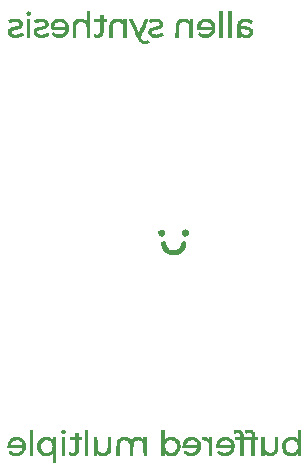
<source format=gbr>
%TF.GenerationSoftware,KiCad,Pcbnew,(6.0.2)*%
%TF.CreationDate,2022-04-19T13:44:57+01:00*%
%TF.ProjectId,1u-mult-panel,31752d6d-756c-4742-9d70-616e656c2e6b,rev?*%
%TF.SameCoordinates,Original*%
%TF.FileFunction,Legend,Bot*%
%TF.FilePolarity,Positive*%
%FSLAX46Y46*%
G04 Gerber Fmt 4.6, Leading zero omitted, Abs format (unit mm)*
G04 Created by KiCad (PCBNEW (6.0.2)) date 2022-04-19 13:44:57*
%MOMM*%
%LPD*%
G01*
G04 APERTURE LIST*
%ADD10C,0.010000*%
G04 APERTURE END LIST*
D10*
%TO.C,G\u002A\u002A\u002A*%
X-10620390Y-17330811D02*
X-10506556Y-17351237D01*
X-10506556Y-17351237D02*
X-10409742Y-17390304D01*
X-10409742Y-17390304D02*
X-10317944Y-17452123D01*
X-10317944Y-17452123D02*
X-10268535Y-17494328D01*
X-10268535Y-17494328D02*
X-10181167Y-17573259D01*
X-10181167Y-17573259D02*
X-10181167Y-17335500D01*
X-10181167Y-17335500D02*
X-9969500Y-17335500D01*
X-9969500Y-17335500D02*
X-9969500Y-19409833D01*
X-9969500Y-19409833D02*
X-10181167Y-19409833D01*
X-10181167Y-19409833D02*
X-10181167Y-18601902D01*
X-10181167Y-18601902D02*
X-10278595Y-18687662D01*
X-10278595Y-18687662D02*
X-10402479Y-18776928D01*
X-10402479Y-18776928D02*
X-10535902Y-18831761D01*
X-10535902Y-18831761D02*
X-10687679Y-18855013D01*
X-10687679Y-18855013D02*
X-10795000Y-18854815D01*
X-10795000Y-18854815D02*
X-10943427Y-18839388D01*
X-10943427Y-18839388D02*
X-11057234Y-18808722D01*
X-11057234Y-18808722D02*
X-11074765Y-18801365D01*
X-11074765Y-18801365D02*
X-11201535Y-18724698D01*
X-11201535Y-18724698D02*
X-11317434Y-18617420D01*
X-11317434Y-18617420D02*
X-11410833Y-18491245D01*
X-11410833Y-18491245D02*
X-11442829Y-18430543D01*
X-11442829Y-18430543D02*
X-11471650Y-18363079D01*
X-11471650Y-18363079D02*
X-11489642Y-18303922D01*
X-11489642Y-18303922D02*
X-11499275Y-18239069D01*
X-11499275Y-18239069D02*
X-11503023Y-18154514D01*
X-11503023Y-18154514D02*
X-11503475Y-18086917D01*
X-11503475Y-18086917D02*
X-11281162Y-18086917D01*
X-11281162Y-18086917D02*
X-11263225Y-18244571D01*
X-11263225Y-18244571D02*
X-11211867Y-18382315D01*
X-11211867Y-18382315D02*
X-11131644Y-18496621D01*
X-11131644Y-18496621D02*
X-11027107Y-18583960D01*
X-11027107Y-18583960D02*
X-10902810Y-18640805D01*
X-10902810Y-18640805D02*
X-10763306Y-18663625D01*
X-10763306Y-18663625D02*
X-10613149Y-18648895D01*
X-10613149Y-18648895D02*
X-10570376Y-18637727D01*
X-10570376Y-18637727D02*
X-10447028Y-18580681D01*
X-10447028Y-18580681D02*
X-10337981Y-18491432D01*
X-10337981Y-18491432D02*
X-10254967Y-18380031D01*
X-10254967Y-18380031D02*
X-10243192Y-18357370D01*
X-10243192Y-18357370D02*
X-10205989Y-18242235D01*
X-10205989Y-18242235D02*
X-10191310Y-18107915D01*
X-10191310Y-18107915D02*
X-10199158Y-17971069D01*
X-10199158Y-17971069D02*
X-10229530Y-17848356D01*
X-10229530Y-17848356D02*
X-10243192Y-17816463D01*
X-10243192Y-17816463D02*
X-10323241Y-17695721D01*
X-10323241Y-17695721D02*
X-10427765Y-17604358D01*
X-10427765Y-17604358D02*
X-10549735Y-17543478D01*
X-10549735Y-17543478D02*
X-10682120Y-17514186D01*
X-10682120Y-17514186D02*
X-10817890Y-17517585D01*
X-10817890Y-17517585D02*
X-10950013Y-17554781D01*
X-10950013Y-17554781D02*
X-11071461Y-17626878D01*
X-11071461Y-17626878D02*
X-11127178Y-17677603D01*
X-11127178Y-17677603D02*
X-11213410Y-17793701D01*
X-11213410Y-17793701D02*
X-11264020Y-17926809D01*
X-11264020Y-17926809D02*
X-11281145Y-18082604D01*
X-11281145Y-18082604D02*
X-11281162Y-18086917D01*
X-11281162Y-18086917D02*
X-11503475Y-18086917D01*
X-11503475Y-18086917D02*
X-11502088Y-17983110D01*
X-11502088Y-17983110D02*
X-11496308Y-17907667D01*
X-11496308Y-17907667D02*
X-11483703Y-17846661D01*
X-11483703Y-17846661D02*
X-11461846Y-17786169D01*
X-11461846Y-17786169D02*
X-11443940Y-17745764D01*
X-11443940Y-17745764D02*
X-11352507Y-17596714D01*
X-11352507Y-17596714D02*
X-11227787Y-17472084D01*
X-11227787Y-17472084D02*
X-11091334Y-17384520D01*
X-11091334Y-17384520D02*
X-11032332Y-17356489D01*
X-11032332Y-17356489D02*
X-10979590Y-17338885D01*
X-10979590Y-17338885D02*
X-10920078Y-17329342D01*
X-10920078Y-17329342D02*
X-10840766Y-17325492D01*
X-10840766Y-17325492D02*
X-10763250Y-17324917D01*
X-10763250Y-17324917D02*
X-10620390Y-17330811D01*
X-10620390Y-17330811D02*
X-10620390Y-17330811D01*
G36*
X-11496308Y-17907667D02*
G01*
X-11483703Y-17846661D01*
X-11461846Y-17786169D01*
X-11443940Y-17745764D01*
X-11352507Y-17596714D01*
X-11227787Y-17472084D01*
X-11091334Y-17384520D01*
X-11032332Y-17356489D01*
X-10979590Y-17338885D01*
X-10920078Y-17329342D01*
X-10840766Y-17325492D01*
X-10763250Y-17324917D01*
X-10620390Y-17330811D01*
X-10506556Y-17351237D01*
X-10409742Y-17390304D01*
X-10317944Y-17452123D01*
X-10268535Y-17494328D01*
X-10181167Y-17573259D01*
X-10181167Y-17335500D01*
X-9969500Y-17335500D01*
X-9969500Y-19409833D01*
X-10181167Y-19409833D01*
X-10181167Y-18601902D01*
X-10278595Y-18687662D01*
X-10402479Y-18776928D01*
X-10535902Y-18831761D01*
X-10687679Y-18855013D01*
X-10795000Y-18854815D01*
X-10943427Y-18839388D01*
X-11057234Y-18808722D01*
X-11074765Y-18801365D01*
X-11201535Y-18724698D01*
X-11317434Y-18617420D01*
X-11410833Y-18491245D01*
X-11442829Y-18430543D01*
X-11471650Y-18363079D01*
X-11489642Y-18303922D01*
X-11499275Y-18239069D01*
X-11503023Y-18154514D01*
X-11503475Y-18086917D01*
X-11281162Y-18086917D01*
X-11263225Y-18244571D01*
X-11211867Y-18382315D01*
X-11131644Y-18496621D01*
X-11027107Y-18583960D01*
X-10902810Y-18640805D01*
X-10763306Y-18663625D01*
X-10613149Y-18648895D01*
X-10570376Y-18637727D01*
X-10447028Y-18580681D01*
X-10337981Y-18491432D01*
X-10254967Y-18380031D01*
X-10243192Y-18357370D01*
X-10205989Y-18242235D01*
X-10191310Y-18107915D01*
X-10199158Y-17971069D01*
X-10229530Y-17848356D01*
X-10243192Y-17816463D01*
X-10323241Y-17695721D01*
X-10427765Y-17604358D01*
X-10549735Y-17543478D01*
X-10682120Y-17514186D01*
X-10817890Y-17517585D01*
X-10950013Y-17554781D01*
X-11071461Y-17626878D01*
X-11127178Y-17677603D01*
X-11213410Y-17793701D01*
X-11264020Y-17926809D01*
X-11281145Y-18082604D01*
X-11281162Y-18086917D01*
X-11503475Y-18086917D01*
X-11502088Y-17983110D01*
X-11496308Y-17907667D01*
G37*
X-11496308Y-17907667D02*
X-11483703Y-17846661D01*
X-11461846Y-17786169D01*
X-11443940Y-17745764D01*
X-11352507Y-17596714D01*
X-11227787Y-17472084D01*
X-11091334Y-17384520D01*
X-11032332Y-17356489D01*
X-10979590Y-17338885D01*
X-10920078Y-17329342D01*
X-10840766Y-17325492D01*
X-10763250Y-17324917D01*
X-10620390Y-17330811D01*
X-10506556Y-17351237D01*
X-10409742Y-17390304D01*
X-10317944Y-17452123D01*
X-10268535Y-17494328D01*
X-10181167Y-17573259D01*
X-10181167Y-17335500D01*
X-9969500Y-17335500D01*
X-9969500Y-19409833D01*
X-10181167Y-19409833D01*
X-10181167Y-18601902D01*
X-10278595Y-18687662D01*
X-10402479Y-18776928D01*
X-10535902Y-18831761D01*
X-10687679Y-18855013D01*
X-10795000Y-18854815D01*
X-10943427Y-18839388D01*
X-11057234Y-18808722D01*
X-11074765Y-18801365D01*
X-11201535Y-18724698D01*
X-11317434Y-18617420D01*
X-11410833Y-18491245D01*
X-11442829Y-18430543D01*
X-11471650Y-18363079D01*
X-11489642Y-18303922D01*
X-11499275Y-18239069D01*
X-11503023Y-18154514D01*
X-11503475Y-18086917D01*
X-11281162Y-18086917D01*
X-11263225Y-18244571D01*
X-11211867Y-18382315D01*
X-11131644Y-18496621D01*
X-11027107Y-18583960D01*
X-10902810Y-18640805D01*
X-10763306Y-18663625D01*
X-10613149Y-18648895D01*
X-10570376Y-18637727D01*
X-10447028Y-18580681D01*
X-10337981Y-18491432D01*
X-10254967Y-18380031D01*
X-10243192Y-18357370D01*
X-10205989Y-18242235D01*
X-10191310Y-18107915D01*
X-10199158Y-17971069D01*
X-10229530Y-17848356D01*
X-10243192Y-17816463D01*
X-10323241Y-17695721D01*
X-10427765Y-17604358D01*
X-10549735Y-17543478D01*
X-10682120Y-17514186D01*
X-10817890Y-17517585D01*
X-10950013Y-17554781D01*
X-11071461Y-17626878D01*
X-11127178Y-17677603D01*
X-11213410Y-17793701D01*
X-11264020Y-17926809D01*
X-11281145Y-18082604D01*
X-11281162Y-18086917D01*
X-11503475Y-18086917D01*
X-11502088Y-17983110D01*
X-11496308Y-17907667D01*
X-13179370Y-17326198D02*
X-13105643Y-17331618D01*
X-13105643Y-17331618D02*
X-13047595Y-17343540D01*
X-13047595Y-17343540D02*
X-12991917Y-17364326D01*
X-12991917Y-17364326D02*
X-12950536Y-17383787D01*
X-12950536Y-17383787D02*
X-12798718Y-17479448D01*
X-12798718Y-17479448D02*
X-12680782Y-17600398D01*
X-12680782Y-17600398D02*
X-12597135Y-17746013D01*
X-12597135Y-17746013D02*
X-12548185Y-17915670D01*
X-12548185Y-17915670D02*
X-12536207Y-18018889D01*
X-12536207Y-18018889D02*
X-12541266Y-18213751D01*
X-12541266Y-18213751D02*
X-12581938Y-18386119D01*
X-12581938Y-18386119D02*
X-12657926Y-18535464D01*
X-12657926Y-18535464D02*
X-12768929Y-18661257D01*
X-12768929Y-18661257D02*
X-12914649Y-18762970D01*
X-12914649Y-18762970D02*
X-12974201Y-18792970D01*
X-12974201Y-18792970D02*
X-13044439Y-18821281D01*
X-13044439Y-18821281D02*
X-13115304Y-18838983D01*
X-13115304Y-18838983D02*
X-13201623Y-18848875D01*
X-13201623Y-18848875D02*
X-13292667Y-18853072D01*
X-13292667Y-18853072D02*
X-13427587Y-18852243D01*
X-13427587Y-18852243D02*
X-13534015Y-18841528D01*
X-13534015Y-18841528D02*
X-13582946Y-18829962D01*
X-13582946Y-18829962D02*
X-13674894Y-18792939D01*
X-13674894Y-18792939D02*
X-13768252Y-18743789D01*
X-13768252Y-18743789D02*
X-13847976Y-18691156D01*
X-13847976Y-18691156D02*
X-13891524Y-18652688D01*
X-13891524Y-18652688D02*
X-13913849Y-18623904D01*
X-13913849Y-18623904D02*
X-13914091Y-18599360D01*
X-13914091Y-18599360D02*
X-13889756Y-18563909D01*
X-13889756Y-18563909D02*
X-13873741Y-18544661D01*
X-13873741Y-18544661D02*
X-13824783Y-18495315D01*
X-13824783Y-18495315D02*
X-13784867Y-18482372D01*
X-13784867Y-18482372D02*
X-13743118Y-18504879D01*
X-13743118Y-18504879D02*
X-13716501Y-18530884D01*
X-13716501Y-18530884D02*
X-13630685Y-18593838D01*
X-13630685Y-18593838D02*
X-13514314Y-18636403D01*
X-13514314Y-18636403D02*
X-13375210Y-18656061D01*
X-13375210Y-18656061D02*
X-13324417Y-18657082D01*
X-13324417Y-18657082D02*
X-13161401Y-18638021D01*
X-13161401Y-18638021D02*
X-13021413Y-18585305D01*
X-13021413Y-18585305D02*
X-12907089Y-18500934D01*
X-12907089Y-18500934D02*
X-12821065Y-18386911D01*
X-12821065Y-18386911D02*
X-12765976Y-18245238D01*
X-12765976Y-18245238D02*
X-12762381Y-18230119D01*
X-12762381Y-18230119D02*
X-12746792Y-18161000D01*
X-12746792Y-18161000D02*
X-14017901Y-18161000D01*
X-14017901Y-18161000D02*
X-14007978Y-18006384D01*
X-14007978Y-18006384D02*
X-14005546Y-17991667D01*
X-14005546Y-17991667D02*
X-13805256Y-17991667D01*
X-13805256Y-17991667D02*
X-12746792Y-17991667D01*
X-12746792Y-17991667D02*
X-12763364Y-17918187D01*
X-12763364Y-17918187D02*
X-12814039Y-17782914D01*
X-12814039Y-17782914D02*
X-12896537Y-17669680D01*
X-12896537Y-17669680D02*
X-13004514Y-17583086D01*
X-13004514Y-17583086D02*
X-13131628Y-17527734D01*
X-13131628Y-17527734D02*
X-13271533Y-17508226D01*
X-13271533Y-17508226D02*
X-13324762Y-17510962D01*
X-13324762Y-17510962D02*
X-13471361Y-17545237D01*
X-13471361Y-17545237D02*
X-13594784Y-17614376D01*
X-13594784Y-17614376D02*
X-13693106Y-17716629D01*
X-13693106Y-17716629D02*
X-13764405Y-17850249D01*
X-13764405Y-17850249D02*
X-13790941Y-17934630D01*
X-13790941Y-17934630D02*
X-13805256Y-17991667D01*
X-13805256Y-17991667D02*
X-14005546Y-17991667D01*
X-14005546Y-17991667D02*
X-13978144Y-17825856D01*
X-13978144Y-17825856D02*
X-13913369Y-17669209D01*
X-13913369Y-17669209D02*
X-13813695Y-17536510D01*
X-13813695Y-17536510D02*
X-13679162Y-17427823D01*
X-13679162Y-17427823D02*
X-13626788Y-17397055D01*
X-13626788Y-17397055D02*
X-13562779Y-17363770D01*
X-13562779Y-17363770D02*
X-13510595Y-17342685D01*
X-13510595Y-17342685D02*
X-13456999Y-17331029D01*
X-13456999Y-17331029D02*
X-13388752Y-17326031D01*
X-13388752Y-17326031D02*
X-13292618Y-17324920D01*
X-13292618Y-17324920D02*
X-13282084Y-17324917D01*
X-13282084Y-17324917D02*
X-13179370Y-17326198D01*
X-13179370Y-17326198D02*
X-13179370Y-17326198D01*
G36*
X-13913369Y-17669209D02*
G01*
X-13813695Y-17536510D01*
X-13679162Y-17427823D01*
X-13626788Y-17397055D01*
X-13562779Y-17363770D01*
X-13510595Y-17342685D01*
X-13456999Y-17331029D01*
X-13388752Y-17326031D01*
X-13292618Y-17324920D01*
X-13282084Y-17324917D01*
X-13179370Y-17326198D01*
X-13105643Y-17331618D01*
X-13047595Y-17343540D01*
X-12991917Y-17364326D01*
X-12950536Y-17383787D01*
X-12798718Y-17479448D01*
X-12680782Y-17600398D01*
X-12597135Y-17746013D01*
X-12548185Y-17915670D01*
X-12536207Y-18018889D01*
X-12541266Y-18213751D01*
X-12581938Y-18386119D01*
X-12657926Y-18535464D01*
X-12768929Y-18661257D01*
X-12914649Y-18762970D01*
X-12974201Y-18792970D01*
X-13044439Y-18821281D01*
X-13115304Y-18838983D01*
X-13201623Y-18848875D01*
X-13292667Y-18853072D01*
X-13427587Y-18852243D01*
X-13534015Y-18841528D01*
X-13582946Y-18829962D01*
X-13674894Y-18792939D01*
X-13768252Y-18743789D01*
X-13847976Y-18691156D01*
X-13891524Y-18652688D01*
X-13913849Y-18623904D01*
X-13914091Y-18599360D01*
X-13889756Y-18563909D01*
X-13873741Y-18544661D01*
X-13824783Y-18495315D01*
X-13784867Y-18482372D01*
X-13743118Y-18504879D01*
X-13716501Y-18530884D01*
X-13630685Y-18593838D01*
X-13514314Y-18636403D01*
X-13375210Y-18656061D01*
X-13324417Y-18657082D01*
X-13161401Y-18638021D01*
X-13021413Y-18585305D01*
X-12907089Y-18500934D01*
X-12821065Y-18386911D01*
X-12765976Y-18245238D01*
X-12762381Y-18230119D01*
X-12746792Y-18161000D01*
X-14017901Y-18161000D01*
X-14007978Y-18006384D01*
X-14005546Y-17991667D01*
X-13805256Y-17991667D01*
X-12746792Y-17991667D01*
X-12763364Y-17918187D01*
X-12814039Y-17782914D01*
X-12896537Y-17669680D01*
X-13004514Y-17583086D01*
X-13131628Y-17527734D01*
X-13271533Y-17508226D01*
X-13324762Y-17510962D01*
X-13471361Y-17545237D01*
X-13594784Y-17614376D01*
X-13693106Y-17716629D01*
X-13764405Y-17850249D01*
X-13790941Y-17934630D01*
X-13805256Y-17991667D01*
X-14005546Y-17991667D01*
X-13978144Y-17825856D01*
X-13913369Y-17669209D01*
G37*
X-13913369Y-17669209D02*
X-13813695Y-17536510D01*
X-13679162Y-17427823D01*
X-13626788Y-17397055D01*
X-13562779Y-17363770D01*
X-13510595Y-17342685D01*
X-13456999Y-17331029D01*
X-13388752Y-17326031D01*
X-13292618Y-17324920D01*
X-13282084Y-17324917D01*
X-13179370Y-17326198D01*
X-13105643Y-17331618D01*
X-13047595Y-17343540D01*
X-12991917Y-17364326D01*
X-12950536Y-17383787D01*
X-12798718Y-17479448D01*
X-12680782Y-17600398D01*
X-12597135Y-17746013D01*
X-12548185Y-17915670D01*
X-12536207Y-18018889D01*
X-12541266Y-18213751D01*
X-12581938Y-18386119D01*
X-12657926Y-18535464D01*
X-12768929Y-18661257D01*
X-12914649Y-18762970D01*
X-12974201Y-18792970D01*
X-13044439Y-18821281D01*
X-13115304Y-18838983D01*
X-13201623Y-18848875D01*
X-13292667Y-18853072D01*
X-13427587Y-18852243D01*
X-13534015Y-18841528D01*
X-13582946Y-18829962D01*
X-13674894Y-18792939D01*
X-13768252Y-18743789D01*
X-13847976Y-18691156D01*
X-13891524Y-18652688D01*
X-13913849Y-18623904D01*
X-13914091Y-18599360D01*
X-13889756Y-18563909D01*
X-13873741Y-18544661D01*
X-13824783Y-18495315D01*
X-13784867Y-18482372D01*
X-13743118Y-18504879D01*
X-13716501Y-18530884D01*
X-13630685Y-18593838D01*
X-13514314Y-18636403D01*
X-13375210Y-18656061D01*
X-13324417Y-18657082D01*
X-13161401Y-18638021D01*
X-13021413Y-18585305D01*
X-12907089Y-18500934D01*
X-12821065Y-18386911D01*
X-12765976Y-18245238D01*
X-12762381Y-18230119D01*
X-12746792Y-18161000D01*
X-14017901Y-18161000D01*
X-14007978Y-18006384D01*
X-14005546Y-17991667D01*
X-13805256Y-17991667D01*
X-12746792Y-17991667D01*
X-12763364Y-17918187D01*
X-12814039Y-17782914D01*
X-12896537Y-17669680D01*
X-13004514Y-17583086D01*
X-13131628Y-17527734D01*
X-13271533Y-17508226D01*
X-13324762Y-17510962D01*
X-13471361Y-17545237D01*
X-13594784Y-17614376D01*
X-13693106Y-17716629D01*
X-13764405Y-17850249D01*
X-13790941Y-17934630D01*
X-13805256Y-17991667D01*
X-14005546Y-17991667D01*
X-13978144Y-17825856D01*
X-13913369Y-17669209D01*
X-11916834Y-18859500D02*
X-12128500Y-18859500D01*
X-12128500Y-18859500D02*
X-12128500Y-16700500D01*
X-12128500Y-16700500D02*
X-11916834Y-16700500D01*
X-11916834Y-16700500D02*
X-11916834Y-18859500D01*
X-11916834Y-18859500D02*
X-11916834Y-18859500D01*
G36*
X-11916834Y-18859500D02*
G01*
X-12128500Y-18859500D01*
X-12128500Y-16700500D01*
X-11916834Y-16700500D01*
X-11916834Y-18859500D01*
G37*
X-11916834Y-18859500D02*
X-12128500Y-18859500D01*
X-12128500Y-16700500D01*
X-11916834Y-16700500D01*
X-11916834Y-18859500D01*
X-9186334Y-18859500D02*
X-9419167Y-18859500D01*
X-9419167Y-18859500D02*
X-9419167Y-17335500D01*
X-9419167Y-17335500D02*
X-9186334Y-17335500D01*
X-9186334Y-17335500D02*
X-9186334Y-18859500D01*
X-9186334Y-18859500D02*
X-9186334Y-18859500D01*
G36*
X-9186334Y-18859500D02*
G01*
X-9419167Y-18859500D01*
X-9419167Y-17335500D01*
X-9186334Y-17335500D01*
X-9186334Y-18859500D01*
G37*
X-9186334Y-18859500D02*
X-9419167Y-18859500D01*
X-9419167Y-17335500D01*
X-9186334Y-17335500D01*
X-9186334Y-18859500D01*
X-8064500Y-17335500D02*
X-7789334Y-17335500D01*
X-7789334Y-17335500D02*
X-7789334Y-17504833D01*
X-7789334Y-17504833D02*
X-8061899Y-17504833D01*
X-8061899Y-17504833D02*
X-8068491Y-18051482D01*
X-8068491Y-18051482D02*
X-8075084Y-18598131D01*
X-8075084Y-18598131D02*
X-8134692Y-18688144D01*
X-8134692Y-18688144D02*
X-8212228Y-18774360D01*
X-8212228Y-18774360D02*
X-8312110Y-18829462D01*
X-8312110Y-18829462D02*
X-8438771Y-18855465D01*
X-8438771Y-18855465D02*
X-8509000Y-18858206D01*
X-8509000Y-18858206D02*
X-8594421Y-18853037D01*
X-8594421Y-18853037D02*
X-8674046Y-18840027D01*
X-8674046Y-18840027D02*
X-8719210Y-18826331D01*
X-8719210Y-18826331D02*
X-8788903Y-18793291D01*
X-8788903Y-18793291D02*
X-8824296Y-18765058D01*
X-8824296Y-18765058D02*
X-8831050Y-18732469D01*
X-8831050Y-18732469D02*
X-8814825Y-18686357D01*
X-8814825Y-18686357D02*
X-8810866Y-18677930D01*
X-8810866Y-18677930D02*
X-8780154Y-18625517D01*
X-8780154Y-18625517D02*
X-8747705Y-18609328D01*
X-8747705Y-18609328D02*
X-8700203Y-18625276D01*
X-8700203Y-18625276D02*
X-8678334Y-18637250D01*
X-8678334Y-18637250D02*
X-8599754Y-18662683D01*
X-8599754Y-18662683D02*
X-8506716Y-18665476D01*
X-8506716Y-18665476D02*
X-8420608Y-18645504D01*
X-8420608Y-18645504D02*
X-8406237Y-18638837D01*
X-8406237Y-18638837D02*
X-8373814Y-18619352D01*
X-8373814Y-18619352D02*
X-8348516Y-18595000D01*
X-8348516Y-18595000D02*
X-8329469Y-18560659D01*
X-8329469Y-18560659D02*
X-8315798Y-18511207D01*
X-8315798Y-18511207D02*
X-8306628Y-18441522D01*
X-8306628Y-18441522D02*
X-8301084Y-18346480D01*
X-8301084Y-18346480D02*
X-8298291Y-18220961D01*
X-8298291Y-18220961D02*
X-8297374Y-18059841D01*
X-8297374Y-18059841D02*
X-8297334Y-18001254D01*
X-8297334Y-18001254D02*
X-8297334Y-17504833D01*
X-8297334Y-17504833D02*
X-8741834Y-17504833D01*
X-8741834Y-17504833D02*
X-8741834Y-17335500D01*
X-8741834Y-17335500D02*
X-8297334Y-17335500D01*
X-8297334Y-17335500D02*
X-8297334Y-16996833D01*
X-8297334Y-16996833D02*
X-8064500Y-16996833D01*
X-8064500Y-16996833D02*
X-8064500Y-17335500D01*
X-8064500Y-17335500D02*
X-8064500Y-17335500D01*
G36*
X-8064500Y-17335500D02*
G01*
X-7789334Y-17335500D01*
X-7789334Y-17504833D01*
X-8061899Y-17504833D01*
X-8068491Y-18051482D01*
X-8075084Y-18598131D01*
X-8134692Y-18688144D01*
X-8212228Y-18774360D01*
X-8312110Y-18829462D01*
X-8438771Y-18855465D01*
X-8509000Y-18858206D01*
X-8594421Y-18853037D01*
X-8674046Y-18840027D01*
X-8719210Y-18826331D01*
X-8788903Y-18793291D01*
X-8824296Y-18765058D01*
X-8831050Y-18732469D01*
X-8814825Y-18686357D01*
X-8810866Y-18677930D01*
X-8780154Y-18625517D01*
X-8747705Y-18609328D01*
X-8700203Y-18625276D01*
X-8678334Y-18637250D01*
X-8599754Y-18662683D01*
X-8506716Y-18665476D01*
X-8420608Y-18645504D01*
X-8406237Y-18638837D01*
X-8373814Y-18619352D01*
X-8348516Y-18595000D01*
X-8329469Y-18560659D01*
X-8315798Y-18511207D01*
X-8306628Y-18441522D01*
X-8301084Y-18346480D01*
X-8298291Y-18220961D01*
X-8297374Y-18059841D01*
X-8297334Y-18001254D01*
X-8297334Y-17504833D01*
X-8741834Y-17504833D01*
X-8741834Y-17335500D01*
X-8297334Y-17335500D01*
X-8297334Y-16996833D01*
X-8064500Y-16996833D01*
X-8064500Y-17335500D01*
G37*
X-8064500Y-17335500D02*
X-7789334Y-17335500D01*
X-7789334Y-17504833D01*
X-8061899Y-17504833D01*
X-8068491Y-18051482D01*
X-8075084Y-18598131D01*
X-8134692Y-18688144D01*
X-8212228Y-18774360D01*
X-8312110Y-18829462D01*
X-8438771Y-18855465D01*
X-8509000Y-18858206D01*
X-8594421Y-18853037D01*
X-8674046Y-18840027D01*
X-8719210Y-18826331D01*
X-8788903Y-18793291D01*
X-8824296Y-18765058D01*
X-8831050Y-18732469D01*
X-8814825Y-18686357D01*
X-8810866Y-18677930D01*
X-8780154Y-18625517D01*
X-8747705Y-18609328D01*
X-8700203Y-18625276D01*
X-8678334Y-18637250D01*
X-8599754Y-18662683D01*
X-8506716Y-18665476D01*
X-8420608Y-18645504D01*
X-8406237Y-18638837D01*
X-8373814Y-18619352D01*
X-8348516Y-18595000D01*
X-8329469Y-18560659D01*
X-8315798Y-18511207D01*
X-8306628Y-18441522D01*
X-8301084Y-18346480D01*
X-8298291Y-18220961D01*
X-8297374Y-18059841D01*
X-8297334Y-18001254D01*
X-8297334Y-17504833D01*
X-8741834Y-17504833D01*
X-8741834Y-17335500D01*
X-8297334Y-17335500D01*
X-8297334Y-16996833D01*
X-8064500Y-16996833D01*
X-8064500Y-17335500D01*
X-7260167Y-18859500D02*
X-7471834Y-18859500D01*
X-7471834Y-18859500D02*
X-7471834Y-16700500D01*
X-7471834Y-16700500D02*
X-7260167Y-16700500D01*
X-7260167Y-16700500D02*
X-7260167Y-18859500D01*
X-7260167Y-18859500D02*
X-7260167Y-18859500D01*
G36*
X-7260167Y-18859500D02*
G01*
X-7471834Y-18859500D01*
X-7471834Y-16700500D01*
X-7260167Y-16700500D01*
X-7260167Y-18859500D01*
G37*
X-7260167Y-18859500D02*
X-7471834Y-18859500D01*
X-7471834Y-16700500D01*
X-7260167Y-16700500D01*
X-7260167Y-18859500D01*
X-6473116Y-17827625D02*
X-6470717Y-17986097D01*
X-6470717Y-17986097D02*
X-6468018Y-18108248D01*
X-6468018Y-18108248D02*
X-6464477Y-18200088D01*
X-6464477Y-18200088D02*
X-6459547Y-18267629D01*
X-6459547Y-18267629D02*
X-6452684Y-18316882D01*
X-6452684Y-18316882D02*
X-6443344Y-18353858D01*
X-6443344Y-18353858D02*
X-6430981Y-18384568D01*
X-6430981Y-18384568D02*
X-6420852Y-18404417D01*
X-6420852Y-18404417D02*
X-6341258Y-18517137D01*
X-6341258Y-18517137D02*
X-6240925Y-18595166D01*
X-6240925Y-18595166D02*
X-6116560Y-18640318D01*
X-6116560Y-18640318D02*
X-5966778Y-18654415D01*
X-5966778Y-18654415D02*
X-5826143Y-18638331D01*
X-5826143Y-18638331D02*
X-5713721Y-18590740D01*
X-5713721Y-18590740D02*
X-5629038Y-18511229D01*
X-5629038Y-18511229D02*
X-5571623Y-18399383D01*
X-5571623Y-18399383D02*
X-5544776Y-18284769D01*
X-5544776Y-18284769D02*
X-5538522Y-18220037D01*
X-5538522Y-18220037D02*
X-5533057Y-18122600D01*
X-5533057Y-18122600D02*
X-5528734Y-18002084D01*
X-5528734Y-18002084D02*
X-5525905Y-17868116D01*
X-5525905Y-17868116D02*
X-5524926Y-17742958D01*
X-5524926Y-17742958D02*
X-5524500Y-17335500D01*
X-5524500Y-17335500D02*
X-5310232Y-17335500D01*
X-5310232Y-17335500D02*
X-5316825Y-17880542D01*
X-5316825Y-17880542D02*
X-5319026Y-18047730D01*
X-5319026Y-18047730D02*
X-5321428Y-18178405D01*
X-5321428Y-18178405D02*
X-5324523Y-18278387D01*
X-5324523Y-18278387D02*
X-5328807Y-18353495D01*
X-5328807Y-18353495D02*
X-5334774Y-18409549D01*
X-5334774Y-18409549D02*
X-5342916Y-18452366D01*
X-5342916Y-18452366D02*
X-5353730Y-18487769D01*
X-5353730Y-18487769D02*
X-5367709Y-18521574D01*
X-5367709Y-18521574D02*
X-5372076Y-18531153D01*
X-5372076Y-18531153D02*
X-5428123Y-18633942D01*
X-5428123Y-18633942D02*
X-5493646Y-18709398D01*
X-5493646Y-18709398D02*
X-5582488Y-18772145D01*
X-5582488Y-18772145D02*
X-5619750Y-18792803D01*
X-5619750Y-18792803D02*
X-5672605Y-18818594D01*
X-5672605Y-18818594D02*
X-5721684Y-18835056D01*
X-5721684Y-18835056D02*
X-5778931Y-18844233D01*
X-5778931Y-18844233D02*
X-5856290Y-18848168D01*
X-5856290Y-18848168D02*
X-5947834Y-18848917D01*
X-5947834Y-18848917D02*
X-6053406Y-18847707D01*
X-6053406Y-18847707D02*
X-6128272Y-18842849D01*
X-6128272Y-18842849D02*
X-6184025Y-18832496D01*
X-6184025Y-18832496D02*
X-6232252Y-18814801D01*
X-6232252Y-18814801D02*
X-6265334Y-18798340D01*
X-6265334Y-18798340D02*
X-6339220Y-18751294D01*
X-6339220Y-18751294D02*
X-6409936Y-18694168D01*
X-6409936Y-18694168D02*
X-6429375Y-18675125D01*
X-6429375Y-18675125D02*
X-6498167Y-18602486D01*
X-6498167Y-18602486D02*
X-6498167Y-18859500D01*
X-6498167Y-18859500D02*
X-6709834Y-18859500D01*
X-6709834Y-18859500D02*
X-6709834Y-17335500D01*
X-6709834Y-17335500D02*
X-6479815Y-17335500D01*
X-6479815Y-17335500D02*
X-6473116Y-17827625D01*
X-6473116Y-17827625D02*
X-6473116Y-17827625D01*
G36*
X-6473116Y-17827625D02*
G01*
X-6470717Y-17986097D01*
X-6468018Y-18108248D01*
X-6464477Y-18200088D01*
X-6459547Y-18267629D01*
X-6452684Y-18316882D01*
X-6443344Y-18353858D01*
X-6430981Y-18384568D01*
X-6420852Y-18404417D01*
X-6341258Y-18517137D01*
X-6240925Y-18595166D01*
X-6116560Y-18640318D01*
X-5966778Y-18654415D01*
X-5826143Y-18638331D01*
X-5713721Y-18590740D01*
X-5629038Y-18511229D01*
X-5571623Y-18399383D01*
X-5544776Y-18284769D01*
X-5538522Y-18220037D01*
X-5533057Y-18122600D01*
X-5528734Y-18002084D01*
X-5525905Y-17868116D01*
X-5524926Y-17742958D01*
X-5524500Y-17335500D01*
X-5310232Y-17335500D01*
X-5316825Y-17880542D01*
X-5319026Y-18047730D01*
X-5321428Y-18178405D01*
X-5324523Y-18278387D01*
X-5328807Y-18353495D01*
X-5334774Y-18409549D01*
X-5342916Y-18452366D01*
X-5353730Y-18487769D01*
X-5367709Y-18521574D01*
X-5372076Y-18531153D01*
X-5428123Y-18633942D01*
X-5493646Y-18709398D01*
X-5582488Y-18772145D01*
X-5619750Y-18792803D01*
X-5672605Y-18818594D01*
X-5721684Y-18835056D01*
X-5778931Y-18844233D01*
X-5856290Y-18848168D01*
X-5947834Y-18848917D01*
X-6053406Y-18847707D01*
X-6128272Y-18842849D01*
X-6184025Y-18832496D01*
X-6232252Y-18814801D01*
X-6265334Y-18798340D01*
X-6339220Y-18751294D01*
X-6409936Y-18694168D01*
X-6429375Y-18675125D01*
X-6498167Y-18602486D01*
X-6498167Y-18859500D01*
X-6709834Y-18859500D01*
X-6709834Y-17335500D01*
X-6479815Y-17335500D01*
X-6473116Y-17827625D01*
G37*
X-6473116Y-17827625D02*
X-6470717Y-17986097D01*
X-6468018Y-18108248D01*
X-6464477Y-18200088D01*
X-6459547Y-18267629D01*
X-6452684Y-18316882D01*
X-6443344Y-18353858D01*
X-6430981Y-18384568D01*
X-6420852Y-18404417D01*
X-6341258Y-18517137D01*
X-6240925Y-18595166D01*
X-6116560Y-18640318D01*
X-5966778Y-18654415D01*
X-5826143Y-18638331D01*
X-5713721Y-18590740D01*
X-5629038Y-18511229D01*
X-5571623Y-18399383D01*
X-5544776Y-18284769D01*
X-5538522Y-18220037D01*
X-5533057Y-18122600D01*
X-5528734Y-18002084D01*
X-5525905Y-17868116D01*
X-5524926Y-17742958D01*
X-5524500Y-17335500D01*
X-5310232Y-17335500D01*
X-5316825Y-17880542D01*
X-5319026Y-18047730D01*
X-5321428Y-18178405D01*
X-5324523Y-18278387D01*
X-5328807Y-18353495D01*
X-5334774Y-18409549D01*
X-5342916Y-18452366D01*
X-5353730Y-18487769D01*
X-5367709Y-18521574D01*
X-5372076Y-18531153D01*
X-5428123Y-18633942D01*
X-5493646Y-18709398D01*
X-5582488Y-18772145D01*
X-5619750Y-18792803D01*
X-5672605Y-18818594D01*
X-5721684Y-18835056D01*
X-5778931Y-18844233D01*
X-5856290Y-18848168D01*
X-5947834Y-18848917D01*
X-6053406Y-18847707D01*
X-6128272Y-18842849D01*
X-6184025Y-18832496D01*
X-6232252Y-18814801D01*
X-6265334Y-18798340D01*
X-6339220Y-18751294D01*
X-6409936Y-18694168D01*
X-6429375Y-18675125D01*
X-6498167Y-18602486D01*
X-6498167Y-18859500D01*
X-6709834Y-18859500D01*
X-6709834Y-17335500D01*
X-6479815Y-17335500D01*
X-6473116Y-17827625D01*
X-4049529Y-17324195D02*
X-3902472Y-17361703D01*
X-3902472Y-17361703D02*
X-3769442Y-17427423D01*
X-3769442Y-17427423D02*
X-3663775Y-17515763D01*
X-3663775Y-17515763D02*
X-3580077Y-17606563D01*
X-3580077Y-17606563D02*
X-3528716Y-17528951D01*
X-3528716Y-17528951D02*
X-3478490Y-17472614D01*
X-3478490Y-17472614D02*
X-3407108Y-17415506D01*
X-3407108Y-17415506D02*
X-3363219Y-17388127D01*
X-3363219Y-17388127D02*
X-3306764Y-17358742D01*
X-3306764Y-17358742D02*
X-3257586Y-17340186D01*
X-3257586Y-17340186D02*
X-3203015Y-17330003D01*
X-3203015Y-17330003D02*
X-3130380Y-17325734D01*
X-3130380Y-17325734D02*
X-3037417Y-17324917D01*
X-3037417Y-17324917D02*
X-2897851Y-17330875D01*
X-2897851Y-17330875D02*
X-2787486Y-17351510D01*
X-2787486Y-17351510D02*
X-2694520Y-17390961D01*
X-2694520Y-17390961D02*
X-2607155Y-17453366D01*
X-2607155Y-17453366D02*
X-2566459Y-17490100D01*
X-2566459Y-17490100D02*
X-2497667Y-17555471D01*
X-2497667Y-17555471D02*
X-2497667Y-17335500D01*
X-2497667Y-17335500D02*
X-2286000Y-17335500D01*
X-2286000Y-17335500D02*
X-2286000Y-18859500D01*
X-2286000Y-18859500D02*
X-2493139Y-18859500D01*
X-2493139Y-18859500D02*
X-2501907Y-18377958D01*
X-2501907Y-18377958D02*
X-2505367Y-18215007D01*
X-2505367Y-18215007D02*
X-2509396Y-18088504D01*
X-2509396Y-18088504D02*
X-2514468Y-17992564D01*
X-2514468Y-17992564D02*
X-2521060Y-17921302D01*
X-2521060Y-17921302D02*
X-2529646Y-17868834D01*
X-2529646Y-17868834D02*
X-2540701Y-17829273D01*
X-2540701Y-17829273D02*
X-2547627Y-17811750D01*
X-2547627Y-17811750D02*
X-2622162Y-17688374D01*
X-2622162Y-17688374D02*
X-2722640Y-17598069D01*
X-2722640Y-17598069D02*
X-2846971Y-17542182D01*
X-2846971Y-17542182D02*
X-2993065Y-17522061D01*
X-2993065Y-17522061D02*
X-2996795Y-17522029D01*
X-2996795Y-17522029D02*
X-3136384Y-17537644D01*
X-3136384Y-17537644D02*
X-3249430Y-17586216D01*
X-3249430Y-17586216D02*
X-3335854Y-17667687D01*
X-3335854Y-17667687D02*
X-3395579Y-17782000D01*
X-3395579Y-17782000D02*
X-3407494Y-17819843D01*
X-3407494Y-17819843D02*
X-3413686Y-17863009D01*
X-3413686Y-17863009D02*
X-3419178Y-17941239D01*
X-3419178Y-17941239D02*
X-3423694Y-18047266D01*
X-3423694Y-18047266D02*
X-3426954Y-18173821D01*
X-3426954Y-18173821D02*
X-3428680Y-18313639D01*
X-3428680Y-18313639D02*
X-3428882Y-18377958D01*
X-3428882Y-18377958D02*
X-3429000Y-18859500D01*
X-3429000Y-18859500D02*
X-3635681Y-18859500D01*
X-3635681Y-18859500D02*
X-3645031Y-18377958D01*
X-3645031Y-18377958D02*
X-3648722Y-18214326D01*
X-3648722Y-18214326D02*
X-3652974Y-18087186D01*
X-3652974Y-18087186D02*
X-3658259Y-17990694D01*
X-3658259Y-17990694D02*
X-3665054Y-17919009D01*
X-3665054Y-17919009D02*
X-3673830Y-17866289D01*
X-3673830Y-17866289D02*
X-3685063Y-17826692D01*
X-3685063Y-17826692D02*
X-3690980Y-17811750D01*
X-3690980Y-17811750D02*
X-3764594Y-17691000D01*
X-3764594Y-17691000D02*
X-3865272Y-17600076D01*
X-3865272Y-17600076D02*
X-3987479Y-17541794D01*
X-3987479Y-17541794D02*
X-4125684Y-17518968D01*
X-4125684Y-17518968D02*
X-4247284Y-17528722D01*
X-4247284Y-17528722D02*
X-4365983Y-17569156D01*
X-4365983Y-17569156D02*
X-4458416Y-17642337D01*
X-4458416Y-17642337D02*
X-4514271Y-17723574D01*
X-4514271Y-17723574D02*
X-4528983Y-17753234D01*
X-4528983Y-17753234D02*
X-4540391Y-17784238D01*
X-4540391Y-17784238D02*
X-4549009Y-17822383D01*
X-4549009Y-17822383D02*
X-4555349Y-17873470D01*
X-4555349Y-17873470D02*
X-4559923Y-17943298D01*
X-4559923Y-17943298D02*
X-4563244Y-18037665D01*
X-4563244Y-18037665D02*
X-4565823Y-18162372D01*
X-4565823Y-18162372D02*
X-4568173Y-18323216D01*
X-4568173Y-18323216D02*
X-4568337Y-18335625D01*
X-4568337Y-18335625D02*
X-4575258Y-18859500D01*
X-4575258Y-18859500D02*
X-4783667Y-18859500D01*
X-4783667Y-18859500D02*
X-4783667Y-18320544D01*
X-4783667Y-18320544D02*
X-4782887Y-18127893D01*
X-4782887Y-18127893D02*
X-4779791Y-17972136D01*
X-4779791Y-17972136D02*
X-4773243Y-17847850D01*
X-4773243Y-17847850D02*
X-4762106Y-17749613D01*
X-4762106Y-17749613D02*
X-4745245Y-17672001D01*
X-4745245Y-17672001D02*
X-4721525Y-17609592D01*
X-4721525Y-17609592D02*
X-4689810Y-17556963D01*
X-4689810Y-17556963D02*
X-4648963Y-17508690D01*
X-4648963Y-17508690D02*
X-4604596Y-17465539D01*
X-4604596Y-17465539D02*
X-4488146Y-17385571D01*
X-4488146Y-17385571D02*
X-4351037Y-17335666D01*
X-4351037Y-17335666D02*
X-4201941Y-17315361D01*
X-4201941Y-17315361D02*
X-4049529Y-17324195D01*
X-4049529Y-17324195D02*
X-4049529Y-17324195D01*
G36*
X-4049529Y-17324195D02*
G01*
X-3902472Y-17361703D01*
X-3769442Y-17427423D01*
X-3663775Y-17515763D01*
X-3580077Y-17606563D01*
X-3528716Y-17528951D01*
X-3478490Y-17472614D01*
X-3407108Y-17415506D01*
X-3363219Y-17388127D01*
X-3306764Y-17358742D01*
X-3257586Y-17340186D01*
X-3203015Y-17330003D01*
X-3130380Y-17325734D01*
X-3037417Y-17324917D01*
X-2897851Y-17330875D01*
X-2787486Y-17351510D01*
X-2694520Y-17390961D01*
X-2607155Y-17453366D01*
X-2566459Y-17490100D01*
X-2497667Y-17555471D01*
X-2497667Y-17335500D01*
X-2286000Y-17335500D01*
X-2286000Y-18859500D01*
X-2493139Y-18859500D01*
X-2501907Y-18377958D01*
X-2505367Y-18215007D01*
X-2509396Y-18088504D01*
X-2514468Y-17992564D01*
X-2521060Y-17921302D01*
X-2529646Y-17868834D01*
X-2540701Y-17829273D01*
X-2547627Y-17811750D01*
X-2622162Y-17688374D01*
X-2722640Y-17598069D01*
X-2846971Y-17542182D01*
X-2993065Y-17522061D01*
X-2996795Y-17522029D01*
X-3136384Y-17537644D01*
X-3249430Y-17586216D01*
X-3335854Y-17667687D01*
X-3395579Y-17782000D01*
X-3407494Y-17819843D01*
X-3413686Y-17863009D01*
X-3419178Y-17941239D01*
X-3423694Y-18047266D01*
X-3426954Y-18173821D01*
X-3428680Y-18313639D01*
X-3428882Y-18377958D01*
X-3429000Y-18859500D01*
X-3635681Y-18859500D01*
X-3645031Y-18377958D01*
X-3648722Y-18214326D01*
X-3652974Y-18087186D01*
X-3658259Y-17990694D01*
X-3665054Y-17919009D01*
X-3673830Y-17866289D01*
X-3685063Y-17826692D01*
X-3690980Y-17811750D01*
X-3764594Y-17691000D01*
X-3865272Y-17600076D01*
X-3987479Y-17541794D01*
X-4125684Y-17518968D01*
X-4247284Y-17528722D01*
X-4365983Y-17569156D01*
X-4458416Y-17642337D01*
X-4514271Y-17723574D01*
X-4528983Y-17753234D01*
X-4540391Y-17784238D01*
X-4549009Y-17822383D01*
X-4555349Y-17873470D01*
X-4559923Y-17943298D01*
X-4563244Y-18037665D01*
X-4565823Y-18162372D01*
X-4568173Y-18323216D01*
X-4568337Y-18335625D01*
X-4575258Y-18859500D01*
X-4783667Y-18859500D01*
X-4783667Y-18320544D01*
X-4782887Y-18127893D01*
X-4779791Y-17972136D01*
X-4773243Y-17847850D01*
X-4762106Y-17749613D01*
X-4745245Y-17672001D01*
X-4721525Y-17609592D01*
X-4689810Y-17556963D01*
X-4648963Y-17508690D01*
X-4604596Y-17465539D01*
X-4488146Y-17385571D01*
X-4351037Y-17335666D01*
X-4201941Y-17315361D01*
X-4049529Y-17324195D01*
G37*
X-4049529Y-17324195D02*
X-3902472Y-17361703D01*
X-3769442Y-17427423D01*
X-3663775Y-17515763D01*
X-3580077Y-17606563D01*
X-3528716Y-17528951D01*
X-3478490Y-17472614D01*
X-3407108Y-17415506D01*
X-3363219Y-17388127D01*
X-3306764Y-17358742D01*
X-3257586Y-17340186D01*
X-3203015Y-17330003D01*
X-3130380Y-17325734D01*
X-3037417Y-17324917D01*
X-2897851Y-17330875D01*
X-2787486Y-17351510D01*
X-2694520Y-17390961D01*
X-2607155Y-17453366D01*
X-2566459Y-17490100D01*
X-2497667Y-17555471D01*
X-2497667Y-17335500D01*
X-2286000Y-17335500D01*
X-2286000Y-18859500D01*
X-2493139Y-18859500D01*
X-2501907Y-18377958D01*
X-2505367Y-18215007D01*
X-2509396Y-18088504D01*
X-2514468Y-17992564D01*
X-2521060Y-17921302D01*
X-2529646Y-17868834D01*
X-2540701Y-17829273D01*
X-2547627Y-17811750D01*
X-2622162Y-17688374D01*
X-2722640Y-17598069D01*
X-2846971Y-17542182D01*
X-2993065Y-17522061D01*
X-2996795Y-17522029D01*
X-3136384Y-17537644D01*
X-3249430Y-17586216D01*
X-3335854Y-17667687D01*
X-3395579Y-17782000D01*
X-3407494Y-17819843D01*
X-3413686Y-17863009D01*
X-3419178Y-17941239D01*
X-3423694Y-18047266D01*
X-3426954Y-18173821D01*
X-3428680Y-18313639D01*
X-3428882Y-18377958D01*
X-3429000Y-18859500D01*
X-3635681Y-18859500D01*
X-3645031Y-18377958D01*
X-3648722Y-18214326D01*
X-3652974Y-18087186D01*
X-3658259Y-17990694D01*
X-3665054Y-17919009D01*
X-3673830Y-17866289D01*
X-3685063Y-17826692D01*
X-3690980Y-17811750D01*
X-3764594Y-17691000D01*
X-3865272Y-17600076D01*
X-3987479Y-17541794D01*
X-4125684Y-17518968D01*
X-4247284Y-17528722D01*
X-4365983Y-17569156D01*
X-4458416Y-17642337D01*
X-4514271Y-17723574D01*
X-4528983Y-17753234D01*
X-4540391Y-17784238D01*
X-4549009Y-17822383D01*
X-4555349Y-17873470D01*
X-4559923Y-17943298D01*
X-4563244Y-18037665D01*
X-4565823Y-18162372D01*
X-4568173Y-18323216D01*
X-4568337Y-18335625D01*
X-4575258Y-18859500D01*
X-4783667Y-18859500D01*
X-4783667Y-18320544D01*
X-4782887Y-18127893D01*
X-4779791Y-17972136D01*
X-4773243Y-17847850D01*
X-4762106Y-17749613D01*
X-4745245Y-17672001D01*
X-4721525Y-17609592D01*
X-4689810Y-17556963D01*
X-4648963Y-17508690D01*
X-4604596Y-17465539D01*
X-4488146Y-17385571D01*
X-4351037Y-17335666D01*
X-4201941Y-17315361D01*
X-4049529Y-17324195D01*
X-762000Y-17576925D02*
X-682625Y-17499590D01*
X-682625Y-17499590D02*
X-583897Y-17418524D01*
X-583897Y-17418524D02*
X-477844Y-17364853D01*
X-477844Y-17364853D02*
X-354096Y-17334895D01*
X-354096Y-17334895D02*
X-202281Y-17324972D01*
X-202281Y-17324972D02*
X-190500Y-17324932D01*
X-190500Y-17324932D02*
X-88883Y-17326496D01*
X-88883Y-17326496D02*
X-14569Y-17333044D01*
X-14569Y-17333044D02*
X47410Y-17347331D01*
X47410Y-17347331D02*
X112027Y-17372114D01*
X112027Y-17372114D02*
X143943Y-17386495D01*
X143943Y-17386495D02*
X292351Y-17476120D01*
X292351Y-17476120D02*
X408171Y-17592556D01*
X408171Y-17592556D02*
X490990Y-17735098D01*
X490990Y-17735098D02*
X540395Y-17903047D01*
X540395Y-17903047D02*
X556006Y-18086917D01*
X556006Y-18086917D02*
X544553Y-18257742D01*
X544553Y-18257742D02*
X507951Y-18401901D01*
X507951Y-18401901D02*
X442839Y-18529022D01*
X442839Y-18529022D02*
X368270Y-18624583D01*
X368270Y-18624583D02*
X248928Y-18732146D01*
X248928Y-18732146D02*
X113211Y-18804878D01*
X113211Y-18804878D02*
X-45020Y-18845555D01*
X-45020Y-18845555D02*
X-141011Y-18855118D01*
X-141011Y-18855118D02*
X-306574Y-18852576D01*
X-306574Y-18852576D02*
X-446035Y-18823211D01*
X-446035Y-18823211D02*
X-568067Y-18764344D01*
X-568067Y-18764344D02*
X-657603Y-18695439D01*
X-657603Y-18695439D02*
X-762000Y-18601577D01*
X-762000Y-18601577D02*
X-762000Y-18859500D01*
X-762000Y-18859500D02*
X-973667Y-18859500D01*
X-973667Y-18859500D02*
X-973667Y-18053979D01*
X-973667Y-18053979D02*
X-759951Y-18053979D01*
X-759951Y-18053979D02*
X-752188Y-18191366D01*
X-752188Y-18191366D02*
X-715098Y-18322670D01*
X-715098Y-18322670D02*
X-650043Y-18441110D01*
X-650043Y-18441110D02*
X-558384Y-18539901D01*
X-558384Y-18539901D02*
X-441482Y-18612261D01*
X-441482Y-18612261D02*
X-402167Y-18627638D01*
X-402167Y-18627638D02*
X-293711Y-18658229D01*
X-293711Y-18658229D02*
X-200326Y-18665991D01*
X-200326Y-18665991D02*
X-101726Y-18651378D01*
X-101726Y-18651378D02*
X-43576Y-18635658D01*
X-43576Y-18635658D02*
X80922Y-18577567D01*
X80922Y-18577567D02*
X186294Y-18486638D01*
X186294Y-18486638D02*
X267641Y-18369903D01*
X267641Y-18369903D02*
X320064Y-18234394D01*
X320064Y-18234394D02*
X338666Y-18087142D01*
X338666Y-18087142D02*
X338666Y-18086917D01*
X338666Y-18086917D02*
X320119Y-17939653D01*
X320119Y-17939653D02*
X267742Y-17804121D01*
X267742Y-17804121D02*
X186435Y-17687352D01*
X186435Y-17687352D02*
X81096Y-17596379D01*
X81096Y-17596379D02*
X-43377Y-17538234D01*
X-43377Y-17538234D02*
X-43576Y-17538175D01*
X-43576Y-17538175D02*
X-117888Y-17519106D01*
X-117888Y-17519106D02*
X-184326Y-17507039D01*
X-184326Y-17507039D02*
X-211667Y-17504833D01*
X-211667Y-17504833D02*
X-340839Y-17524216D01*
X-340839Y-17524216D02*
X-468708Y-17578540D01*
X-468708Y-17578540D02*
X-582252Y-17662067D01*
X-582252Y-17662067D02*
X-593675Y-17673159D01*
X-593675Y-17673159D02*
X-682056Y-17788092D01*
X-682056Y-17788092D02*
X-737027Y-17917293D01*
X-737027Y-17917293D02*
X-759951Y-18053979D01*
X-759951Y-18053979D02*
X-973667Y-18053979D01*
X-973667Y-18053979D02*
X-973667Y-16700500D01*
X-973667Y-16700500D02*
X-762000Y-16700500D01*
X-762000Y-16700500D02*
X-762000Y-17576925D01*
X-762000Y-17576925D02*
X-762000Y-17576925D01*
G36*
X-762000Y-16700500D02*
G01*
X-762000Y-17576925D01*
X-682625Y-17499590D01*
X-583897Y-17418524D01*
X-477844Y-17364853D01*
X-354096Y-17334895D01*
X-202281Y-17324972D01*
X-190500Y-17324932D01*
X-88883Y-17326496D01*
X-14569Y-17333044D01*
X47410Y-17347331D01*
X112027Y-17372114D01*
X143943Y-17386495D01*
X292351Y-17476120D01*
X408171Y-17592556D01*
X490990Y-17735098D01*
X540395Y-17903047D01*
X556006Y-18086917D01*
X544553Y-18257742D01*
X507951Y-18401901D01*
X442839Y-18529022D01*
X368270Y-18624583D01*
X248928Y-18732146D01*
X113211Y-18804878D01*
X-45020Y-18845555D01*
X-141011Y-18855118D01*
X-306574Y-18852576D01*
X-446035Y-18823211D01*
X-568067Y-18764344D01*
X-657603Y-18695439D01*
X-762000Y-18601577D01*
X-762000Y-18859500D01*
X-973667Y-18859500D01*
X-973667Y-18053979D01*
X-759951Y-18053979D01*
X-752188Y-18191366D01*
X-715098Y-18322670D01*
X-650043Y-18441110D01*
X-558384Y-18539901D01*
X-441482Y-18612261D01*
X-402167Y-18627638D01*
X-293711Y-18658229D01*
X-200326Y-18665991D01*
X-101726Y-18651378D01*
X-43576Y-18635658D01*
X80922Y-18577567D01*
X186294Y-18486638D01*
X267641Y-18369903D01*
X320064Y-18234394D01*
X338666Y-18087142D01*
X338666Y-18086917D01*
X320119Y-17939653D01*
X267742Y-17804121D01*
X186435Y-17687352D01*
X81096Y-17596379D01*
X-43377Y-17538234D01*
X-43576Y-17538175D01*
X-117888Y-17519106D01*
X-184326Y-17507039D01*
X-211667Y-17504833D01*
X-340839Y-17524216D01*
X-468708Y-17578540D01*
X-582252Y-17662067D01*
X-593675Y-17673159D01*
X-682056Y-17788092D01*
X-737027Y-17917293D01*
X-759951Y-18053979D01*
X-973667Y-18053979D01*
X-973667Y-16700500D01*
X-762000Y-16700500D01*
G37*
X-762000Y-16700500D02*
X-762000Y-17576925D01*
X-682625Y-17499590D01*
X-583897Y-17418524D01*
X-477844Y-17364853D01*
X-354096Y-17334895D01*
X-202281Y-17324972D01*
X-190500Y-17324932D01*
X-88883Y-17326496D01*
X-14569Y-17333044D01*
X47410Y-17347331D01*
X112027Y-17372114D01*
X143943Y-17386495D01*
X292351Y-17476120D01*
X408171Y-17592556D01*
X490990Y-17735098D01*
X540395Y-17903047D01*
X556006Y-18086917D01*
X544553Y-18257742D01*
X507951Y-18401901D01*
X442839Y-18529022D01*
X368270Y-18624583D01*
X248928Y-18732146D01*
X113211Y-18804878D01*
X-45020Y-18845555D01*
X-141011Y-18855118D01*
X-306574Y-18852576D01*
X-446035Y-18823211D01*
X-568067Y-18764344D01*
X-657603Y-18695439D01*
X-762000Y-18601577D01*
X-762000Y-18859500D01*
X-973667Y-18859500D01*
X-973667Y-18053979D01*
X-759951Y-18053979D01*
X-752188Y-18191366D01*
X-715098Y-18322670D01*
X-650043Y-18441110D01*
X-558384Y-18539901D01*
X-441482Y-18612261D01*
X-402167Y-18627638D01*
X-293711Y-18658229D01*
X-200326Y-18665991D01*
X-101726Y-18651378D01*
X-43576Y-18635658D01*
X80922Y-18577567D01*
X186294Y-18486638D01*
X267641Y-18369903D01*
X320064Y-18234394D01*
X338666Y-18087142D01*
X338666Y-18086917D01*
X320119Y-17939653D01*
X267742Y-17804121D01*
X186435Y-17687352D01*
X81096Y-17596379D01*
X-43377Y-17538234D01*
X-43576Y-17538175D01*
X-117888Y-17519106D01*
X-184326Y-17507039D01*
X-211667Y-17504833D01*
X-340839Y-17524216D01*
X-468708Y-17578540D01*
X-582252Y-17662067D01*
X-593675Y-17673159D01*
X-682056Y-17788092D01*
X-737027Y-17917293D01*
X-759951Y-18053979D01*
X-973667Y-18053979D01*
X-973667Y-16700500D01*
X-762000Y-16700500D01*
X1644414Y-17326185D02*
X1715835Y-17331993D01*
X1715835Y-17331993D02*
X1774550Y-17345349D01*
X1774550Y-17345349D02*
X1835360Y-17369256D01*
X1835360Y-17369256D02*
X1888557Y-17394597D01*
X1888557Y-17394597D02*
X2031942Y-17485070D01*
X2031942Y-17485070D02*
X2145659Y-17602743D01*
X2145659Y-17602743D02*
X2226359Y-17734785D01*
X2226359Y-17734785D02*
X2248145Y-17784210D01*
X2248145Y-17784210D02*
X2262374Y-17834350D01*
X2262374Y-17834350D02*
X2270593Y-17896024D01*
X2270593Y-17896024D02*
X2274347Y-17980052D01*
X2274347Y-17980052D02*
X2275182Y-18076333D01*
X2275182Y-18076333D02*
X2274344Y-18186162D01*
X2274344Y-18186162D02*
X2270417Y-18265112D01*
X2270417Y-18265112D02*
X2261653Y-18324619D01*
X2261653Y-18324619D02*
X2246307Y-18376117D01*
X2246307Y-18376117D02*
X2222632Y-18431039D01*
X2222632Y-18431039D02*
X2220210Y-18436167D01*
X2220210Y-18436167D02*
X2134292Y-18571927D01*
X2134292Y-18571927D02*
X2017181Y-18690554D01*
X2017181Y-18690554D02*
X1879495Y-18781539D01*
X1879495Y-18781539D02*
X1862932Y-18789702D01*
X1862932Y-18789702D02*
X1797253Y-18817450D01*
X1797253Y-18817450D02*
X1732147Y-18835296D01*
X1732147Y-18835296D02*
X1653835Y-18845864D01*
X1653835Y-18845864D02*
X1548536Y-18851782D01*
X1548536Y-18851782D02*
X1534583Y-18852266D01*
X1534583Y-18852266D02*
X1386790Y-18852132D01*
X1386790Y-18852132D02*
X1276689Y-18840790D01*
X1276689Y-18840790D02*
X1234528Y-18830350D01*
X1234528Y-18830350D02*
X1102924Y-18772680D01*
X1102924Y-18772680D02*
X990690Y-18695234D01*
X990690Y-18695234D02*
X955451Y-18661558D01*
X955451Y-18661558D02*
X906207Y-18609141D01*
X906207Y-18609141D02*
X954501Y-18543820D01*
X954501Y-18543820D02*
X1000504Y-18493392D01*
X1000504Y-18493392D02*
X1038920Y-18481396D01*
X1038920Y-18481396D02*
X1075995Y-18506253D01*
X1075995Y-18506253D02*
X1080870Y-18511901D01*
X1080870Y-18511901D02*
X1115230Y-18540447D01*
X1115230Y-18540447D02*
X1172244Y-18576334D01*
X1172244Y-18576334D02*
X1209070Y-18596219D01*
X1209070Y-18596219D02*
X1352166Y-18648053D01*
X1352166Y-18648053D02*
X1497800Y-18663726D01*
X1497800Y-18663726D02*
X1639707Y-18645928D01*
X1639707Y-18645928D02*
X1771617Y-18597350D01*
X1771617Y-18597350D02*
X1887266Y-18520680D01*
X1887266Y-18520680D02*
X1980386Y-18418609D01*
X1980386Y-18418609D02*
X2044709Y-18293826D01*
X2044709Y-18293826D02*
X2062848Y-18229792D01*
X2062848Y-18229792D02*
X2077696Y-18161000D01*
X2077696Y-18161000D02*
X798254Y-18161000D01*
X798254Y-18161000D02*
X812445Y-18007542D01*
X812445Y-18007542D02*
X815568Y-17991667D01*
X815568Y-17991667D02*
X1018024Y-17991667D01*
X1018024Y-17991667D02*
X2077696Y-17991667D01*
X2077696Y-17991667D02*
X2062848Y-17922875D01*
X2062848Y-17922875D02*
X2012880Y-17781140D01*
X2012880Y-17781140D02*
X1931974Y-17666880D01*
X1931974Y-17666880D02*
X1823544Y-17582830D01*
X1823544Y-17582830D02*
X1691006Y-17531729D01*
X1691006Y-17531729D02*
X1555312Y-17516175D01*
X1555312Y-17516175D02*
X1402490Y-17533602D01*
X1402490Y-17533602D02*
X1272109Y-17586650D01*
X1272109Y-17586650D02*
X1165997Y-17673964D01*
X1165997Y-17673964D02*
X1085979Y-17794190D01*
X1085979Y-17794190D02*
X1047907Y-17892375D01*
X1047907Y-17892375D02*
X1018024Y-17991667D01*
X1018024Y-17991667D02*
X815568Y-17991667D01*
X815568Y-17991667D02*
X847858Y-17827556D01*
X847858Y-17827556D02*
X917413Y-17667661D01*
X917413Y-17667661D02*
X1018425Y-17531911D01*
X1018425Y-17531911D02*
X1148211Y-17424363D01*
X1148211Y-17424363D02*
X1227666Y-17380221D01*
X1227666Y-17380221D02*
X1291093Y-17352983D01*
X1291093Y-17352983D02*
X1350364Y-17336346D01*
X1350364Y-17336346D02*
X1419627Y-17327847D01*
X1419627Y-17327847D02*
X1513033Y-17325025D01*
X1513033Y-17325025D02*
X1545487Y-17324917D01*
X1545487Y-17324917D02*
X1644414Y-17326185D01*
X1644414Y-17326185D02*
X1644414Y-17326185D01*
G36*
X917413Y-17667661D02*
G01*
X1018425Y-17531911D01*
X1148211Y-17424363D01*
X1227666Y-17380221D01*
X1291093Y-17352983D01*
X1350364Y-17336346D01*
X1419627Y-17327847D01*
X1513033Y-17325025D01*
X1545487Y-17324917D01*
X1644414Y-17326185D01*
X1715835Y-17331993D01*
X1774550Y-17345349D01*
X1835360Y-17369256D01*
X1888557Y-17394597D01*
X2031942Y-17485070D01*
X2145659Y-17602743D01*
X2226359Y-17734785D01*
X2248145Y-17784210D01*
X2262374Y-17834350D01*
X2270593Y-17896024D01*
X2274347Y-17980052D01*
X2275182Y-18076333D01*
X2274344Y-18186162D01*
X2270417Y-18265112D01*
X2261653Y-18324619D01*
X2246307Y-18376117D01*
X2222632Y-18431039D01*
X2220210Y-18436167D01*
X2134292Y-18571927D01*
X2017181Y-18690554D01*
X1879495Y-18781539D01*
X1862932Y-18789702D01*
X1797253Y-18817450D01*
X1732147Y-18835296D01*
X1653835Y-18845864D01*
X1548536Y-18851782D01*
X1534583Y-18852266D01*
X1386790Y-18852132D01*
X1276689Y-18840790D01*
X1234528Y-18830350D01*
X1102924Y-18772680D01*
X990690Y-18695234D01*
X955451Y-18661558D01*
X906207Y-18609141D01*
X954501Y-18543820D01*
X1000504Y-18493392D01*
X1038920Y-18481396D01*
X1075995Y-18506253D01*
X1080870Y-18511901D01*
X1115230Y-18540447D01*
X1172244Y-18576334D01*
X1209070Y-18596219D01*
X1352166Y-18648053D01*
X1497800Y-18663726D01*
X1639707Y-18645928D01*
X1771617Y-18597350D01*
X1887266Y-18520680D01*
X1980386Y-18418609D01*
X2044709Y-18293826D01*
X2062848Y-18229792D01*
X2077696Y-18161000D01*
X798254Y-18161000D01*
X812445Y-18007542D01*
X815568Y-17991667D01*
X1018024Y-17991667D01*
X2077696Y-17991667D01*
X2062848Y-17922875D01*
X2012880Y-17781140D01*
X1931974Y-17666880D01*
X1823544Y-17582830D01*
X1691006Y-17531729D01*
X1555312Y-17516175D01*
X1402490Y-17533602D01*
X1272109Y-17586650D01*
X1165997Y-17673964D01*
X1085979Y-17794190D01*
X1047907Y-17892375D01*
X1018024Y-17991667D01*
X815568Y-17991667D01*
X847858Y-17827556D01*
X917413Y-17667661D01*
G37*
X917413Y-17667661D02*
X1018425Y-17531911D01*
X1148211Y-17424363D01*
X1227666Y-17380221D01*
X1291093Y-17352983D01*
X1350364Y-17336346D01*
X1419627Y-17327847D01*
X1513033Y-17325025D01*
X1545487Y-17324917D01*
X1644414Y-17326185D01*
X1715835Y-17331993D01*
X1774550Y-17345349D01*
X1835360Y-17369256D01*
X1888557Y-17394597D01*
X2031942Y-17485070D01*
X2145659Y-17602743D01*
X2226359Y-17734785D01*
X2248145Y-17784210D01*
X2262374Y-17834350D01*
X2270593Y-17896024D01*
X2274347Y-17980052D01*
X2275182Y-18076333D01*
X2274344Y-18186162D01*
X2270417Y-18265112D01*
X2261653Y-18324619D01*
X2246307Y-18376117D01*
X2222632Y-18431039D01*
X2220210Y-18436167D01*
X2134292Y-18571927D01*
X2017181Y-18690554D01*
X1879495Y-18781539D01*
X1862932Y-18789702D01*
X1797253Y-18817450D01*
X1732147Y-18835296D01*
X1653835Y-18845864D01*
X1548536Y-18851782D01*
X1534583Y-18852266D01*
X1386790Y-18852132D01*
X1276689Y-18840790D01*
X1234528Y-18830350D01*
X1102924Y-18772680D01*
X990690Y-18695234D01*
X955451Y-18661558D01*
X906207Y-18609141D01*
X954501Y-18543820D01*
X1000504Y-18493392D01*
X1038920Y-18481396D01*
X1075995Y-18506253D01*
X1080870Y-18511901D01*
X1115230Y-18540447D01*
X1172244Y-18576334D01*
X1209070Y-18596219D01*
X1352166Y-18648053D01*
X1497800Y-18663726D01*
X1639707Y-18645928D01*
X1771617Y-18597350D01*
X1887266Y-18520680D01*
X1980386Y-18418609D01*
X2044709Y-18293826D01*
X2062848Y-18229792D01*
X2077696Y-18161000D01*
X798254Y-18161000D01*
X812445Y-18007542D01*
X815568Y-17991667D01*
X1018024Y-17991667D01*
X2077696Y-17991667D01*
X2062848Y-17922875D01*
X2012880Y-17781140D01*
X1931974Y-17666880D01*
X1823544Y-17582830D01*
X1691006Y-17531729D01*
X1555312Y-17516175D01*
X1402490Y-17533602D01*
X1272109Y-17586650D01*
X1165997Y-17673964D01*
X1085979Y-17794190D01*
X1047907Y-17892375D01*
X1018024Y-17991667D01*
X815568Y-17991667D01*
X847858Y-17827556D01*
X917413Y-17667661D01*
X2591327Y-17320262D02*
X2738198Y-17351752D01*
X2738198Y-17351752D02*
X2870172Y-17411616D01*
X2870172Y-17411616D02*
X2975537Y-17494520D01*
X2975537Y-17494520D02*
X2976781Y-17495834D01*
X2976781Y-17495834D02*
X3048000Y-17571347D01*
X3048000Y-17571347D02*
X3048000Y-17335500D01*
X3048000Y-17335500D02*
X3259666Y-17335500D01*
X3259666Y-17335500D02*
X3259666Y-18859500D01*
X3259666Y-18859500D02*
X3029602Y-18859500D01*
X3029602Y-18859500D02*
X3022926Y-18356792D01*
X3022926Y-18356792D02*
X3016250Y-17854083D01*
X3016250Y-17854083D02*
X2957479Y-17754104D01*
X2957479Y-17754104D02*
X2872859Y-17650489D01*
X2872859Y-17650489D02*
X2760540Y-17576908D01*
X2760540Y-17576908D02*
X2625361Y-17536316D01*
X2625361Y-17536316D02*
X2593914Y-17532196D01*
X2593914Y-17532196D02*
X2476500Y-17520077D01*
X2476500Y-17520077D02*
X2476500Y-17308411D01*
X2476500Y-17308411D02*
X2591327Y-17320262D01*
X2591327Y-17320262D02*
X2591327Y-17320262D01*
G36*
X2591327Y-17320262D02*
G01*
X2738198Y-17351752D01*
X2870172Y-17411616D01*
X2975537Y-17494520D01*
X2976781Y-17495834D01*
X3048000Y-17571347D01*
X3048000Y-17335500D01*
X3259666Y-17335500D01*
X3259666Y-18859500D01*
X3029602Y-18859500D01*
X3022926Y-18356792D01*
X3016250Y-17854083D01*
X2957479Y-17754104D01*
X2872859Y-17650489D01*
X2760540Y-17576908D01*
X2625361Y-17536316D01*
X2593914Y-17532196D01*
X2476500Y-17520077D01*
X2476500Y-17308411D01*
X2591327Y-17320262D01*
G37*
X2591327Y-17320262D02*
X2738198Y-17351752D01*
X2870172Y-17411616D01*
X2975537Y-17494520D01*
X2976781Y-17495834D01*
X3048000Y-17571347D01*
X3048000Y-17335500D01*
X3259666Y-17335500D01*
X3259666Y-18859500D01*
X3029602Y-18859500D01*
X3022926Y-18356792D01*
X3016250Y-17854083D01*
X2957479Y-17754104D01*
X2872859Y-17650489D01*
X2760540Y-17576908D01*
X2625361Y-17536316D01*
X2593914Y-17532196D01*
X2476500Y-17520077D01*
X2476500Y-17308411D01*
X2591327Y-17320262D01*
X4494849Y-17326203D02*
X4568613Y-17331634D01*
X4568613Y-17331634D02*
X4626669Y-17343563D01*
X4626669Y-17343563D02*
X4682312Y-17364345D01*
X4682312Y-17364345D02*
X4723161Y-17383558D01*
X4723161Y-17383558D02*
X4857214Y-17471317D01*
X4857214Y-17471317D02*
X4974344Y-17591297D01*
X4974344Y-17591297D02*
X5065693Y-17734162D01*
X5065693Y-17734162D02*
X5075767Y-17755126D01*
X5075767Y-17755126D02*
X5103168Y-17820680D01*
X5103168Y-17820680D02*
X5119828Y-17881467D01*
X5119828Y-17881467D02*
X5128224Y-17951926D01*
X5128224Y-17951926D02*
X5130832Y-18046497D01*
X5130832Y-18046497D02*
X5130869Y-18076333D01*
X5130869Y-18076333D02*
X5115121Y-18268362D01*
X5115121Y-18268362D02*
X5067943Y-18432731D01*
X5067943Y-18432731D02*
X4988283Y-18571262D01*
X4988283Y-18571262D02*
X4875089Y-18685779D01*
X4875089Y-18685779D02*
X4727312Y-18778103D01*
X4727312Y-18778103D02*
X4725569Y-18778963D01*
X4725569Y-18778963D02*
X4655099Y-18811679D01*
X4655099Y-18811679D02*
X4595214Y-18832565D01*
X4595214Y-18832565D02*
X4531713Y-18844606D01*
X4531713Y-18844606D02*
X4450392Y-18850790D01*
X4450392Y-18850790D02*
X4372142Y-18853311D01*
X4372142Y-18853311D02*
X4257829Y-18853877D01*
X4257829Y-18853877D02*
X4171496Y-18848050D01*
X4171496Y-18848050D02*
X4099059Y-18834226D01*
X4099059Y-18834226D02*
X4038718Y-18815282D01*
X4038718Y-18815282D02*
X3952454Y-18775317D01*
X3952454Y-18775317D02*
X3866098Y-18721280D01*
X3866098Y-18721280D02*
X3827051Y-18690265D01*
X3827051Y-18690265D02*
X3735916Y-18608440D01*
X3735916Y-18608440D02*
X3800932Y-18542360D01*
X3800932Y-18542360D02*
X3865949Y-18476281D01*
X3865949Y-18476281D02*
X3975409Y-18549942D01*
X3975409Y-18549942D02*
X4114578Y-18620995D01*
X4114578Y-18620995D02*
X4263098Y-18656971D01*
X4263098Y-18656971D02*
X4413183Y-18658383D01*
X4413183Y-18658383D02*
X4557045Y-18625743D01*
X4557045Y-18625743D02*
X4686899Y-18559564D01*
X4686899Y-18559564D02*
X4760639Y-18498270D01*
X4760639Y-18498270D02*
X4822395Y-18422694D01*
X4822395Y-18422694D02*
X4872726Y-18335734D01*
X4872726Y-18335734D02*
X4903892Y-18252377D01*
X4903892Y-18252377D02*
X4910201Y-18208625D01*
X4910201Y-18208625D02*
X4910666Y-18161000D01*
X4910666Y-18161000D02*
X3656394Y-18161000D01*
X3656394Y-18161000D02*
X3666142Y-17996958D01*
X3666142Y-17996958D02*
X3675254Y-17943420D01*
X3675254Y-17943420D02*
X3873629Y-17943420D01*
X3873629Y-17943420D02*
X3885425Y-17964483D01*
X3885425Y-17964483D02*
X3917358Y-17978364D01*
X3917358Y-17978364D02*
X3973577Y-17986546D01*
X3973577Y-17986546D02*
X4058233Y-17990508D01*
X4058233Y-17990508D02*
X4175478Y-17991732D01*
X4175478Y-17991732D02*
X4329462Y-17991700D01*
X4329462Y-17991700D02*
X4392083Y-17991667D01*
X4392083Y-17991667D02*
X4910666Y-17991667D01*
X4910666Y-17991667D02*
X4910201Y-17944042D01*
X4910201Y-17944042D02*
X4895035Y-17870893D01*
X4895035Y-17870893D02*
X4856077Y-17785248D01*
X4856077Y-17785248D02*
X4801334Y-17702562D01*
X4801334Y-17702562D02*
X4762682Y-17659273D01*
X4762682Y-17659273D02*
X4668343Y-17582815D01*
X4668343Y-17582815D02*
X4569078Y-17537546D01*
X4569078Y-17537546D02*
X4451198Y-17518193D01*
X4451198Y-17518193D02*
X4392083Y-17516525D01*
X4392083Y-17516525D02*
X4241345Y-17533864D01*
X4241345Y-17533864D02*
X4114665Y-17585971D01*
X4114665Y-17585971D02*
X4011071Y-17673472D01*
X4011071Y-17673472D02*
X3929592Y-17796992D01*
X3929592Y-17796992D02*
X3917545Y-17822333D01*
X3917545Y-17822333D02*
X3893840Y-17873827D01*
X3893840Y-17873827D02*
X3877817Y-17913695D01*
X3877817Y-17913695D02*
X3873629Y-17943420D01*
X3873629Y-17943420D02*
X3675254Y-17943420D01*
X3675254Y-17943420D02*
X3695957Y-17821797D01*
X3695957Y-17821797D02*
X3761738Y-17664551D01*
X3761738Y-17664551D02*
X3860551Y-17529646D01*
X3860551Y-17529646D02*
X3989464Y-17421505D01*
X3989464Y-17421505D02*
X4081448Y-17370655D01*
X4081448Y-17370655D02*
X4139258Y-17347954D01*
X4139258Y-17347954D02*
X4201226Y-17333995D01*
X4201226Y-17333995D02*
X4279900Y-17326933D01*
X4279900Y-17326933D02*
X4387825Y-17324918D01*
X4387825Y-17324918D02*
X4392083Y-17324917D01*
X4392083Y-17324917D02*
X4494849Y-17326203D01*
X4494849Y-17326203D02*
X4494849Y-17326203D01*
G36*
X3761738Y-17664551D02*
G01*
X3860551Y-17529646D01*
X3989464Y-17421505D01*
X4081448Y-17370655D01*
X4139258Y-17347954D01*
X4201226Y-17333995D01*
X4279900Y-17326933D01*
X4387825Y-17324918D01*
X4392083Y-17324917D01*
X4494849Y-17326203D01*
X4568613Y-17331634D01*
X4626669Y-17343563D01*
X4682312Y-17364345D01*
X4723161Y-17383558D01*
X4857214Y-17471317D01*
X4974344Y-17591297D01*
X5065693Y-17734162D01*
X5075767Y-17755126D01*
X5103168Y-17820680D01*
X5119828Y-17881467D01*
X5128224Y-17951926D01*
X5130832Y-18046497D01*
X5130869Y-18076333D01*
X5115121Y-18268362D01*
X5067943Y-18432731D01*
X4988283Y-18571262D01*
X4875089Y-18685779D01*
X4727312Y-18778103D01*
X4725569Y-18778963D01*
X4655099Y-18811679D01*
X4595214Y-18832565D01*
X4531713Y-18844606D01*
X4450392Y-18850790D01*
X4372142Y-18853311D01*
X4257829Y-18853877D01*
X4171496Y-18848050D01*
X4099059Y-18834226D01*
X4038718Y-18815282D01*
X3952454Y-18775317D01*
X3866098Y-18721280D01*
X3827051Y-18690265D01*
X3735916Y-18608440D01*
X3800932Y-18542360D01*
X3865949Y-18476281D01*
X3975409Y-18549942D01*
X4114578Y-18620995D01*
X4263098Y-18656971D01*
X4413183Y-18658383D01*
X4557045Y-18625743D01*
X4686899Y-18559564D01*
X4760639Y-18498270D01*
X4822395Y-18422694D01*
X4872726Y-18335734D01*
X4903892Y-18252377D01*
X4910201Y-18208625D01*
X4910666Y-18161000D01*
X3656394Y-18161000D01*
X3666142Y-17996958D01*
X3675254Y-17943420D01*
X3873629Y-17943420D01*
X3885425Y-17964483D01*
X3917358Y-17978364D01*
X3973577Y-17986546D01*
X4058233Y-17990508D01*
X4175478Y-17991732D01*
X4329462Y-17991700D01*
X4392083Y-17991667D01*
X4910666Y-17991667D01*
X4910201Y-17944042D01*
X4895035Y-17870893D01*
X4856077Y-17785248D01*
X4801334Y-17702562D01*
X4762682Y-17659273D01*
X4668343Y-17582815D01*
X4569078Y-17537546D01*
X4451198Y-17518193D01*
X4392083Y-17516525D01*
X4241345Y-17533864D01*
X4114665Y-17585971D01*
X4011071Y-17673472D01*
X3929592Y-17796992D01*
X3917545Y-17822333D01*
X3893840Y-17873827D01*
X3877817Y-17913695D01*
X3873629Y-17943420D01*
X3675254Y-17943420D01*
X3695957Y-17821797D01*
X3761738Y-17664551D01*
G37*
X3761738Y-17664551D02*
X3860551Y-17529646D01*
X3989464Y-17421505D01*
X4081448Y-17370655D01*
X4139258Y-17347954D01*
X4201226Y-17333995D01*
X4279900Y-17326933D01*
X4387825Y-17324918D01*
X4392083Y-17324917D01*
X4494849Y-17326203D01*
X4568613Y-17331634D01*
X4626669Y-17343563D01*
X4682312Y-17364345D01*
X4723161Y-17383558D01*
X4857214Y-17471317D01*
X4974344Y-17591297D01*
X5065693Y-17734162D01*
X5075767Y-17755126D01*
X5103168Y-17820680D01*
X5119828Y-17881467D01*
X5128224Y-17951926D01*
X5130832Y-18046497D01*
X5130869Y-18076333D01*
X5115121Y-18268362D01*
X5067943Y-18432731D01*
X4988283Y-18571262D01*
X4875089Y-18685779D01*
X4727312Y-18778103D01*
X4725569Y-18778963D01*
X4655099Y-18811679D01*
X4595214Y-18832565D01*
X4531713Y-18844606D01*
X4450392Y-18850790D01*
X4372142Y-18853311D01*
X4257829Y-18853877D01*
X4171496Y-18848050D01*
X4099059Y-18834226D01*
X4038718Y-18815282D01*
X3952454Y-18775317D01*
X3866098Y-18721280D01*
X3827051Y-18690265D01*
X3735916Y-18608440D01*
X3800932Y-18542360D01*
X3865949Y-18476281D01*
X3975409Y-18549942D01*
X4114578Y-18620995D01*
X4263098Y-18656971D01*
X4413183Y-18658383D01*
X4557045Y-18625743D01*
X4686899Y-18559564D01*
X4760639Y-18498270D01*
X4822395Y-18422694D01*
X4872726Y-18335734D01*
X4903892Y-18252377D01*
X4910201Y-18208625D01*
X4910666Y-18161000D01*
X3656394Y-18161000D01*
X3666142Y-17996958D01*
X3675254Y-17943420D01*
X3873629Y-17943420D01*
X3885425Y-17964483D01*
X3917358Y-17978364D01*
X3973577Y-17986546D01*
X4058233Y-17990508D01*
X4175478Y-17991732D01*
X4329462Y-17991700D01*
X4392083Y-17991667D01*
X4910666Y-17991667D01*
X4910201Y-17944042D01*
X4895035Y-17870893D01*
X4856077Y-17785248D01*
X4801334Y-17702562D01*
X4762682Y-17659273D01*
X4668343Y-17582815D01*
X4569078Y-17537546D01*
X4451198Y-17518193D01*
X4392083Y-17516525D01*
X4241345Y-17533864D01*
X4114665Y-17585971D01*
X4011071Y-17673472D01*
X3929592Y-17796992D01*
X3917545Y-17822333D01*
X3893840Y-17873827D01*
X3877817Y-17913695D01*
X3873629Y-17943420D01*
X3675254Y-17943420D01*
X3695957Y-17821797D01*
X3761738Y-17664551D01*
X5525632Y-16699655D02*
X5611869Y-16712109D01*
X5611869Y-16712109D02*
X5640916Y-16720859D01*
X5640916Y-16720859D02*
X5743505Y-16782461D01*
X5743505Y-16782461D02*
X5822823Y-16876785D01*
X5822823Y-16876785D02*
X5876741Y-16999874D01*
X5876741Y-16999874D02*
X5903129Y-17147775D01*
X5903129Y-17147775D02*
X5905500Y-17212342D01*
X5905500Y-17212342D02*
X5905500Y-17335500D01*
X5905500Y-17335500D02*
X6180666Y-17335500D01*
X6180666Y-17335500D02*
X6180666Y-17504833D01*
X6180666Y-17504833D02*
X5905500Y-17504833D01*
X5905500Y-17504833D02*
X5905500Y-18859500D01*
X5905500Y-18859500D02*
X5672666Y-18859500D01*
X5672666Y-18859500D02*
X5672666Y-17504833D01*
X5672666Y-17504833D02*
X5228166Y-17504833D01*
X5228166Y-17504833D02*
X5228166Y-17335500D01*
X5228166Y-17335500D02*
X5677149Y-17335500D01*
X5677149Y-17335500D02*
X5669366Y-17164119D01*
X5669366Y-17164119D02*
X5664169Y-17076946D01*
X5664169Y-17076946D02*
X5655937Y-17020608D01*
X5655937Y-17020608D02*
X5641207Y-16983610D01*
X5641207Y-16983610D02*
X5616519Y-16954457D01*
X5616519Y-16954457D02*
X5602444Y-16941869D01*
X5602444Y-16941869D02*
X5533344Y-16906101D01*
X5533344Y-16906101D02*
X5442764Y-16890488D01*
X5442764Y-16890488D02*
X5346919Y-16895919D01*
X5346919Y-16895919D02*
X5262059Y-16923259D01*
X5262059Y-16923259D02*
X5218999Y-16943522D01*
X5218999Y-16943522D02*
X5196484Y-16949921D01*
X5196484Y-16949921D02*
X5195959Y-16949587D01*
X5195959Y-16949587D02*
X5184222Y-16928892D01*
X5184222Y-16928892D02*
X5161243Y-16884954D01*
X5161243Y-16884954D02*
X5155445Y-16873604D01*
X5155445Y-16873604D02*
X5134702Y-16814963D01*
X5134702Y-16814963D02*
X5145550Y-16772719D01*
X5145550Y-16772719D02*
X5192017Y-16739851D01*
X5192017Y-16739851D02*
X5243486Y-16720103D01*
X5243486Y-16720103D02*
X5323810Y-16703619D01*
X5323810Y-16703619D02*
X5423735Y-16696814D01*
X5423735Y-16696814D02*
X5525632Y-16699655D01*
X5525632Y-16699655D02*
X5525632Y-16699655D01*
G36*
X5525632Y-16699655D02*
G01*
X5611869Y-16712109D01*
X5640916Y-16720859D01*
X5743505Y-16782461D01*
X5822823Y-16876785D01*
X5876741Y-16999874D01*
X5903129Y-17147775D01*
X5905500Y-17212342D01*
X5905500Y-17335500D01*
X6180666Y-17335500D01*
X6180666Y-17504833D01*
X5905500Y-17504833D01*
X5905500Y-18859500D01*
X5672666Y-18859500D01*
X5672666Y-17504833D01*
X5228166Y-17504833D01*
X5228166Y-17335500D01*
X5677149Y-17335500D01*
X5669366Y-17164119D01*
X5664169Y-17076946D01*
X5655937Y-17020608D01*
X5641207Y-16983610D01*
X5616519Y-16954457D01*
X5602444Y-16941869D01*
X5533344Y-16906101D01*
X5442764Y-16890488D01*
X5346919Y-16895919D01*
X5262059Y-16923259D01*
X5218999Y-16943522D01*
X5196484Y-16949921D01*
X5195959Y-16949587D01*
X5184222Y-16928892D01*
X5161243Y-16884954D01*
X5155445Y-16873604D01*
X5134702Y-16814963D01*
X5145550Y-16772719D01*
X5192017Y-16739851D01*
X5243486Y-16720103D01*
X5323810Y-16703619D01*
X5423735Y-16696814D01*
X5525632Y-16699655D01*
G37*
X5525632Y-16699655D02*
X5611869Y-16712109D01*
X5640916Y-16720859D01*
X5743505Y-16782461D01*
X5822823Y-16876785D01*
X5876741Y-16999874D01*
X5903129Y-17147775D01*
X5905500Y-17212342D01*
X5905500Y-17335500D01*
X6180666Y-17335500D01*
X6180666Y-17504833D01*
X5905500Y-17504833D01*
X5905500Y-18859500D01*
X5672666Y-18859500D01*
X5672666Y-17504833D01*
X5228166Y-17504833D01*
X5228166Y-17335500D01*
X5677149Y-17335500D01*
X5669366Y-17164119D01*
X5664169Y-17076946D01*
X5655937Y-17020608D01*
X5641207Y-16983610D01*
X5616519Y-16954457D01*
X5602444Y-16941869D01*
X5533344Y-16906101D01*
X5442764Y-16890488D01*
X5346919Y-16895919D01*
X5262059Y-16923259D01*
X5218999Y-16943522D01*
X5196484Y-16949921D01*
X5195959Y-16949587D01*
X5184222Y-16928892D01*
X5161243Y-16884954D01*
X5155445Y-16873604D01*
X5134702Y-16814963D01*
X5145550Y-16772719D01*
X5192017Y-16739851D01*
X5243486Y-16720103D01*
X5323810Y-16703619D01*
X5423735Y-16696814D01*
X5525632Y-16699655D01*
X6558444Y-16707429D02*
X6650567Y-16734421D01*
X6650567Y-16734421D02*
X6664899Y-16741442D01*
X6664899Y-16741442D02*
X6724817Y-16788390D01*
X6724817Y-16788390D02*
X6785693Y-16859244D01*
X6785693Y-16859244D02*
X6835047Y-16937766D01*
X6835047Y-16937766D02*
X6856727Y-16990963D01*
X6856727Y-16990963D02*
X6868992Y-17057144D01*
X6868992Y-17057144D02*
X6877106Y-17143073D01*
X6877106Y-17143073D02*
X6879048Y-17203208D01*
X6879048Y-17203208D02*
X6879166Y-17335500D01*
X6879166Y-17335500D02*
X7154333Y-17335500D01*
X7154333Y-17335500D02*
X7154333Y-17504833D01*
X7154333Y-17504833D02*
X6879166Y-17504833D01*
X6879166Y-17504833D02*
X6879166Y-18859500D01*
X6879166Y-18859500D02*
X6646333Y-18859500D01*
X6646333Y-18859500D02*
X6646333Y-17504833D01*
X6646333Y-17504833D02*
X6201833Y-17504833D01*
X6201833Y-17504833D02*
X6201833Y-17335500D01*
X6201833Y-17335500D02*
X6667500Y-17335500D01*
X6667500Y-17335500D02*
X6667381Y-17234958D01*
X6667381Y-17234958D02*
X6656485Y-17100533D01*
X6656485Y-17100533D02*
X6623172Y-17000966D01*
X6623172Y-17000966D02*
X6565971Y-16934327D01*
X6565971Y-16934327D02*
X6483412Y-16898685D01*
X6483412Y-16898685D02*
X6405353Y-16891130D01*
X6405353Y-16891130D02*
X6328404Y-16897593D01*
X6328404Y-16897593D02*
X6258741Y-16913787D01*
X6258741Y-16913787D02*
X6235725Y-16923259D01*
X6235725Y-16923259D02*
X6195647Y-16943741D01*
X6195647Y-16943741D02*
X6172912Y-16945989D01*
X6172912Y-16945989D02*
X6155955Y-16923500D01*
X6155955Y-16923500D02*
X6133216Y-16869774D01*
X6133216Y-16869774D02*
X6130982Y-16864369D01*
X6130982Y-16864369D02*
X6111505Y-16812641D01*
X6111505Y-16812641D02*
X6111358Y-16783868D01*
X6111358Y-16783868D02*
X6132838Y-16762252D01*
X6132838Y-16762252D02*
X6147234Y-16752572D01*
X6147234Y-16752572D02*
X6227048Y-16718951D01*
X6227048Y-16718951D02*
X6331987Y-16700010D01*
X6331987Y-16700010D02*
X6447351Y-16696064D01*
X6447351Y-16696064D02*
X6558444Y-16707429D01*
X6558444Y-16707429D02*
X6558444Y-16707429D01*
G36*
X6558444Y-16707429D02*
G01*
X6650567Y-16734421D01*
X6664899Y-16741442D01*
X6724817Y-16788390D01*
X6785693Y-16859244D01*
X6835047Y-16937766D01*
X6856727Y-16990963D01*
X6868992Y-17057144D01*
X6877106Y-17143073D01*
X6879048Y-17203208D01*
X6879166Y-17335500D01*
X7154333Y-17335500D01*
X7154333Y-17504833D01*
X6879166Y-17504833D01*
X6879166Y-18859500D01*
X6646333Y-18859500D01*
X6646333Y-17504833D01*
X6201833Y-17504833D01*
X6201833Y-17335500D01*
X6667500Y-17335500D01*
X6667381Y-17234958D01*
X6656485Y-17100533D01*
X6623172Y-17000966D01*
X6565971Y-16934327D01*
X6483412Y-16898685D01*
X6405353Y-16891130D01*
X6328404Y-16897593D01*
X6258741Y-16913787D01*
X6235725Y-16923259D01*
X6195647Y-16943741D01*
X6172912Y-16945989D01*
X6155955Y-16923500D01*
X6133216Y-16869774D01*
X6130982Y-16864369D01*
X6111505Y-16812641D01*
X6111358Y-16783868D01*
X6132838Y-16762252D01*
X6147234Y-16752572D01*
X6227048Y-16718951D01*
X6331987Y-16700010D01*
X6447351Y-16696064D01*
X6558444Y-16707429D01*
G37*
X6558444Y-16707429D02*
X6650567Y-16734421D01*
X6664899Y-16741442D01*
X6724817Y-16788390D01*
X6785693Y-16859244D01*
X6835047Y-16937766D01*
X6856727Y-16990963D01*
X6868992Y-17057144D01*
X6877106Y-17143073D01*
X6879048Y-17203208D01*
X6879166Y-17335500D01*
X7154333Y-17335500D01*
X7154333Y-17504833D01*
X6879166Y-17504833D01*
X6879166Y-18859500D01*
X6646333Y-18859500D01*
X6646333Y-17504833D01*
X6201833Y-17504833D01*
X6201833Y-17335500D01*
X6667500Y-17335500D01*
X6667381Y-17234958D01*
X6656485Y-17100533D01*
X6623172Y-17000966D01*
X6565971Y-16934327D01*
X6483412Y-16898685D01*
X6405353Y-16891130D01*
X6328404Y-16897593D01*
X6258741Y-16913787D01*
X6235725Y-16923259D01*
X6195647Y-16943741D01*
X6172912Y-16945989D01*
X6155955Y-16923500D01*
X6133216Y-16869774D01*
X6130982Y-16864369D01*
X6111505Y-16812641D01*
X6111358Y-16783868D01*
X6132838Y-16762252D01*
X6147234Y-16752572D01*
X6227048Y-16718951D01*
X6331987Y-16700010D01*
X6447351Y-16696064D01*
X6558444Y-16707429D01*
X7683500Y-17776636D02*
X7684569Y-17951233D01*
X7684569Y-17951233D02*
X7687952Y-18088257D01*
X7687952Y-18088257D02*
X7693910Y-18192416D01*
X7693910Y-18192416D02*
X7702703Y-18268421D01*
X7702703Y-18268421D02*
X7713465Y-18317340D01*
X7713465Y-18317340D02*
X7771912Y-18449503D01*
X7771912Y-18449503D02*
X7857742Y-18549460D01*
X7857742Y-18549460D02*
X7970441Y-18616847D01*
X7970441Y-18616847D02*
X8109496Y-18651302D01*
X8109496Y-18651302D02*
X8191766Y-18656081D01*
X8191766Y-18656081D02*
X8329940Y-18642209D01*
X8329940Y-18642209D02*
X8439812Y-18598346D01*
X8439812Y-18598346D02*
X8524669Y-18522685D01*
X8524669Y-18522685D02*
X8572500Y-18446750D01*
X8572500Y-18446750D02*
X8589249Y-18411737D01*
X8589249Y-18411737D02*
X8602134Y-18378148D01*
X8602134Y-18378148D02*
X8611756Y-18339858D01*
X8611756Y-18339858D02*
X8618720Y-18290741D01*
X8618720Y-18290741D02*
X8623626Y-18224672D01*
X8623626Y-18224672D02*
X8627079Y-18135526D01*
X8627079Y-18135526D02*
X8629681Y-18017178D01*
X8629681Y-18017178D02*
X8632034Y-17863502D01*
X8632034Y-17863502D02*
X8632387Y-17838208D01*
X8632387Y-17838208D02*
X8639357Y-17335500D01*
X8639357Y-17335500D02*
X8847666Y-17335500D01*
X8847666Y-17335500D02*
X8847666Y-17850241D01*
X8847666Y-17850241D02*
X8846949Y-18040117D01*
X8846949Y-18040117D02*
X8844070Y-18193198D01*
X8844070Y-18193198D02*
X8837938Y-18315008D01*
X8837938Y-18315008D02*
X8827460Y-18411072D01*
X8827460Y-18411072D02*
X8811544Y-18486915D01*
X8811544Y-18486915D02*
X8789099Y-18548062D01*
X8789099Y-18548062D02*
X8759033Y-18600037D01*
X8759033Y-18600037D02*
X8720254Y-18648364D01*
X8720254Y-18648364D02*
X8682032Y-18688303D01*
X8682032Y-18688303D02*
X8577039Y-18773094D01*
X8577039Y-18773094D02*
X8459019Y-18827444D01*
X8459019Y-18827444D02*
X8320390Y-18853790D01*
X8320390Y-18853790D02*
X8163177Y-18855128D01*
X8163177Y-18855128D02*
X8017671Y-18837271D01*
X8017671Y-18837271D02*
X7900177Y-18798669D01*
X7900177Y-18798669D02*
X7799645Y-18734894D01*
X7799645Y-18734894D02*
X7749445Y-18689356D01*
X7749445Y-18689356D02*
X7683500Y-18623410D01*
X7683500Y-18623410D02*
X7683500Y-18859500D01*
X7683500Y-18859500D02*
X7581194Y-18859500D01*
X7581194Y-18859500D02*
X7518490Y-18856800D01*
X7518490Y-18856800D02*
X7474822Y-18849940D01*
X7474822Y-18849940D02*
X7464777Y-18845389D01*
X7464777Y-18845389D02*
X7461503Y-18821659D01*
X7461503Y-18821659D02*
X7458498Y-18760484D01*
X7458498Y-18760484D02*
X7455852Y-18666751D01*
X7455852Y-18666751D02*
X7453656Y-18545350D01*
X7453656Y-18545350D02*
X7452000Y-18401168D01*
X7452000Y-18401168D02*
X7450975Y-18239092D01*
X7450975Y-18239092D02*
X7450666Y-18083389D01*
X7450666Y-18083389D02*
X7450666Y-17335500D01*
X7450666Y-17335500D02*
X7683500Y-17335500D01*
X7683500Y-17335500D02*
X7683500Y-17776636D01*
X7683500Y-17776636D02*
X7683500Y-17776636D01*
G36*
X7683500Y-17776636D02*
G01*
X7684569Y-17951233D01*
X7687952Y-18088257D01*
X7693910Y-18192416D01*
X7702703Y-18268421D01*
X7713465Y-18317340D01*
X7771912Y-18449503D01*
X7857742Y-18549460D01*
X7970441Y-18616847D01*
X8109496Y-18651302D01*
X8191766Y-18656081D01*
X8329940Y-18642209D01*
X8439812Y-18598346D01*
X8524669Y-18522685D01*
X8572500Y-18446750D01*
X8589249Y-18411737D01*
X8602134Y-18378148D01*
X8611756Y-18339858D01*
X8618720Y-18290741D01*
X8623626Y-18224672D01*
X8627079Y-18135526D01*
X8629681Y-18017178D01*
X8632034Y-17863502D01*
X8632387Y-17838208D01*
X8639357Y-17335500D01*
X8847666Y-17335500D01*
X8847666Y-17850241D01*
X8846949Y-18040117D01*
X8844070Y-18193198D01*
X8837938Y-18315008D01*
X8827460Y-18411072D01*
X8811544Y-18486915D01*
X8789099Y-18548062D01*
X8759033Y-18600037D01*
X8720254Y-18648364D01*
X8682032Y-18688303D01*
X8577039Y-18773094D01*
X8459019Y-18827444D01*
X8320390Y-18853790D01*
X8163177Y-18855128D01*
X8017671Y-18837271D01*
X7900177Y-18798669D01*
X7799645Y-18734894D01*
X7749445Y-18689356D01*
X7683500Y-18623410D01*
X7683500Y-18859500D01*
X7581194Y-18859500D01*
X7518490Y-18856800D01*
X7474822Y-18849940D01*
X7464777Y-18845389D01*
X7461503Y-18821659D01*
X7458498Y-18760484D01*
X7455852Y-18666751D01*
X7453656Y-18545350D01*
X7452000Y-18401168D01*
X7450975Y-18239092D01*
X7450666Y-18083389D01*
X7450666Y-17335500D01*
X7683500Y-17335500D01*
X7683500Y-17776636D01*
G37*
X7683500Y-17776636D02*
X7684569Y-17951233D01*
X7687952Y-18088257D01*
X7693910Y-18192416D01*
X7702703Y-18268421D01*
X7713465Y-18317340D01*
X7771912Y-18449503D01*
X7857742Y-18549460D01*
X7970441Y-18616847D01*
X8109496Y-18651302D01*
X8191766Y-18656081D01*
X8329940Y-18642209D01*
X8439812Y-18598346D01*
X8524669Y-18522685D01*
X8572500Y-18446750D01*
X8589249Y-18411737D01*
X8602134Y-18378148D01*
X8611756Y-18339858D01*
X8618720Y-18290741D01*
X8623626Y-18224672D01*
X8627079Y-18135526D01*
X8629681Y-18017178D01*
X8632034Y-17863502D01*
X8632387Y-17838208D01*
X8639357Y-17335500D01*
X8847666Y-17335500D01*
X8847666Y-17850241D01*
X8846949Y-18040117D01*
X8844070Y-18193198D01*
X8837938Y-18315008D01*
X8827460Y-18411072D01*
X8811544Y-18486915D01*
X8789099Y-18548062D01*
X8759033Y-18600037D01*
X8720254Y-18648364D01*
X8682032Y-18688303D01*
X8577039Y-18773094D01*
X8459019Y-18827444D01*
X8320390Y-18853790D01*
X8163177Y-18855128D01*
X8017671Y-18837271D01*
X7900177Y-18798669D01*
X7799645Y-18734894D01*
X7749445Y-18689356D01*
X7683500Y-18623410D01*
X7683500Y-18859500D01*
X7581194Y-18859500D01*
X7518490Y-18856800D01*
X7474822Y-18849940D01*
X7464777Y-18845389D01*
X7461503Y-18821659D01*
X7458498Y-18760484D01*
X7455852Y-18666751D01*
X7453656Y-18545350D01*
X7452000Y-18401168D01*
X7450975Y-18239092D01*
X7450666Y-18083389D01*
X7450666Y-17335500D01*
X7683500Y-17335500D01*
X7683500Y-17776636D01*
X10773833Y-18859500D02*
X10562166Y-18859500D01*
X10562166Y-18859500D02*
X10562166Y-18596908D01*
X10562166Y-18596908D02*
X10482791Y-18673043D01*
X10482791Y-18673043D02*
X10384150Y-18754810D01*
X10384150Y-18754810D02*
X10282730Y-18808807D01*
X10282730Y-18808807D02*
X10166017Y-18839928D01*
X10166017Y-18839928D02*
X10022416Y-18853031D01*
X10022416Y-18853031D02*
X9897410Y-18853362D01*
X9897410Y-18853362D02*
X9802749Y-18843299D01*
X9802749Y-18843299D02*
X9738340Y-18825928D01*
X9738340Y-18825928D02*
X9573787Y-18746763D01*
X9573787Y-18746763D02*
X9441998Y-18640903D01*
X9441998Y-18640903D02*
X9343357Y-18508922D01*
X9343357Y-18508922D02*
X9278249Y-18351393D01*
X9278249Y-18351393D02*
X9247056Y-18168892D01*
X9247056Y-18168892D02*
X9244160Y-18086917D01*
X9244160Y-18086917D02*
X9247708Y-18044583D01*
X9247708Y-18044583D02*
X9466649Y-18044583D01*
X9466649Y-18044583D02*
X9474528Y-18204928D01*
X9474528Y-18204928D02*
X9517457Y-18348049D01*
X9517457Y-18348049D02*
X9592748Y-18469567D01*
X9592748Y-18469567D02*
X9697713Y-18565099D01*
X9697713Y-18565099D02*
X9824989Y-18628675D01*
X9824989Y-18628675D02*
X9931047Y-18658560D01*
X9931047Y-18658560D02*
X10023556Y-18665945D01*
X10023556Y-18665945D02*
X10122346Y-18651175D01*
X10122346Y-18651175D02*
X10182616Y-18634902D01*
X10182616Y-18634902D02*
X10308190Y-18576544D01*
X10308190Y-18576544D02*
X10413480Y-18485456D01*
X10413480Y-18485456D02*
X10493936Y-18368206D01*
X10493936Y-18368206D02*
X10545007Y-18231366D01*
X10545007Y-18231366D02*
X10562166Y-18086917D01*
X10562166Y-18086917D02*
X10555775Y-18014480D01*
X10555775Y-18014480D02*
X10539503Y-17928031D01*
X10539503Y-17928031D02*
X10528068Y-17884383D01*
X10528068Y-17884383D02*
X10471336Y-17763576D01*
X10471336Y-17763576D02*
X10382102Y-17658807D01*
X10382102Y-17658807D02*
X10269091Y-17576489D01*
X10269091Y-17576489D02*
X10141026Y-17523037D01*
X10141026Y-17523037D02*
X10011833Y-17504833D01*
X10011833Y-17504833D02*
X9908304Y-17519616D01*
X9908304Y-17519616D02*
X9795689Y-17559103D01*
X9795689Y-17559103D02*
X9692622Y-17616002D01*
X9692622Y-17616002D02*
X9655637Y-17644214D01*
X9655637Y-17644214D02*
X9562451Y-17743269D01*
X9562451Y-17743269D02*
X9502498Y-17856158D01*
X9502498Y-17856158D02*
X9471388Y-17992180D01*
X9471388Y-17992180D02*
X9466649Y-18044583D01*
X9466649Y-18044583D02*
X9247708Y-18044583D01*
X9247708Y-18044583D02*
X9260088Y-17896910D01*
X9260088Y-17896910D02*
X9308429Y-17733664D01*
X9308429Y-17733664D02*
X9390017Y-17595747D01*
X9390017Y-17595747D02*
X9505688Y-17481723D01*
X9505688Y-17481723D02*
X9647377Y-17394486D01*
X9647377Y-17394486D02*
X9718620Y-17361217D01*
X9718620Y-17361217D02*
X9777223Y-17340629D01*
X9777223Y-17340629D02*
X9837956Y-17329725D01*
X9837956Y-17329725D02*
X9915591Y-17325509D01*
X9915591Y-17325509D02*
X9990221Y-17324932D01*
X9990221Y-17324932D02*
X10144302Y-17333557D01*
X10144302Y-17333557D02*
X10269560Y-17361855D01*
X10269560Y-17361855D02*
X10376369Y-17413505D01*
X10376369Y-17413505D02*
X10475102Y-17492185D01*
X10475102Y-17492185D02*
X10482791Y-17499590D01*
X10482791Y-17499590D02*
X10562166Y-17576925D01*
X10562166Y-17576925D02*
X10562166Y-16700500D01*
X10562166Y-16700500D02*
X10773833Y-16700500D01*
X10773833Y-16700500D02*
X10773833Y-18859500D01*
X10773833Y-18859500D02*
X10773833Y-18859500D01*
G36*
X9308429Y-17733664D02*
G01*
X9390017Y-17595747D01*
X9505688Y-17481723D01*
X9647377Y-17394486D01*
X9718620Y-17361217D01*
X9777223Y-17340629D01*
X9837956Y-17329725D01*
X9915591Y-17325509D01*
X9990221Y-17324932D01*
X10144302Y-17333557D01*
X10269560Y-17361855D01*
X10376369Y-17413505D01*
X10475102Y-17492185D01*
X10482791Y-17499590D01*
X10562166Y-17576925D01*
X10562166Y-16700500D01*
X10773833Y-16700500D01*
X10773833Y-18859500D01*
X10562166Y-18859500D01*
X10562166Y-18596908D01*
X10482791Y-18673043D01*
X10384150Y-18754810D01*
X10282730Y-18808807D01*
X10166017Y-18839928D01*
X10022416Y-18853031D01*
X9897410Y-18853362D01*
X9802749Y-18843299D01*
X9738340Y-18825928D01*
X9573787Y-18746763D01*
X9441998Y-18640903D01*
X9343357Y-18508922D01*
X9278249Y-18351393D01*
X9247056Y-18168892D01*
X9244160Y-18086917D01*
X9247708Y-18044583D01*
X9466649Y-18044583D01*
X9474528Y-18204928D01*
X9517457Y-18348049D01*
X9592748Y-18469567D01*
X9697713Y-18565099D01*
X9824989Y-18628675D01*
X9931047Y-18658560D01*
X10023556Y-18665945D01*
X10122346Y-18651175D01*
X10182616Y-18634902D01*
X10308190Y-18576544D01*
X10413480Y-18485456D01*
X10493936Y-18368206D01*
X10545007Y-18231366D01*
X10562166Y-18086917D01*
X10555775Y-18014480D01*
X10539503Y-17928031D01*
X10528068Y-17884383D01*
X10471336Y-17763576D01*
X10382102Y-17658807D01*
X10269091Y-17576489D01*
X10141026Y-17523037D01*
X10011833Y-17504833D01*
X9908304Y-17519616D01*
X9795689Y-17559103D01*
X9692622Y-17616002D01*
X9655637Y-17644214D01*
X9562451Y-17743269D01*
X9502498Y-17856158D01*
X9471388Y-17992180D01*
X9466649Y-18044583D01*
X9247708Y-18044583D01*
X9260088Y-17896910D01*
X9308429Y-17733664D01*
G37*
X9308429Y-17733664D02*
X9390017Y-17595747D01*
X9505688Y-17481723D01*
X9647377Y-17394486D01*
X9718620Y-17361217D01*
X9777223Y-17340629D01*
X9837956Y-17329725D01*
X9915591Y-17325509D01*
X9990221Y-17324932D01*
X10144302Y-17333557D01*
X10269560Y-17361855D01*
X10376369Y-17413505D01*
X10475102Y-17492185D01*
X10482791Y-17499590D01*
X10562166Y-17576925D01*
X10562166Y-16700500D01*
X10773833Y-16700500D01*
X10773833Y-18859500D01*
X10562166Y-18859500D01*
X10562166Y-18596908D01*
X10482791Y-18673043D01*
X10384150Y-18754810D01*
X10282730Y-18808807D01*
X10166017Y-18839928D01*
X10022416Y-18853031D01*
X9897410Y-18853362D01*
X9802749Y-18843299D01*
X9738340Y-18825928D01*
X9573787Y-18746763D01*
X9441998Y-18640903D01*
X9343357Y-18508922D01*
X9278249Y-18351393D01*
X9247056Y-18168892D01*
X9244160Y-18086917D01*
X9247708Y-18044583D01*
X9466649Y-18044583D01*
X9474528Y-18204928D01*
X9517457Y-18348049D01*
X9592748Y-18469567D01*
X9697713Y-18565099D01*
X9824989Y-18628675D01*
X9931047Y-18658560D01*
X10023556Y-18665945D01*
X10122346Y-18651175D01*
X10182616Y-18634902D01*
X10308190Y-18576544D01*
X10413480Y-18485456D01*
X10493936Y-18368206D01*
X10545007Y-18231366D01*
X10562166Y-18086917D01*
X10555775Y-18014480D01*
X10539503Y-17928031D01*
X10528068Y-17884383D01*
X10471336Y-17763576D01*
X10382102Y-17658807D01*
X10269091Y-17576489D01*
X10141026Y-17523037D01*
X10011833Y-17504833D01*
X9908304Y-17519616D01*
X9795689Y-17559103D01*
X9692622Y-17616002D01*
X9655637Y-17644214D01*
X9562451Y-17743269D01*
X9502498Y-17856158D01*
X9471388Y-17992180D01*
X9466649Y-18044583D01*
X9247708Y-18044583D01*
X9260088Y-17896910D01*
X9308429Y-17733664D01*
X-9259731Y-16710033D02*
X-9195955Y-16752454D01*
X-9195955Y-16752454D02*
X-9155333Y-16815734D01*
X-9155333Y-16815734D02*
X-9149525Y-16880287D01*
X-9149525Y-16880287D02*
X-9171862Y-16938944D01*
X-9171862Y-16938944D02*
X-9215675Y-16984533D01*
X-9215675Y-16984533D02*
X-9274295Y-17009882D01*
X-9274295Y-17009882D02*
X-9341054Y-17007819D01*
X-9341054Y-17007819D02*
X-9403626Y-16975785D01*
X-9403626Y-16975785D02*
X-9451503Y-16915371D01*
X-9451503Y-16915371D02*
X-9463099Y-16845756D01*
X-9463099Y-16845756D02*
X-9438310Y-16778675D01*
X-9438310Y-16778675D02*
X-9405729Y-16744369D01*
X-9405729Y-16744369D02*
X-9331316Y-16706191D01*
X-9331316Y-16706191D02*
X-9259731Y-16710033D01*
X-9259731Y-16710033D02*
X-9259731Y-16710033D01*
G36*
X-9259731Y-16710033D02*
G01*
X-9195955Y-16752454D01*
X-9155333Y-16815734D01*
X-9149525Y-16880287D01*
X-9171862Y-16938944D01*
X-9215675Y-16984533D01*
X-9274295Y-17009882D01*
X-9341054Y-17007819D01*
X-9403626Y-16975785D01*
X-9451503Y-16915371D01*
X-9463099Y-16845756D01*
X-9438310Y-16778675D01*
X-9405729Y-16744369D01*
X-9331316Y-16706191D01*
X-9259731Y-16710033D01*
G37*
X-9259731Y-16710033D02*
X-9195955Y-16752454D01*
X-9155333Y-16815734D01*
X-9149525Y-16880287D01*
X-9171862Y-16938944D01*
X-9215675Y-16984533D01*
X-9274295Y-17009882D01*
X-9341054Y-17007819D01*
X-9403626Y-16975785D01*
X-9451503Y-16915371D01*
X-9463099Y-16845756D01*
X-9438310Y-16778675D01*
X-9405729Y-16744369D01*
X-9331316Y-16706191D01*
X-9259731Y-16710033D01*
X917120Y-760620D02*
X972957Y-792328D01*
X972957Y-792328D02*
X1005145Y-841026D01*
X1005145Y-841026D02*
X1018134Y-915947D01*
X1018134Y-915947D02*
X1018715Y-971344D01*
X1018715Y-971344D02*
X994265Y-1146091D01*
X994265Y-1146091D02*
X931592Y-1312740D01*
X931592Y-1312740D02*
X834697Y-1466209D01*
X834697Y-1466209D02*
X707581Y-1601413D01*
X707581Y-1601413D02*
X554246Y-1713269D01*
X554246Y-1713269D02*
X378695Y-1796696D01*
X378695Y-1796696D02*
X365098Y-1801543D01*
X365098Y-1801543D02*
X236256Y-1833727D01*
X236256Y-1833727D02*
X86799Y-1851222D01*
X86799Y-1851222D02*
X-65457Y-1853178D01*
X-65457Y-1853178D02*
X-202699Y-1838742D01*
X-202699Y-1838742D02*
X-240579Y-1830510D01*
X-240579Y-1830510D02*
X-425658Y-1764207D01*
X-425658Y-1764207D02*
X-596069Y-1665365D01*
X-596069Y-1665365D02*
X-743484Y-1539855D01*
X-743484Y-1539855D02*
X-859026Y-1394419D01*
X-859026Y-1394419D02*
X-913626Y-1290269D01*
X-913626Y-1290269D02*
X-955879Y-1174615D01*
X-955879Y-1174615D02*
X-983669Y-1057900D01*
X-983669Y-1057900D02*
X-994882Y-950567D01*
X-994882Y-950567D02*
X-987401Y-863058D01*
X-987401Y-863058D02*
X-974114Y-826335D01*
X-974114Y-826335D02*
X-927824Y-780745D01*
X-927824Y-780745D02*
X-859423Y-759898D01*
X-859423Y-759898D02*
X-783537Y-767507D01*
X-783537Y-767507D02*
X-766544Y-773679D01*
X-766544Y-773679D02*
X-731362Y-791182D01*
X-731362Y-791182D02*
X-707889Y-814375D01*
X-707889Y-814375D02*
X-691489Y-852997D01*
X-691489Y-852997D02*
X-677523Y-916790D01*
X-677523Y-916790D02*
X-666297Y-984250D01*
X-666297Y-984250D02*
X-621353Y-1136704D01*
X-621353Y-1136704D02*
X-539344Y-1271037D01*
X-539344Y-1271037D02*
X-422946Y-1383715D01*
X-422946Y-1383715D02*
X-310884Y-1453844D01*
X-310884Y-1453844D02*
X-231289Y-1487864D01*
X-231289Y-1487864D02*
X-145649Y-1508267D01*
X-145649Y-1508267D02*
X-36499Y-1519124D01*
X-36499Y-1519124D02*
X-28937Y-1519554D01*
X-28937Y-1519554D02*
X130225Y-1517021D01*
X130225Y-1517021D02*
X265511Y-1487879D01*
X265511Y-1487879D02*
X388426Y-1428761D01*
X388426Y-1428761D02*
X463776Y-1375333D01*
X463776Y-1375333D02*
X538610Y-1301202D01*
X538610Y-1301202D02*
X606469Y-1207322D01*
X606469Y-1207322D02*
X660139Y-1106436D01*
X660139Y-1106436D02*
X692407Y-1011289D01*
X692407Y-1011289D02*
X698500Y-960698D01*
X698500Y-960698D02*
X713329Y-870170D01*
X713329Y-870170D02*
X753435Y-801153D01*
X753435Y-801153D02*
X812245Y-759665D01*
X812245Y-759665D02*
X883184Y-751721D01*
X883184Y-751721D02*
X917120Y-760620D01*
X917120Y-760620D02*
X917120Y-760620D01*
G36*
X917120Y-760620D02*
G01*
X972957Y-792328D01*
X1005145Y-841026D01*
X1018134Y-915947D01*
X1018715Y-971344D01*
X994265Y-1146091D01*
X931592Y-1312740D01*
X834697Y-1466209D01*
X707581Y-1601413D01*
X554246Y-1713269D01*
X378695Y-1796696D01*
X365098Y-1801543D01*
X236256Y-1833727D01*
X86799Y-1851222D01*
X-65457Y-1853178D01*
X-202699Y-1838742D01*
X-240579Y-1830510D01*
X-425658Y-1764207D01*
X-596069Y-1665365D01*
X-743484Y-1539855D01*
X-859026Y-1394419D01*
X-913626Y-1290269D01*
X-955879Y-1174615D01*
X-983669Y-1057900D01*
X-994882Y-950567D01*
X-987401Y-863058D01*
X-974114Y-826335D01*
X-927824Y-780745D01*
X-859423Y-759898D01*
X-783537Y-767507D01*
X-766544Y-773679D01*
X-731362Y-791182D01*
X-707889Y-814375D01*
X-691489Y-852997D01*
X-677523Y-916790D01*
X-666297Y-984250D01*
X-621353Y-1136704D01*
X-539344Y-1271037D01*
X-422946Y-1383715D01*
X-310884Y-1453844D01*
X-231289Y-1487864D01*
X-145649Y-1508267D01*
X-36499Y-1519124D01*
X-28937Y-1519554D01*
X130225Y-1517021D01*
X265511Y-1487879D01*
X388426Y-1428761D01*
X463776Y-1375333D01*
X538610Y-1301202D01*
X606469Y-1207322D01*
X660139Y-1106436D01*
X692407Y-1011289D01*
X698500Y-960698D01*
X713329Y-870170D01*
X753435Y-801153D01*
X812245Y-759665D01*
X883184Y-751721D01*
X917120Y-760620D01*
G37*
X917120Y-760620D02*
X972957Y-792328D01*
X1005145Y-841026D01*
X1018134Y-915947D01*
X1018715Y-971344D01*
X994265Y-1146091D01*
X931592Y-1312740D01*
X834697Y-1466209D01*
X707581Y-1601413D01*
X554246Y-1713269D01*
X378695Y-1796696D01*
X365098Y-1801543D01*
X236256Y-1833727D01*
X86799Y-1851222D01*
X-65457Y-1853178D01*
X-202699Y-1838742D01*
X-240579Y-1830510D01*
X-425658Y-1764207D01*
X-596069Y-1665365D01*
X-743484Y-1539855D01*
X-859026Y-1394419D01*
X-913626Y-1290269D01*
X-955879Y-1174615D01*
X-983669Y-1057900D01*
X-994882Y-950567D01*
X-987401Y-863058D01*
X-974114Y-826335D01*
X-927824Y-780745D01*
X-859423Y-759898D01*
X-783537Y-767507D01*
X-766544Y-773679D01*
X-731362Y-791182D01*
X-707889Y-814375D01*
X-691489Y-852997D01*
X-677523Y-916790D01*
X-666297Y-984250D01*
X-621353Y-1136704D01*
X-539344Y-1271037D01*
X-422946Y-1383715D01*
X-310884Y-1453844D01*
X-231289Y-1487864D01*
X-145649Y-1508267D01*
X-36499Y-1519124D01*
X-28937Y-1519554D01*
X130225Y-1517021D01*
X265511Y-1487879D01*
X388426Y-1428761D01*
X463776Y-1375333D01*
X538610Y-1301202D01*
X606469Y-1207322D01*
X660139Y-1106436D01*
X692407Y-1011289D01*
X698500Y-960698D01*
X713329Y-870170D01*
X753435Y-801153D01*
X812245Y-759665D01*
X883184Y-751721D01*
X917120Y-760620D01*
X-918683Y237727D02*
X-910527Y235442D01*
X-910527Y235442D02*
X-827718Y191615D01*
X-827718Y191615D02*
X-770838Y123644D01*
X-770838Y123644D02*
X-740440Y40877D01*
X-740440Y40877D02*
X-737075Y-47338D01*
X-737075Y-47338D02*
X-761297Y-131653D01*
X-761297Y-131653D02*
X-813657Y-202721D01*
X-813657Y-202721D02*
X-882064Y-246304D01*
X-882064Y-246304D02*
X-957932Y-270295D01*
X-957932Y-270295D02*
X-1024060Y-268388D01*
X-1024060Y-268388D02*
X-1094959Y-243785D01*
X-1094959Y-243785D02*
X-1166039Y-192557D01*
X-1166039Y-192557D02*
X-1220428Y-115693D01*
X-1220428Y-115693D02*
X-1247500Y-29450D01*
X-1247500Y-29450D02*
X-1248755Y-8422D01*
X-1248755Y-8422D02*
X-1229567Y82317D01*
X-1229567Y82317D02*
X-1177851Y158873D01*
X-1177851Y158873D02*
X-1102722Y214675D01*
X-1102722Y214675D02*
X-1013294Y243150D01*
X-1013294Y243150D02*
X-918683Y237727D01*
X-918683Y237727D02*
X-918683Y237727D01*
G36*
X-918683Y237727D02*
G01*
X-910527Y235442D01*
X-827718Y191615D01*
X-770838Y123644D01*
X-740440Y40877D01*
X-737075Y-47338D01*
X-761297Y-131653D01*
X-813657Y-202721D01*
X-882064Y-246304D01*
X-957932Y-270295D01*
X-1024060Y-268388D01*
X-1094959Y-243785D01*
X-1166039Y-192557D01*
X-1220428Y-115693D01*
X-1247500Y-29450D01*
X-1248755Y-8422D01*
X-1229567Y82317D01*
X-1177851Y158873D01*
X-1102722Y214675D01*
X-1013294Y243150D01*
X-918683Y237727D01*
G37*
X-918683Y237727D02*
X-910527Y235442D01*
X-827718Y191615D01*
X-770838Y123644D01*
X-740440Y40877D01*
X-737075Y-47338D01*
X-761297Y-131653D01*
X-813657Y-202721D01*
X-882064Y-246304D01*
X-957932Y-270295D01*
X-1024060Y-268388D01*
X-1094959Y-243785D01*
X-1166039Y-192557D01*
X-1220428Y-115693D01*
X-1247500Y-29450D01*
X-1248755Y-8422D01*
X-1229567Y82317D01*
X-1177851Y158873D01*
X-1102722Y214675D01*
X-1013294Y243150D01*
X-918683Y237727D01*
X1085466Y233143D02*
X1094335Y229930D01*
X1094335Y229930D02*
X1172040Y181803D01*
X1172040Y181803D02*
X1232699Y109585D01*
X1232699Y109585D02*
X1266291Y26876D01*
X1266291Y26876D02*
X1269920Y-8422D01*
X1269920Y-8422D02*
X1250856Y-95915D01*
X1250856Y-95915D02*
X1200798Y-176826D01*
X1200798Y-176826D02*
X1130136Y-235660D01*
X1130136Y-235660D02*
X1111466Y-244690D01*
X1111466Y-244690D02*
X1034056Y-269728D01*
X1034056Y-269728D02*
X968572Y-269167D01*
X968572Y-269167D02*
X898575Y-245411D01*
X898575Y-245411D02*
X821289Y-190110D01*
X821289Y-190110D02*
X773568Y-107030D01*
X773568Y-107030D02*
X758472Y-9089D01*
X758472Y-9089D02*
X776426Y91853D01*
X776426Y91853D02*
X825415Y171750D01*
X825415Y171750D02*
X898126Y225400D01*
X898126Y225400D02*
X987247Y247599D01*
X987247Y247599D02*
X1085466Y233143D01*
X1085466Y233143D02*
X1085466Y233143D01*
G36*
X1085466Y233143D02*
G01*
X1094335Y229930D01*
X1172040Y181803D01*
X1232699Y109585D01*
X1266291Y26876D01*
X1269920Y-8422D01*
X1250856Y-95915D01*
X1200798Y-176826D01*
X1130136Y-235660D01*
X1111466Y-244690D01*
X1034056Y-269728D01*
X968572Y-269167D01*
X898575Y-245411D01*
X821289Y-190110D01*
X773568Y-107030D01*
X758472Y-9089D01*
X776426Y91853D01*
X825415Y171750D01*
X898126Y225400D01*
X987247Y247599D01*
X1085466Y233143D01*
G37*
X1085466Y233143D02*
X1094335Y229930D01*
X1172040Y181803D01*
X1232699Y109585D01*
X1266291Y26876D01*
X1269920Y-8422D01*
X1250856Y-95915D01*
X1200798Y-176826D01*
X1130136Y-235660D01*
X1111466Y-244690D01*
X1034056Y-269728D01*
X968572Y-269167D01*
X898575Y-245411D01*
X821289Y-190110D01*
X773568Y-107030D01*
X758472Y-9089D01*
X776426Y91853D01*
X825415Y171750D01*
X898126Y225400D01*
X987247Y247599D01*
X1085466Y233143D01*
X-3228553Y17482640D02*
X-3161610Y17332273D01*
X-3161610Y17332273D02*
X-3099836Y17194726D01*
X-3099836Y17194726D02*
X-3045376Y17074684D01*
X-3045376Y17074684D02*
X-3000376Y16976829D01*
X-3000376Y16976829D02*
X-2966982Y16905845D01*
X-2966982Y16905845D02*
X-2947340Y16866416D01*
X-2947340Y16866416D02*
X-2943219Y16859900D01*
X-2943219Y16859900D02*
X-2931926Y16876581D01*
X-2931926Y16876581D02*
X-2905839Y16927563D01*
X-2905839Y16927563D02*
X-2867069Y17008336D01*
X-2867069Y17008336D02*
X-2817725Y17114388D01*
X-2817725Y17114388D02*
X-2759916Y17241208D01*
X-2759916Y17241208D02*
X-2695754Y17384286D01*
X-2695754Y17384286D02*
X-2655860Y17474301D01*
X-2655860Y17474301D02*
X-2381250Y18096581D01*
X-2381250Y18096581D02*
X-2270125Y18097041D01*
X-2270125Y18097041D02*
X-2208045Y18093766D01*
X-2208045Y18093766D02*
X-2167711Y18084863D01*
X-2167711Y18084863D02*
X-2159000Y18076942D01*
X-2159000Y18076942D02*
X-2167382Y18053621D01*
X-2167382Y18053621D02*
X-2191265Y17996052D01*
X-2191265Y17996052D02*
X-2228754Y17908583D01*
X-2228754Y17908583D02*
X-2277957Y17795561D01*
X-2277957Y17795561D02*
X-2336977Y17661334D01*
X-2336977Y17661334D02*
X-2403923Y17510248D01*
X-2403923Y17510248D02*
X-2476899Y17346651D01*
X-2476899Y17346651D02*
X-2487720Y17322480D01*
X-2487720Y17322480D02*
X-2573981Y17130180D01*
X-2573981Y17130180D02*
X-2644414Y16972382D01*
X-2644414Y16972382D02*
X-2700018Y16844742D01*
X-2700018Y16844742D02*
X-2741791Y16742916D01*
X-2741791Y16742916D02*
X-2770733Y16662561D01*
X-2770733Y16662561D02*
X-2787840Y16599333D01*
X-2787840Y16599333D02*
X-2794113Y16548887D01*
X-2794113Y16548887D02*
X-2790549Y16506881D01*
X-2790549Y16506881D02*
X-2778147Y16468970D01*
X-2778147Y16468970D02*
X-2757906Y16430810D01*
X-2757906Y16430810D02*
X-2730824Y16388059D01*
X-2730824Y16388059D02*
X-2709969Y16355661D01*
X-2709969Y16355661D02*
X-2631239Y16261202D01*
X-2631239Y16261202D02*
X-2540851Y16207427D01*
X-2540851Y16207427D02*
X-2439155Y16194425D01*
X-2439155Y16194425D02*
X-2326498Y16222285D01*
X-2326498Y16222285D02*
X-2277450Y16245417D01*
X-2277450Y16245417D02*
X-2220592Y16274975D01*
X-2220592Y16274975D02*
X-2181217Y16294182D01*
X-2181217Y16294182D02*
X-2170555Y16298333D01*
X-2170555Y16298333D02*
X-2156379Y16281922D01*
X-2156379Y16281922D02*
X-2129402Y16240627D01*
X-2129402Y16240627D02*
X-2116745Y16219629D01*
X-2116745Y16219629D02*
X-2070309Y16140925D01*
X-2070309Y16140925D02*
X-2127540Y16095290D01*
X-2127540Y16095290D02*
X-2217263Y16045691D01*
X-2217263Y16045691D02*
X-2331183Y16013992D01*
X-2331183Y16013992D02*
X-2454296Y16002120D01*
X-2454296Y16002120D02*
X-2571596Y16012003D01*
X-2571596Y16012003D02*
X-2635250Y16030069D01*
X-2635250Y16030069D02*
X-2745077Y16087623D01*
X-2745077Y16087623D02*
X-2831506Y16169287D01*
X-2831506Y16169287D02*
X-2875724Y16231248D01*
X-2875724Y16231248D02*
X-2894799Y16266858D01*
X-2894799Y16266858D02*
X-2928924Y16336446D01*
X-2928924Y16336446D02*
X-2975952Y16435305D01*
X-2975952Y16435305D02*
X-3033736Y16558729D01*
X-3033736Y16558729D02*
X-3100125Y16702014D01*
X-3100125Y16702014D02*
X-3172974Y16860454D01*
X-3172974Y16860454D02*
X-3250133Y17029344D01*
X-3250133Y17029344D02*
X-3329454Y17203978D01*
X-3329454Y17203978D02*
X-3408790Y17379651D01*
X-3408790Y17379651D02*
X-3485992Y17551657D01*
X-3485992Y17551657D02*
X-3558912Y17715291D01*
X-3558912Y17715291D02*
X-3625403Y17865848D01*
X-3625403Y17865848D02*
X-3683315Y17998622D01*
X-3683315Y17998622D02*
X-3696297Y18028708D01*
X-3696297Y18028708D02*
X-3725902Y18097500D01*
X-3725902Y18097500D02*
X-3501137Y18097500D01*
X-3501137Y18097500D02*
X-3228553Y17482640D01*
X-3228553Y17482640D02*
X-3228553Y17482640D01*
G36*
X-3228553Y17482640D02*
G01*
X-3161610Y17332273D01*
X-3099836Y17194726D01*
X-3045376Y17074684D01*
X-3000376Y16976829D01*
X-2966982Y16905845D01*
X-2947340Y16866416D01*
X-2943219Y16859900D01*
X-2931926Y16876581D01*
X-2905839Y16927563D01*
X-2867069Y17008336D01*
X-2817725Y17114388D01*
X-2759916Y17241208D01*
X-2695754Y17384286D01*
X-2655860Y17474301D01*
X-2381250Y18096581D01*
X-2270125Y18097041D01*
X-2208045Y18093766D01*
X-2167711Y18084863D01*
X-2159000Y18076942D01*
X-2167382Y18053621D01*
X-2191265Y17996052D01*
X-2228754Y17908583D01*
X-2277957Y17795561D01*
X-2336977Y17661334D01*
X-2403923Y17510248D01*
X-2476899Y17346651D01*
X-2487720Y17322480D01*
X-2573981Y17130180D01*
X-2644414Y16972382D01*
X-2700018Y16844742D01*
X-2741791Y16742916D01*
X-2770733Y16662561D01*
X-2787840Y16599333D01*
X-2794113Y16548887D01*
X-2790549Y16506881D01*
X-2778147Y16468970D01*
X-2757906Y16430810D01*
X-2730824Y16388059D01*
X-2709969Y16355661D01*
X-2631239Y16261202D01*
X-2540851Y16207427D01*
X-2439155Y16194425D01*
X-2326498Y16222285D01*
X-2277450Y16245417D01*
X-2220592Y16274975D01*
X-2181217Y16294182D01*
X-2170555Y16298333D01*
X-2156379Y16281922D01*
X-2129402Y16240627D01*
X-2116745Y16219629D01*
X-2070309Y16140925D01*
X-2127540Y16095290D01*
X-2217263Y16045691D01*
X-2331183Y16013992D01*
X-2454296Y16002120D01*
X-2571596Y16012003D01*
X-2635250Y16030069D01*
X-2745077Y16087623D01*
X-2831506Y16169287D01*
X-2875724Y16231248D01*
X-2894799Y16266858D01*
X-2928924Y16336446D01*
X-2975952Y16435305D01*
X-3033736Y16558729D01*
X-3100125Y16702014D01*
X-3172974Y16860454D01*
X-3250133Y17029344D01*
X-3329454Y17203978D01*
X-3408790Y17379651D01*
X-3485992Y17551657D01*
X-3558912Y17715291D01*
X-3625403Y17865848D01*
X-3683315Y17998622D01*
X-3696297Y18028708D01*
X-3725902Y18097500D01*
X-3501137Y18097500D01*
X-3228553Y17482640D01*
G37*
X-3228553Y17482640D02*
X-3161610Y17332273D01*
X-3099836Y17194726D01*
X-3045376Y17074684D01*
X-3000376Y16976829D01*
X-2966982Y16905845D01*
X-2947340Y16866416D01*
X-2943219Y16859900D01*
X-2931926Y16876581D01*
X-2905839Y16927563D01*
X-2867069Y17008336D01*
X-2817725Y17114388D01*
X-2759916Y17241208D01*
X-2695754Y17384286D01*
X-2655860Y17474301D01*
X-2381250Y18096581D01*
X-2270125Y18097041D01*
X-2208045Y18093766D01*
X-2167711Y18084863D01*
X-2159000Y18076942D01*
X-2167382Y18053621D01*
X-2191265Y17996052D01*
X-2228754Y17908583D01*
X-2277957Y17795561D01*
X-2336977Y17661334D01*
X-2403923Y17510248D01*
X-2476899Y17346651D01*
X-2487720Y17322480D01*
X-2573981Y17130180D01*
X-2644414Y16972382D01*
X-2700018Y16844742D01*
X-2741791Y16742916D01*
X-2770733Y16662561D01*
X-2787840Y16599333D01*
X-2794113Y16548887D01*
X-2790549Y16506881D01*
X-2778147Y16468970D01*
X-2757906Y16430810D01*
X-2730824Y16388059D01*
X-2709969Y16355661D01*
X-2631239Y16261202D01*
X-2540851Y16207427D01*
X-2439155Y16194425D01*
X-2326498Y16222285D01*
X-2277450Y16245417D01*
X-2220592Y16274975D01*
X-2181217Y16294182D01*
X-2170555Y16298333D01*
X-2156379Y16281922D01*
X-2129402Y16240627D01*
X-2116745Y16219629D01*
X-2070309Y16140925D01*
X-2127540Y16095290D01*
X-2217263Y16045691D01*
X-2331183Y16013992D01*
X-2454296Y16002120D01*
X-2571596Y16012003D01*
X-2635250Y16030069D01*
X-2745077Y16087623D01*
X-2831506Y16169287D01*
X-2875724Y16231248D01*
X-2894799Y16266858D01*
X-2928924Y16336446D01*
X-2975952Y16435305D01*
X-3033736Y16558729D01*
X-3100125Y16702014D01*
X-3172974Y16860454D01*
X-3250133Y17029344D01*
X-3329454Y17203978D01*
X-3408790Y17379651D01*
X-3485992Y17551657D01*
X-3558912Y17715291D01*
X-3625403Y17865848D01*
X-3683315Y17998622D01*
X-3696297Y18028708D01*
X-3725902Y18097500D01*
X-3501137Y18097500D01*
X-3228553Y17482640D01*
X-13197568Y18083880D02*
X-13050008Y18044486D01*
X-13050008Y18044486D02*
X-12932217Y17980903D01*
X-12932217Y17980903D02*
X-12846259Y17894968D01*
X-12846259Y17894968D02*
X-12794198Y17788520D01*
X-12794198Y17788520D02*
X-12778095Y17663394D01*
X-12778095Y17663394D02*
X-12787337Y17575832D01*
X-12787337Y17575832D02*
X-12828760Y17465257D01*
X-12828760Y17465257D02*
X-12905592Y17373455D01*
X-12905592Y17373455D02*
X-12982219Y17321573D01*
X-12982219Y17321573D02*
X-13024809Y17305616D01*
X-13024809Y17305616D02*
X-13099212Y17283965D01*
X-13099212Y17283965D02*
X-13195726Y17259219D01*
X-13195726Y17259219D02*
X-13304651Y17233977D01*
X-13304651Y17233977D02*
X-13329261Y17228627D01*
X-13329261Y17228627D02*
X-13438596Y17203572D01*
X-13438596Y17203572D02*
X-13536624Y17178195D01*
X-13536624Y17178195D02*
X-13613996Y17155121D01*
X-13613996Y17155121D02*
X-13661365Y17136976D01*
X-13661365Y17136976D02*
X-13667112Y17133724D01*
X-13667112Y17133724D02*
X-13722255Y17075920D01*
X-13722255Y17075920D02*
X-13748894Y17001438D01*
X-13748894Y17001438D02*
X-13746073Y16944767D01*
X-13746073Y16944767D02*
X-13706438Y16868295D01*
X-13706438Y16868295D02*
X-13634526Y16810571D01*
X-13634526Y16810571D02*
X-13536372Y16772339D01*
X-13536372Y16772339D02*
X-13418012Y16754343D01*
X-13418012Y16754343D02*
X-13285481Y16757324D01*
X-13285481Y16757324D02*
X-13144817Y16782027D01*
X-13144817Y16782027D02*
X-13002053Y16829195D01*
X-13002053Y16829195D02*
X-12959539Y16847920D01*
X-12959539Y16847920D02*
X-12891510Y16879386D01*
X-12891510Y16879386D02*
X-12840491Y16902288D01*
X-12840491Y16902288D02*
X-12816624Y16912083D01*
X-12816624Y16912083D02*
X-12816131Y16912167D01*
X-12816131Y16912167D02*
X-12801493Y16895581D01*
X-12801493Y16895581D02*
X-12776498Y16855577D01*
X-12776498Y16855577D02*
X-12749346Y16806788D01*
X-12749346Y16806788D02*
X-12728237Y16763845D01*
X-12728237Y16763845D02*
X-12721167Y16742705D01*
X-12721167Y16742705D02*
X-12739794Y16721530D01*
X-12739794Y16721530D02*
X-12789168Y16692242D01*
X-12789168Y16692242D02*
X-12859531Y16659028D01*
X-12859531Y16659028D02*
X-12941122Y16626077D01*
X-12941122Y16626077D02*
X-13024184Y16597575D01*
X-13024184Y16597575D02*
X-13098956Y16577712D01*
X-13098956Y16577712D02*
X-13111346Y16575274D01*
X-13111346Y16575274D02*
X-13284425Y16556364D01*
X-13284425Y16556364D02*
X-13459255Y16559929D01*
X-13459255Y16559929D02*
X-13604376Y16582740D01*
X-13604376Y16582740D02*
X-13745181Y16633678D01*
X-13745181Y16633678D02*
X-13853005Y16709495D01*
X-13853005Y16709495D02*
X-13926585Y16808735D01*
X-13926585Y16808735D02*
X-13964653Y16929943D01*
X-13964653Y16929943D02*
X-13970000Y17003443D01*
X-13970000Y17003443D02*
X-13959506Y17103519D01*
X-13959506Y17103519D02*
X-13925602Y17186453D01*
X-13925602Y17186453D02*
X-13864658Y17255074D01*
X-13864658Y17255074D02*
X-13773046Y17312210D01*
X-13773046Y17312210D02*
X-13647134Y17360692D01*
X-13647134Y17360692D02*
X-13483293Y17403348D01*
X-13483293Y17403348D02*
X-13446840Y17411182D01*
X-13446840Y17411182D02*
X-13314961Y17439711D01*
X-13314961Y17439711D02*
X-13217786Y17463684D01*
X-13217786Y17463684D02*
X-13148296Y17485714D01*
X-13148296Y17485714D02*
X-13099473Y17508415D01*
X-13099473Y17508415D02*
X-13064299Y17534402D01*
X-13064299Y17534402D02*
X-13037950Y17563470D01*
X-13037950Y17563470D02*
X-13001479Y17639796D01*
X-13001479Y17639796D02*
X-13006063Y17720275D01*
X-13006063Y17720275D02*
X-13050796Y17799143D01*
X-13050796Y17799143D02*
X-13125932Y17857480D01*
X-13125932Y17857480D02*
X-13229055Y17893529D01*
X-13229055Y17893529D02*
X-13352246Y17907423D01*
X-13352246Y17907423D02*
X-13487584Y17899297D01*
X-13487584Y17899297D02*
X-13627150Y17869285D01*
X-13627150Y17869285D02*
X-13763024Y17817521D01*
X-13763024Y17817521D02*
X-13822758Y17786064D01*
X-13822758Y17786064D02*
X-13837662Y17799314D01*
X-13837662Y17799314D02*
X-13863017Y17840518D01*
X-13863017Y17840518D02*
X-13879791Y17873088D01*
X-13879791Y17873088D02*
X-13925316Y17966793D01*
X-13925316Y17966793D02*
X-13848029Y18003467D01*
X-13848029Y18003467D02*
X-13687383Y18061462D01*
X-13687383Y18061462D02*
X-13505328Y18091730D01*
X-13505328Y18091730D02*
X-13372836Y18097249D01*
X-13372836Y18097249D02*
X-13197568Y18083880D01*
X-13197568Y18083880D02*
X-13197568Y18083880D01*
G36*
X-13197568Y18083880D02*
G01*
X-13050008Y18044486D01*
X-12932217Y17980903D01*
X-12846259Y17894968D01*
X-12794198Y17788520D01*
X-12778095Y17663394D01*
X-12787337Y17575832D01*
X-12828760Y17465257D01*
X-12905592Y17373455D01*
X-12982219Y17321573D01*
X-13024809Y17305616D01*
X-13099212Y17283965D01*
X-13195726Y17259219D01*
X-13304651Y17233977D01*
X-13329261Y17228627D01*
X-13438596Y17203572D01*
X-13536624Y17178195D01*
X-13613996Y17155121D01*
X-13661365Y17136976D01*
X-13667112Y17133724D01*
X-13722255Y17075920D01*
X-13748894Y17001438D01*
X-13746073Y16944767D01*
X-13706438Y16868295D01*
X-13634526Y16810571D01*
X-13536372Y16772339D01*
X-13418012Y16754343D01*
X-13285481Y16757324D01*
X-13144817Y16782027D01*
X-13002053Y16829195D01*
X-12959539Y16847920D01*
X-12891510Y16879386D01*
X-12840491Y16902288D01*
X-12816624Y16912083D01*
X-12816131Y16912167D01*
X-12801493Y16895581D01*
X-12776498Y16855577D01*
X-12749346Y16806788D01*
X-12728237Y16763845D01*
X-12721167Y16742705D01*
X-12739794Y16721530D01*
X-12789168Y16692242D01*
X-12859531Y16659028D01*
X-12941122Y16626077D01*
X-13024184Y16597575D01*
X-13098956Y16577712D01*
X-13111346Y16575274D01*
X-13284425Y16556364D01*
X-13459255Y16559929D01*
X-13604376Y16582740D01*
X-13745181Y16633678D01*
X-13853005Y16709495D01*
X-13926585Y16808735D01*
X-13964653Y16929943D01*
X-13970000Y17003443D01*
X-13959506Y17103519D01*
X-13925602Y17186453D01*
X-13864658Y17255074D01*
X-13773046Y17312210D01*
X-13647134Y17360692D01*
X-13483293Y17403348D01*
X-13446840Y17411182D01*
X-13314961Y17439711D01*
X-13217786Y17463684D01*
X-13148296Y17485714D01*
X-13099473Y17508415D01*
X-13064299Y17534402D01*
X-13037950Y17563470D01*
X-13001479Y17639796D01*
X-13006063Y17720275D01*
X-13050796Y17799143D01*
X-13125932Y17857480D01*
X-13229055Y17893529D01*
X-13352246Y17907423D01*
X-13487584Y17899297D01*
X-13627150Y17869285D01*
X-13763024Y17817521D01*
X-13822758Y17786064D01*
X-13837662Y17799314D01*
X-13863017Y17840518D01*
X-13879791Y17873088D01*
X-13925316Y17966793D01*
X-13848029Y18003467D01*
X-13687383Y18061462D01*
X-13505328Y18091730D01*
X-13372836Y18097249D01*
X-13197568Y18083880D01*
G37*
X-13197568Y18083880D02*
X-13050008Y18044486D01*
X-12932217Y17980903D01*
X-12846259Y17894968D01*
X-12794198Y17788520D01*
X-12778095Y17663394D01*
X-12787337Y17575832D01*
X-12828760Y17465257D01*
X-12905592Y17373455D01*
X-12982219Y17321573D01*
X-13024809Y17305616D01*
X-13099212Y17283965D01*
X-13195726Y17259219D01*
X-13304651Y17233977D01*
X-13329261Y17228627D01*
X-13438596Y17203572D01*
X-13536624Y17178195D01*
X-13613996Y17155121D01*
X-13661365Y17136976D01*
X-13667112Y17133724D01*
X-13722255Y17075920D01*
X-13748894Y17001438D01*
X-13746073Y16944767D01*
X-13706438Y16868295D01*
X-13634526Y16810571D01*
X-13536372Y16772339D01*
X-13418012Y16754343D01*
X-13285481Y16757324D01*
X-13144817Y16782027D01*
X-13002053Y16829195D01*
X-12959539Y16847920D01*
X-12891510Y16879386D01*
X-12840491Y16902288D01*
X-12816624Y16912083D01*
X-12816131Y16912167D01*
X-12801493Y16895581D01*
X-12776498Y16855577D01*
X-12749346Y16806788D01*
X-12728237Y16763845D01*
X-12721167Y16742705D01*
X-12739794Y16721530D01*
X-12789168Y16692242D01*
X-12859531Y16659028D01*
X-12941122Y16626077D01*
X-13024184Y16597575D01*
X-13098956Y16577712D01*
X-13111346Y16575274D01*
X-13284425Y16556364D01*
X-13459255Y16559929D01*
X-13604376Y16582740D01*
X-13745181Y16633678D01*
X-13853005Y16709495D01*
X-13926585Y16808735D01*
X-13964653Y16929943D01*
X-13970000Y17003443D01*
X-13959506Y17103519D01*
X-13925602Y17186453D01*
X-13864658Y17255074D01*
X-13773046Y17312210D01*
X-13647134Y17360692D01*
X-13483293Y17403348D01*
X-13446840Y17411182D01*
X-13314961Y17439711D01*
X-13217786Y17463684D01*
X-13148296Y17485714D01*
X-13099473Y17508415D01*
X-13064299Y17534402D01*
X-13037950Y17563470D01*
X-13001479Y17639796D01*
X-13006063Y17720275D01*
X-13050796Y17799143D01*
X-13125932Y17857480D01*
X-13229055Y17893529D01*
X-13352246Y17907423D01*
X-13487584Y17899297D01*
X-13627150Y17869285D01*
X-13763024Y17817521D01*
X-13822758Y17786064D01*
X-13837662Y17799314D01*
X-13863017Y17840518D01*
X-13879791Y17873088D01*
X-13925316Y17966793D01*
X-13848029Y18003467D01*
X-13687383Y18061462D01*
X-13505328Y18091730D01*
X-13372836Y18097249D01*
X-13197568Y18083880D01*
X-11107777Y18094843D02*
X-10985119Y18079877D01*
X-10985119Y18079877D02*
X-10934994Y18067534D01*
X-10934994Y18067534D02*
X-10806329Y18010073D01*
X-10806329Y18010073D02*
X-10706318Y17926056D01*
X-10706318Y17926056D02*
X-10638623Y17820034D01*
X-10638623Y17820034D02*
X-10606911Y17696560D01*
X-10606911Y17696560D02*
X-10604965Y17657612D01*
X-10604965Y17657612D02*
X-10617236Y17547208D01*
X-10617236Y17547208D02*
X-10657119Y17455311D01*
X-10657119Y17455311D02*
X-10727366Y17379810D01*
X-10727366Y17379810D02*
X-10830729Y17318592D01*
X-10830729Y17318592D02*
X-10969961Y17269546D01*
X-10969961Y17269546D02*
X-11147814Y17230558D01*
X-11147814Y17230558D02*
X-11165417Y17227537D01*
X-11165417Y17227537D02*
X-11321873Y17194845D01*
X-11321873Y17194845D02*
X-11438848Y17155406D01*
X-11438848Y17155406D02*
X-11518867Y17107737D01*
X-11518867Y17107737D02*
X-11564454Y17050360D01*
X-11564454Y17050360D02*
X-11578167Y16985415D01*
X-11578167Y16985415D02*
X-11564687Y16919124D01*
X-11564687Y16919124D02*
X-11535503Y16863637D01*
X-11535503Y16863637D02*
X-11466868Y16808212D01*
X-11466868Y16808212D02*
X-11368696Y16771934D01*
X-11368696Y16771934D02*
X-11249215Y16754826D01*
X-11249215Y16754826D02*
X-11116652Y16756907D01*
X-11116652Y16756907D02*
X-10979237Y16778199D01*
X-10979237Y16778199D02*
X-10845197Y16818722D01*
X-10845197Y16818722D02*
X-10752018Y16861646D01*
X-10752018Y16861646D02*
X-10693862Y16891308D01*
X-10693862Y16891308D02*
X-10652768Y16908527D01*
X-10652768Y16908527D02*
X-10639820Y16910297D01*
X-10639820Y16910297D02*
X-10625634Y16888300D01*
X-10625634Y16888300D02*
X-10598259Y16843652D01*
X-10598259Y16843652D02*
X-10586927Y16824869D01*
X-10586927Y16824869D02*
X-10562137Y16779746D01*
X-10562137Y16779746D02*
X-10556773Y16748052D01*
X-10556773Y16748052D02*
X-10575811Y16721298D01*
X-10575811Y16721298D02*
X-10624227Y16690997D01*
X-10624227Y16690997D02*
X-10683209Y16660638D01*
X-10683209Y16660638D02*
X-10831447Y16604082D01*
X-10831447Y16604082D02*
X-11002790Y16568382D01*
X-11002790Y16568382D02*
X-11182561Y16555301D01*
X-11182561Y16555301D02*
X-11356081Y16566601D01*
X-11356081Y16566601D02*
X-11401558Y16574377D01*
X-11401558Y16574377D02*
X-11535248Y16616934D01*
X-11535248Y16616934D02*
X-11645203Y16683653D01*
X-11645203Y16683653D02*
X-11728811Y16768980D01*
X-11728811Y16768980D02*
X-11783462Y16867362D01*
X-11783462Y16867362D02*
X-11806546Y16973244D01*
X-11806546Y16973244D02*
X-11795452Y17081074D01*
X-11795452Y17081074D02*
X-11747569Y17185297D01*
X-11747569Y17185297D02*
X-11710839Y17232316D01*
X-11710839Y17232316D02*
X-11661446Y17277550D01*
X-11661446Y17277550D02*
X-11598183Y17316178D01*
X-11598183Y17316178D02*
X-11514676Y17350633D01*
X-11514676Y17350633D02*
X-11404551Y17383349D01*
X-11404551Y17383349D02*
X-11261434Y17416759D01*
X-11261434Y17416759D02*
X-11187638Y17432050D01*
X-11187638Y17432050D02*
X-11038879Y17469436D01*
X-11038879Y17469436D02*
X-10930499Y17514228D01*
X-10930499Y17514228D02*
X-10860973Y17567829D01*
X-10860973Y17567829D02*
X-10828775Y17631642D01*
X-10828775Y17631642D02*
X-10832377Y17707071D01*
X-10832377Y17707071D02*
X-10845771Y17746379D01*
X-10845771Y17746379D02*
X-10880448Y17804557D01*
X-10880448Y17804557D02*
X-10935214Y17847132D01*
X-10935214Y17847132D02*
X-10977565Y17868019D01*
X-10977565Y17868019D02*
X-11088930Y17898834D01*
X-11088930Y17898834D02*
X-11221599Y17906745D01*
X-11221599Y17906745D02*
X-11361757Y17892484D01*
X-11361757Y17892484D02*
X-11495591Y17856786D01*
X-11495591Y17856786D02*
X-11541261Y17838054D01*
X-11541261Y17838054D02*
X-11663105Y17782218D01*
X-11663105Y17782218D02*
X-11707688Y17869607D01*
X-11707688Y17869607D02*
X-11733796Y17923591D01*
X-11733796Y17923591D02*
X-11740677Y17953640D01*
X-11740677Y17953640D02*
X-11728963Y17973208D01*
X-11728963Y17973208D02*
X-11713145Y17985606D01*
X-11713145Y17985606D02*
X-11630448Y18028067D01*
X-11630448Y18028067D02*
X-11517367Y18061400D01*
X-11517367Y18061400D02*
X-11385097Y18084426D01*
X-11385097Y18084426D02*
X-11244835Y18095967D01*
X-11244835Y18095967D02*
X-11107777Y18094843D01*
X-11107777Y18094843D02*
X-11107777Y18094843D01*
G36*
X-11107777Y18094843D02*
G01*
X-10985119Y18079877D01*
X-10934994Y18067534D01*
X-10806329Y18010073D01*
X-10706318Y17926056D01*
X-10638623Y17820034D01*
X-10606911Y17696560D01*
X-10604965Y17657612D01*
X-10617236Y17547208D01*
X-10657119Y17455311D01*
X-10727366Y17379810D01*
X-10830729Y17318592D01*
X-10969961Y17269546D01*
X-11147814Y17230558D01*
X-11165417Y17227537D01*
X-11321873Y17194845D01*
X-11438848Y17155406D01*
X-11518867Y17107737D01*
X-11564454Y17050360D01*
X-11578167Y16985415D01*
X-11564687Y16919124D01*
X-11535503Y16863637D01*
X-11466868Y16808212D01*
X-11368696Y16771934D01*
X-11249215Y16754826D01*
X-11116652Y16756907D01*
X-10979237Y16778199D01*
X-10845197Y16818722D01*
X-10752018Y16861646D01*
X-10693862Y16891308D01*
X-10652768Y16908527D01*
X-10639820Y16910297D01*
X-10625634Y16888300D01*
X-10598259Y16843652D01*
X-10586927Y16824869D01*
X-10562137Y16779746D01*
X-10556773Y16748052D01*
X-10575811Y16721298D01*
X-10624227Y16690997D01*
X-10683209Y16660638D01*
X-10831447Y16604082D01*
X-11002790Y16568382D01*
X-11182561Y16555301D01*
X-11356081Y16566601D01*
X-11401558Y16574377D01*
X-11535248Y16616934D01*
X-11645203Y16683653D01*
X-11728811Y16768980D01*
X-11783462Y16867362D01*
X-11806546Y16973244D01*
X-11795452Y17081074D01*
X-11747569Y17185297D01*
X-11710839Y17232316D01*
X-11661446Y17277550D01*
X-11598183Y17316178D01*
X-11514676Y17350633D01*
X-11404551Y17383349D01*
X-11261434Y17416759D01*
X-11187638Y17432050D01*
X-11038879Y17469436D01*
X-10930499Y17514228D01*
X-10860973Y17567829D01*
X-10828775Y17631642D01*
X-10832377Y17707071D01*
X-10845771Y17746379D01*
X-10880448Y17804557D01*
X-10935214Y17847132D01*
X-10977565Y17868019D01*
X-11088930Y17898834D01*
X-11221599Y17906745D01*
X-11361757Y17892484D01*
X-11495591Y17856786D01*
X-11541261Y17838054D01*
X-11663105Y17782218D01*
X-11707688Y17869607D01*
X-11733796Y17923591D01*
X-11740677Y17953640D01*
X-11728963Y17973208D01*
X-11713145Y17985606D01*
X-11630448Y18028067D01*
X-11517367Y18061400D01*
X-11385097Y18084426D01*
X-11244835Y18095967D01*
X-11107777Y18094843D01*
G37*
X-11107777Y18094843D02*
X-10985119Y18079877D01*
X-10934994Y18067534D01*
X-10806329Y18010073D01*
X-10706318Y17926056D01*
X-10638623Y17820034D01*
X-10606911Y17696560D01*
X-10604965Y17657612D01*
X-10617236Y17547208D01*
X-10657119Y17455311D01*
X-10727366Y17379810D01*
X-10830729Y17318592D01*
X-10969961Y17269546D01*
X-11147814Y17230558D01*
X-11165417Y17227537D01*
X-11321873Y17194845D01*
X-11438848Y17155406D01*
X-11518867Y17107737D01*
X-11564454Y17050360D01*
X-11578167Y16985415D01*
X-11564687Y16919124D01*
X-11535503Y16863637D01*
X-11466868Y16808212D01*
X-11368696Y16771934D01*
X-11249215Y16754826D01*
X-11116652Y16756907D01*
X-10979237Y16778199D01*
X-10845197Y16818722D01*
X-10752018Y16861646D01*
X-10693862Y16891308D01*
X-10652768Y16908527D01*
X-10639820Y16910297D01*
X-10625634Y16888300D01*
X-10598259Y16843652D01*
X-10586927Y16824869D01*
X-10562137Y16779746D01*
X-10556773Y16748052D01*
X-10575811Y16721298D01*
X-10624227Y16690997D01*
X-10683209Y16660638D01*
X-10831447Y16604082D01*
X-11002790Y16568382D01*
X-11182561Y16555301D01*
X-11356081Y16566601D01*
X-11401558Y16574377D01*
X-11535248Y16616934D01*
X-11645203Y16683653D01*
X-11728811Y16768980D01*
X-11783462Y16867362D01*
X-11806546Y16973244D01*
X-11795452Y17081074D01*
X-11747569Y17185297D01*
X-11710839Y17232316D01*
X-11661446Y17277550D01*
X-11598183Y17316178D01*
X-11514676Y17350633D01*
X-11404551Y17383349D01*
X-11261434Y17416759D01*
X-11187638Y17432050D01*
X-11038879Y17469436D01*
X-10930499Y17514228D01*
X-10860973Y17567829D01*
X-10828775Y17631642D01*
X-10832377Y17707071D01*
X-10845771Y17746379D01*
X-10880448Y17804557D01*
X-10935214Y17847132D01*
X-10977565Y17868019D01*
X-11088930Y17898834D01*
X-11221599Y17906745D01*
X-11361757Y17892484D01*
X-11495591Y17856786D01*
X-11541261Y17838054D01*
X-11663105Y17782218D01*
X-11707688Y17869607D01*
X-11733796Y17923591D01*
X-11740677Y17953640D01*
X-11728963Y17973208D01*
X-11713145Y17985606D01*
X-11630448Y18028067D01*
X-11517367Y18061400D01*
X-11385097Y18084426D01*
X-11244835Y18095967D01*
X-11107777Y18094843D01*
X-9514117Y18086000D02*
X-9438920Y18081985D01*
X-9438920Y18081985D02*
X-9383281Y18072976D01*
X-9383281Y18072976D02*
X-9335822Y18057078D01*
X-9335822Y18057078D02*
X-9285163Y18032393D01*
X-9285163Y18032393D02*
X-9281584Y18030490D01*
X-9281584Y18030490D02*
X-9144188Y17934831D01*
X-9144188Y17934831D02*
X-9026602Y17808367D01*
X-9026602Y17808367D02*
X-8939422Y17663583D01*
X-8939422Y17663583D02*
X-8910600Y17595337D01*
X-8910600Y17595337D02*
X-8892990Y17533905D01*
X-8892990Y17533905D02*
X-8883946Y17464511D01*
X-8883946Y17464511D02*
X-8880819Y17372379D01*
X-8880819Y17372379D02*
X-8880635Y17335500D01*
X-8880635Y17335500D02*
X-8881933Y17235408D01*
X-8881933Y17235408D02*
X-8888003Y17162707D01*
X-8888003Y17162707D02*
X-8901714Y17102498D01*
X-8901714Y17102498D02*
X-8925932Y17039882D01*
X-8925932Y17039882D02*
X-8945807Y16996833D01*
X-8945807Y16996833D02*
X-9040644Y16840823D01*
X-9040644Y16840823D02*
X-9160491Y16718941D01*
X-9160491Y16718941D02*
X-9305075Y16631363D01*
X-9305075Y16631363D02*
X-9474125Y16578262D01*
X-9474125Y16578262D02*
X-9627154Y16560707D01*
X-9627154Y16560707D02*
X-9754349Y16561010D01*
X-9754349Y16561010D02*
X-9862325Y16571707D01*
X-9862325Y16571707D02*
X-9910743Y16582290D01*
X-9910743Y16582290D02*
X-10010637Y16619402D01*
X-10010637Y16619402D02*
X-10109825Y16670094D01*
X-10109825Y16670094D02*
X-10192946Y16725816D01*
X-10192946Y16725816D02*
X-10230903Y16760485D01*
X-10230903Y16760485D02*
X-10253520Y16789039D01*
X-10253520Y16789039D02*
X-10255782Y16813538D01*
X-10255782Y16813538D02*
X-10235440Y16848468D01*
X-10235440Y16848468D02*
X-10212490Y16879096D01*
X-10212490Y16879096D02*
X-10176560Y16924358D01*
X-10176560Y16924358D02*
X-10152486Y16951261D01*
X-10152486Y16951261D02*
X-10147995Y16954500D01*
X-10147995Y16954500D02*
X-10129493Y16941637D01*
X-10129493Y16941637D02*
X-10093084Y16910027D01*
X-10093084Y16910027D02*
X-10086007Y16903520D01*
X-10086007Y16903520D02*
X-9996970Y16837339D01*
X-9996970Y16837339D02*
X-9893876Y16794855D01*
X-9893876Y16794855D02*
X-9766103Y16772309D01*
X-9766103Y16772309D02*
X-9702986Y16767901D01*
X-9702986Y16767901D02*
X-9546437Y16773566D01*
X-9546437Y16773566D02*
X-9416121Y16808269D01*
X-9416121Y16808269D02*
X-9305241Y16874573D01*
X-9305241Y16874573D02*
X-9231595Y16945614D01*
X-9231595Y16945614D02*
X-9173746Y17025855D01*
X-9173746Y17025855D02*
X-9128822Y17115401D01*
X-9128822Y17115401D02*
X-9104190Y17198310D01*
X-9104190Y17198310D02*
X-9101667Y17226831D01*
X-9101667Y17226831D02*
X-9115258Y17234329D01*
X-9115258Y17234329D02*
X-9157730Y17240295D01*
X-9157730Y17240295D02*
X-9231631Y17244826D01*
X-9231631Y17244826D02*
X-9339512Y17248021D01*
X-9339512Y17248021D02*
X-9483921Y17249978D01*
X-9483921Y17249978D02*
X-9667407Y17250795D01*
X-9667407Y17250795D02*
X-9724532Y17250833D01*
X-9724532Y17250833D02*
X-9907539Y17250508D01*
X-9907539Y17250508D02*
X-10052479Y17250452D01*
X-10052479Y17250452D02*
X-10163606Y17252051D01*
X-10163606Y17252051D02*
X-10245171Y17256686D01*
X-10245171Y17256686D02*
X-10301426Y17265741D01*
X-10301426Y17265741D02*
X-10336625Y17280600D01*
X-10336625Y17280600D02*
X-10355019Y17302646D01*
X-10355019Y17302646D02*
X-10360861Y17333262D01*
X-10360861Y17333262D02*
X-10358403Y17373831D01*
X-10358403Y17373831D02*
X-10351898Y17425737D01*
X-10351898Y17425737D02*
X-10348709Y17453874D01*
X-10348709Y17453874D02*
X-10346667Y17463180D01*
X-10346667Y17463180D02*
X-10138834Y17463180D01*
X-10138834Y17463180D02*
X-10137531Y17449843D01*
X-10137531Y17449843D02*
X-10130343Y17439594D01*
X-10130343Y17439594D02*
X-10112348Y17432024D01*
X-10112348Y17432024D02*
X-10078625Y17426730D01*
X-10078625Y17426730D02*
X-10024254Y17423304D01*
X-10024254Y17423304D02*
X-9944313Y17421341D01*
X-9944313Y17421341D02*
X-9833882Y17420434D01*
X-9833882Y17420434D02*
X-9688039Y17420178D01*
X-9688039Y17420178D02*
X-9617481Y17420167D01*
X-9617481Y17420167D02*
X-9096128Y17420167D01*
X-9096128Y17420167D02*
X-9108761Y17498013D01*
X-9108761Y17498013D02*
X-9149003Y17623345D01*
X-9149003Y17623345D02*
X-9221761Y17729941D01*
X-9221761Y17729941D02*
X-9320118Y17814469D01*
X-9320118Y17814469D02*
X-9437158Y17873591D01*
X-9437158Y17873591D02*
X-9565964Y17903973D01*
X-9565964Y17903973D02*
X-9699620Y17902280D01*
X-9699620Y17902280D02*
X-9831207Y17865178D01*
X-9831207Y17865178D02*
X-9851145Y17855959D01*
X-9851145Y17855959D02*
X-9948574Y17792043D01*
X-9948574Y17792043D02*
X-10033214Y17706340D01*
X-10033214Y17706340D02*
X-10097440Y17609259D01*
X-10097440Y17609259D02*
X-10133628Y17511210D01*
X-10133628Y17511210D02*
X-10138834Y17463180D01*
X-10138834Y17463180D02*
X-10346667Y17463180D01*
X-10346667Y17463180D02*
X-10310938Y17625932D01*
X-10310938Y17625932D02*
X-10236452Y17779670D01*
X-10236452Y17779670D02*
X-10128223Y17910659D01*
X-10128223Y17910659D02*
X-9989222Y18014470D01*
X-9989222Y18014470D02*
X-9962884Y18029023D01*
X-9962884Y18029023D02*
X-9910099Y18054950D01*
X-9910099Y18054950D02*
X-9862169Y18071757D01*
X-9862169Y18071757D02*
X-9807587Y18081390D01*
X-9807587Y18081390D02*
X-9734842Y18085793D01*
X-9734842Y18085793D02*
X-9632427Y18086911D01*
X-9632427Y18086911D02*
X-9620250Y18086917D01*
X-9620250Y18086917D02*
X-9514117Y18086000D01*
X-9514117Y18086000D02*
X-9514117Y18086000D01*
G36*
X-10236452Y17779670D02*
G01*
X-10128223Y17910659D01*
X-9989222Y18014470D01*
X-9962884Y18029023D01*
X-9910099Y18054950D01*
X-9862169Y18071757D01*
X-9807587Y18081390D01*
X-9734842Y18085793D01*
X-9632427Y18086911D01*
X-9620250Y18086917D01*
X-9514117Y18086000D01*
X-9438920Y18081985D01*
X-9383281Y18072976D01*
X-9335822Y18057078D01*
X-9285163Y18032393D01*
X-9281584Y18030490D01*
X-9144188Y17934831D01*
X-9026602Y17808367D01*
X-8939422Y17663583D01*
X-8910600Y17595337D01*
X-8892990Y17533905D01*
X-8883946Y17464511D01*
X-8880819Y17372379D01*
X-8880635Y17335500D01*
X-8881933Y17235408D01*
X-8888003Y17162707D01*
X-8901714Y17102498D01*
X-8925932Y17039882D01*
X-8945807Y16996833D01*
X-9040644Y16840823D01*
X-9160491Y16718941D01*
X-9305075Y16631363D01*
X-9474125Y16578262D01*
X-9627154Y16560707D01*
X-9754349Y16561010D01*
X-9862325Y16571707D01*
X-9910743Y16582290D01*
X-10010637Y16619402D01*
X-10109825Y16670094D01*
X-10192946Y16725816D01*
X-10230903Y16760485D01*
X-10253520Y16789039D01*
X-10255782Y16813538D01*
X-10235440Y16848468D01*
X-10212490Y16879096D01*
X-10176560Y16924358D01*
X-10152486Y16951261D01*
X-10147995Y16954500D01*
X-10129493Y16941637D01*
X-10093084Y16910027D01*
X-10086007Y16903520D01*
X-9996970Y16837339D01*
X-9893876Y16794855D01*
X-9766103Y16772309D01*
X-9702986Y16767901D01*
X-9546437Y16773566D01*
X-9416121Y16808269D01*
X-9305241Y16874573D01*
X-9231595Y16945614D01*
X-9173746Y17025855D01*
X-9128822Y17115401D01*
X-9104190Y17198310D01*
X-9101667Y17226831D01*
X-9115258Y17234329D01*
X-9157730Y17240295D01*
X-9231631Y17244826D01*
X-9339512Y17248021D01*
X-9483921Y17249978D01*
X-9667407Y17250795D01*
X-9724532Y17250833D01*
X-9907539Y17250508D01*
X-10052479Y17250452D01*
X-10163606Y17252051D01*
X-10245171Y17256686D01*
X-10301426Y17265741D01*
X-10336625Y17280600D01*
X-10355019Y17302646D01*
X-10360861Y17333262D01*
X-10358403Y17373831D01*
X-10351898Y17425737D01*
X-10348709Y17453874D01*
X-10346667Y17463180D01*
X-10138834Y17463180D01*
X-10137531Y17449843D01*
X-10130343Y17439594D01*
X-10112348Y17432024D01*
X-10078625Y17426730D01*
X-10024254Y17423304D01*
X-9944313Y17421341D01*
X-9833882Y17420434D01*
X-9688039Y17420178D01*
X-9617481Y17420167D01*
X-9096128Y17420167D01*
X-9108761Y17498013D01*
X-9149003Y17623345D01*
X-9221761Y17729941D01*
X-9320118Y17814469D01*
X-9437158Y17873591D01*
X-9565964Y17903973D01*
X-9699620Y17902280D01*
X-9831207Y17865178D01*
X-9851145Y17855959D01*
X-9948574Y17792043D01*
X-10033214Y17706340D01*
X-10097440Y17609259D01*
X-10133628Y17511210D01*
X-10138834Y17463180D01*
X-10346667Y17463180D01*
X-10310938Y17625932D01*
X-10236452Y17779670D01*
G37*
X-10236452Y17779670D02*
X-10128223Y17910659D01*
X-9989222Y18014470D01*
X-9962884Y18029023D01*
X-9910099Y18054950D01*
X-9862169Y18071757D01*
X-9807587Y18081390D01*
X-9734842Y18085793D01*
X-9632427Y18086911D01*
X-9620250Y18086917D01*
X-9514117Y18086000D01*
X-9438920Y18081985D01*
X-9383281Y18072976D01*
X-9335822Y18057078D01*
X-9285163Y18032393D01*
X-9281584Y18030490D01*
X-9144188Y17934831D01*
X-9026602Y17808367D01*
X-8939422Y17663583D01*
X-8910600Y17595337D01*
X-8892990Y17533905D01*
X-8883946Y17464511D01*
X-8880819Y17372379D01*
X-8880635Y17335500D01*
X-8881933Y17235408D01*
X-8888003Y17162707D01*
X-8901714Y17102498D01*
X-8925932Y17039882D01*
X-8945807Y16996833D01*
X-9040644Y16840823D01*
X-9160491Y16718941D01*
X-9305075Y16631363D01*
X-9474125Y16578262D01*
X-9627154Y16560707D01*
X-9754349Y16561010D01*
X-9862325Y16571707D01*
X-9910743Y16582290D01*
X-10010637Y16619402D01*
X-10109825Y16670094D01*
X-10192946Y16725816D01*
X-10230903Y16760485D01*
X-10253520Y16789039D01*
X-10255782Y16813538D01*
X-10235440Y16848468D01*
X-10212490Y16879096D01*
X-10176560Y16924358D01*
X-10152486Y16951261D01*
X-10147995Y16954500D01*
X-10129493Y16941637D01*
X-10093084Y16910027D01*
X-10086007Y16903520D01*
X-9996970Y16837339D01*
X-9893876Y16794855D01*
X-9766103Y16772309D01*
X-9702986Y16767901D01*
X-9546437Y16773566D01*
X-9416121Y16808269D01*
X-9305241Y16874573D01*
X-9231595Y16945614D01*
X-9173746Y17025855D01*
X-9128822Y17115401D01*
X-9104190Y17198310D01*
X-9101667Y17226831D01*
X-9115258Y17234329D01*
X-9157730Y17240295D01*
X-9231631Y17244826D01*
X-9339512Y17248021D01*
X-9483921Y17249978D01*
X-9667407Y17250795D01*
X-9724532Y17250833D01*
X-9907539Y17250508D01*
X-10052479Y17250452D01*
X-10163606Y17252051D01*
X-10245171Y17256686D01*
X-10301426Y17265741D01*
X-10336625Y17280600D01*
X-10355019Y17302646D01*
X-10360861Y17333262D01*
X-10358403Y17373831D01*
X-10351898Y17425737D01*
X-10348709Y17453874D01*
X-10346667Y17463180D01*
X-10138834Y17463180D01*
X-10137531Y17449843D01*
X-10130343Y17439594D01*
X-10112348Y17432024D01*
X-10078625Y17426730D01*
X-10024254Y17423304D01*
X-9944313Y17421341D01*
X-9833882Y17420434D01*
X-9688039Y17420178D01*
X-9617481Y17420167D01*
X-9096128Y17420167D01*
X-9108761Y17498013D01*
X-9149003Y17623345D01*
X-9221761Y17729941D01*
X-9320118Y17814469D01*
X-9437158Y17873591D01*
X-9565964Y17903973D01*
X-9699620Y17902280D01*
X-9831207Y17865178D01*
X-9851145Y17855959D01*
X-9948574Y17792043D01*
X-10033214Y17706340D01*
X-10097440Y17609259D01*
X-10133628Y17511210D01*
X-10138834Y17463180D01*
X-10346667Y17463180D01*
X-10310938Y17625932D01*
X-10236452Y17779670D01*
X-5947834Y18097500D02*
X-5693834Y18097500D01*
X-5693834Y18097500D02*
X-5693834Y17907000D01*
X-5693834Y17907000D02*
X-5943551Y17907000D01*
X-5943551Y17907000D02*
X-5951676Y17383125D01*
X-5951676Y17383125D02*
X-5954455Y17218927D01*
X-5954455Y17218927D02*
X-5957403Y17091294D01*
X-5957403Y17091294D02*
X-5961021Y16994460D01*
X-5961021Y16994460D02*
X-5965809Y16922660D01*
X-5965809Y16922660D02*
X-5972269Y16870126D01*
X-5972269Y16870126D02*
X-5980899Y16831093D01*
X-5980899Y16831093D02*
X-5992201Y16799793D01*
X-5992201Y16799793D02*
X-6004482Y16774583D01*
X-6004482Y16774583D02*
X-6042308Y16712511D01*
X-6042308Y16712511D02*
X-6081993Y16661268D01*
X-6081993Y16661268D02*
X-6092347Y16650863D01*
X-6092347Y16650863D02*
X-6176954Y16598876D01*
X-6176954Y16598876D02*
X-6286834Y16566313D01*
X-6286834Y16566313D02*
X-6408781Y16554954D01*
X-6408781Y16554954D02*
X-6529586Y16566580D01*
X-6529586Y16566580D02*
X-6591236Y16583588D01*
X-6591236Y16583588D02*
X-6668099Y16615809D01*
X-6668099Y16615809D02*
X-6708431Y16648678D01*
X-6708431Y16648678D02*
X-6717413Y16690056D01*
X-6717413Y16690056D02*
X-6700231Y16747805D01*
X-6700231Y16747805D02*
X-6699950Y16748477D01*
X-6699950Y16748477D02*
X-6667750Y16825542D01*
X-6667750Y16825542D02*
X-6577667Y16784653D01*
X-6577667Y16784653D02*
X-6488417Y16751999D01*
X-6488417Y16751999D02*
X-6413150Y16746352D01*
X-6413150Y16746352D02*
X-6333883Y16766966D01*
X-6333883Y16766966D02*
X-6316809Y16773822D01*
X-6316809Y16773822D02*
X-6276740Y16793651D01*
X-6276740Y16793651D02*
X-6245342Y16819087D01*
X-6245342Y16819087D02*
X-6221574Y16855153D01*
X-6221574Y16855153D02*
X-6204394Y16906868D01*
X-6204394Y16906868D02*
X-6192761Y16979253D01*
X-6192761Y16979253D02*
X-6185632Y17077330D01*
X-6185632Y17077330D02*
X-6181967Y17206119D01*
X-6181967Y17206119D02*
X-6180724Y17370641D01*
X-6180724Y17370641D02*
X-6180667Y17430070D01*
X-6180667Y17430070D02*
X-6180667Y17907000D01*
X-6180667Y17907000D02*
X-6646334Y17907000D01*
X-6646334Y17907000D02*
X-6646334Y18097500D01*
X-6646334Y18097500D02*
X-6180667Y18097500D01*
X-6180667Y18097500D02*
X-6180667Y18415000D01*
X-6180667Y18415000D02*
X-5947834Y18415000D01*
X-5947834Y18415000D02*
X-5947834Y18097500D01*
X-5947834Y18097500D02*
X-5947834Y18097500D01*
G36*
X-5947834Y18097500D02*
G01*
X-5693834Y18097500D01*
X-5693834Y17907000D01*
X-5943551Y17907000D01*
X-5951676Y17383125D01*
X-5954455Y17218927D01*
X-5957403Y17091294D01*
X-5961021Y16994460D01*
X-5965809Y16922660D01*
X-5972269Y16870126D01*
X-5980899Y16831093D01*
X-5992201Y16799793D01*
X-6004482Y16774583D01*
X-6042308Y16712511D01*
X-6081993Y16661268D01*
X-6092347Y16650863D01*
X-6176954Y16598876D01*
X-6286834Y16566313D01*
X-6408781Y16554954D01*
X-6529586Y16566580D01*
X-6591236Y16583588D01*
X-6668099Y16615809D01*
X-6708431Y16648678D01*
X-6717413Y16690056D01*
X-6700231Y16747805D01*
X-6699950Y16748477D01*
X-6667750Y16825542D01*
X-6577667Y16784653D01*
X-6488417Y16751999D01*
X-6413150Y16746352D01*
X-6333883Y16766966D01*
X-6316809Y16773822D01*
X-6276740Y16793651D01*
X-6245342Y16819087D01*
X-6221574Y16855153D01*
X-6204394Y16906868D01*
X-6192761Y16979253D01*
X-6185632Y17077330D01*
X-6181967Y17206119D01*
X-6180724Y17370641D01*
X-6180667Y17430070D01*
X-6180667Y17907000D01*
X-6646334Y17907000D01*
X-6646334Y18097500D01*
X-6180667Y18097500D01*
X-6180667Y18415000D01*
X-5947834Y18415000D01*
X-5947834Y18097500D01*
G37*
X-5947834Y18097500D02*
X-5693834Y18097500D01*
X-5693834Y17907000D01*
X-5943551Y17907000D01*
X-5951676Y17383125D01*
X-5954455Y17218927D01*
X-5957403Y17091294D01*
X-5961021Y16994460D01*
X-5965809Y16922660D01*
X-5972269Y16870126D01*
X-5980899Y16831093D01*
X-5992201Y16799793D01*
X-6004482Y16774583D01*
X-6042308Y16712511D01*
X-6081993Y16661268D01*
X-6092347Y16650863D01*
X-6176954Y16598876D01*
X-6286834Y16566313D01*
X-6408781Y16554954D01*
X-6529586Y16566580D01*
X-6591236Y16583588D01*
X-6668099Y16615809D01*
X-6708431Y16648678D01*
X-6717413Y16690056D01*
X-6700231Y16747805D01*
X-6699950Y16748477D01*
X-6667750Y16825542D01*
X-6577667Y16784653D01*
X-6488417Y16751999D01*
X-6413150Y16746352D01*
X-6333883Y16766966D01*
X-6316809Y16773822D01*
X-6276740Y16793651D01*
X-6245342Y16819087D01*
X-6221574Y16855153D01*
X-6204394Y16906868D01*
X-6192761Y16979253D01*
X-6185632Y17077330D01*
X-6181967Y17206119D01*
X-6180724Y17370641D01*
X-6180667Y17430070D01*
X-6180667Y17907000D01*
X-6646334Y17907000D01*
X-6646334Y18097500D01*
X-6180667Y18097500D01*
X-6180667Y18415000D01*
X-5947834Y18415000D01*
X-5947834Y18097500D01*
X-1385359Y18089168D02*
X-1225563Y18060264D01*
X-1225563Y18060264D02*
X-1097155Y18006294D01*
X-1097155Y18006294D02*
X-1001259Y17927983D01*
X-1001259Y17927983D02*
X-938996Y17826051D01*
X-938996Y17826051D02*
X-911490Y17701224D01*
X-911490Y17701224D02*
X-910167Y17663583D01*
X-910167Y17663583D02*
X-921901Y17549835D01*
X-921901Y17549835D02*
X-959281Y17456783D01*
X-959281Y17456783D02*
X-1025578Y17381676D01*
X-1025578Y17381676D02*
X-1124060Y17321767D01*
X-1124060Y17321767D02*
X-1257998Y17274305D01*
X-1257998Y17274305D02*
X-1414601Y17239406D01*
X-1414601Y17239406D02*
X-1568464Y17208202D01*
X-1568464Y17208202D02*
X-1684794Y17176721D01*
X-1684794Y17176721D02*
X-1768366Y17143263D01*
X-1768366Y17143263D02*
X-1823955Y17106130D01*
X-1823955Y17106130D02*
X-1841232Y17087617D01*
X-1841232Y17087617D02*
X-1877533Y17019715D01*
X-1877533Y17019715D02*
X-1876296Y16949830D01*
X-1876296Y16949830D02*
X-1843060Y16877307D01*
X-1843060Y16877307D02*
X-1784797Y16819942D01*
X-1784797Y16819942D02*
X-1695992Y16780199D01*
X-1695992Y16780199D02*
X-1584682Y16758272D01*
X-1584682Y16758272D02*
X-1458905Y16754355D01*
X-1458905Y16754355D02*
X-1326698Y16768642D01*
X-1326698Y16768642D02*
X-1196097Y16801327D01*
X-1196097Y16801327D02*
X-1075141Y16852605D01*
X-1075141Y16852605D02*
X-1064337Y16858511D01*
X-1064337Y16858511D02*
X-1007241Y16888969D01*
X-1007241Y16888969D02*
X-965805Y16908411D01*
X-965805Y16908411D02*
X-953732Y16912167D01*
X-953732Y16912167D02*
X-935532Y16895400D01*
X-935532Y16895400D02*
X-906528Y16853061D01*
X-906528Y16853061D02*
X-892509Y16829218D01*
X-892509Y16829218D02*
X-845890Y16746270D01*
X-845890Y16746270D02*
X-904487Y16705213D01*
X-904487Y16705213D02*
X-1033980Y16636631D01*
X-1033980Y16636631D02*
X-1194022Y16588857D01*
X-1194022Y16588857D02*
X-1377202Y16563961D01*
X-1377202Y16563961D02*
X-1418167Y16561823D01*
X-1418167Y16561823D02*
X-1518110Y16560405D01*
X-1518110Y16560405D02*
X-1612828Y16563181D01*
X-1612828Y16563181D02*
X-1686932Y16569557D01*
X-1686932Y16569557D02*
X-1707592Y16573032D01*
X-1707592Y16573032D02*
X-1853897Y16620099D01*
X-1853897Y16620099D02*
X-1967467Y16690924D01*
X-1967467Y16690924D02*
X-2046754Y16783886D01*
X-2046754Y16783886D02*
X-2090211Y16897364D01*
X-2090211Y16897364D02*
X-2098513Y16982831D01*
X-2098513Y16982831D02*
X-2089853Y17087269D01*
X-2089853Y17087269D02*
X-2061270Y17173078D01*
X-2061270Y17173078D02*
X-2008822Y17243368D01*
X-2008822Y17243368D02*
X-1928568Y17301250D01*
X-1928568Y17301250D02*
X-1816568Y17349831D01*
X-1816568Y17349831D02*
X-1668880Y17392221D01*
X-1668880Y17392221D02*
X-1545383Y17419232D01*
X-1545383Y17419232D02*
X-1398057Y17452720D01*
X-1398057Y17452720D02*
X-1288259Y17487523D01*
X-1288259Y17487523D02*
X-1211187Y17525722D01*
X-1211187Y17525722D02*
X-1162042Y17569393D01*
X-1162042Y17569393D02*
X-1147745Y17591410D01*
X-1147745Y17591410D02*
X-1130255Y17665800D01*
X-1130255Y17665800D02*
X-1145369Y17746483D01*
X-1145369Y17746483D02*
X-1187159Y17813693D01*
X-1187159Y17813693D02*
X-1257628Y17861332D01*
X-1257628Y17861332D02*
X-1357179Y17891917D01*
X-1357179Y17891917D02*
X-1475996Y17905095D01*
X-1475996Y17905095D02*
X-1604261Y17900511D01*
X-1604261Y17900511D02*
X-1732158Y17877814D01*
X-1732158Y17877814D02*
X-1848085Y17837470D01*
X-1848085Y17837470D02*
X-1968772Y17782218D01*
X-1968772Y17782218D02*
X-2011770Y17866502D01*
X-2011770Y17866502D02*
X-2035368Y17921410D01*
X-2035368Y17921410D02*
X-2044558Y17961238D01*
X-2044558Y17961238D02*
X-2042982Y17969856D01*
X-2042982Y17969856D02*
X-2005275Y17999627D01*
X-2005275Y17999627D02*
X-1934319Y18028890D01*
X-1934319Y18028890D02*
X-1839159Y18055278D01*
X-1839159Y18055278D02*
X-1728838Y18076421D01*
X-1728838Y18076421D02*
X-1612401Y18089953D01*
X-1612401Y18089953D02*
X-1575422Y18092284D01*
X-1575422Y18092284D02*
X-1385359Y18089168D01*
X-1385359Y18089168D02*
X-1385359Y18089168D01*
G36*
X-1385359Y18089168D02*
G01*
X-1225563Y18060264D01*
X-1097155Y18006294D01*
X-1001259Y17927983D01*
X-938996Y17826051D01*
X-911490Y17701224D01*
X-910167Y17663583D01*
X-921901Y17549835D01*
X-959281Y17456783D01*
X-1025578Y17381676D01*
X-1124060Y17321767D01*
X-1257998Y17274305D01*
X-1414601Y17239406D01*
X-1568464Y17208202D01*
X-1684794Y17176721D01*
X-1768366Y17143263D01*
X-1823955Y17106130D01*
X-1841232Y17087617D01*
X-1877533Y17019715D01*
X-1876296Y16949830D01*
X-1843060Y16877307D01*
X-1784797Y16819942D01*
X-1695992Y16780199D01*
X-1584682Y16758272D01*
X-1458905Y16754355D01*
X-1326698Y16768642D01*
X-1196097Y16801327D01*
X-1075141Y16852605D01*
X-1064337Y16858511D01*
X-1007241Y16888969D01*
X-965805Y16908411D01*
X-953732Y16912167D01*
X-935532Y16895400D01*
X-906528Y16853061D01*
X-892509Y16829218D01*
X-845890Y16746270D01*
X-904487Y16705213D01*
X-1033980Y16636631D01*
X-1194022Y16588857D01*
X-1377202Y16563961D01*
X-1418167Y16561823D01*
X-1518110Y16560405D01*
X-1612828Y16563181D01*
X-1686932Y16569557D01*
X-1707592Y16573032D01*
X-1853897Y16620099D01*
X-1967467Y16690924D01*
X-2046754Y16783886D01*
X-2090211Y16897364D01*
X-2098513Y16982831D01*
X-2089853Y17087269D01*
X-2061270Y17173078D01*
X-2008822Y17243368D01*
X-1928568Y17301250D01*
X-1816568Y17349831D01*
X-1668880Y17392221D01*
X-1545383Y17419232D01*
X-1398057Y17452720D01*
X-1288259Y17487523D01*
X-1211187Y17525722D01*
X-1162042Y17569393D01*
X-1147745Y17591410D01*
X-1130255Y17665800D01*
X-1145369Y17746483D01*
X-1187159Y17813693D01*
X-1257628Y17861332D01*
X-1357179Y17891917D01*
X-1475996Y17905095D01*
X-1604261Y17900511D01*
X-1732158Y17877814D01*
X-1848085Y17837470D01*
X-1968772Y17782218D01*
X-2011770Y17866502D01*
X-2035368Y17921410D01*
X-2044558Y17961238D01*
X-2042982Y17969856D01*
X-2005275Y17999627D01*
X-1934319Y18028890D01*
X-1839159Y18055278D01*
X-1728838Y18076421D01*
X-1612401Y18089953D01*
X-1575422Y18092284D01*
X-1385359Y18089168D01*
G37*
X-1385359Y18089168D02*
X-1225563Y18060264D01*
X-1097155Y18006294D01*
X-1001259Y17927983D01*
X-938996Y17826051D01*
X-911490Y17701224D01*
X-910167Y17663583D01*
X-921901Y17549835D01*
X-959281Y17456783D01*
X-1025578Y17381676D01*
X-1124060Y17321767D01*
X-1257998Y17274305D01*
X-1414601Y17239406D01*
X-1568464Y17208202D01*
X-1684794Y17176721D01*
X-1768366Y17143263D01*
X-1823955Y17106130D01*
X-1841232Y17087617D01*
X-1877533Y17019715D01*
X-1876296Y16949830D01*
X-1843060Y16877307D01*
X-1784797Y16819942D01*
X-1695992Y16780199D01*
X-1584682Y16758272D01*
X-1458905Y16754355D01*
X-1326698Y16768642D01*
X-1196097Y16801327D01*
X-1075141Y16852605D01*
X-1064337Y16858511D01*
X-1007241Y16888969D01*
X-965805Y16908411D01*
X-953732Y16912167D01*
X-935532Y16895400D01*
X-906528Y16853061D01*
X-892509Y16829218D01*
X-845890Y16746270D01*
X-904487Y16705213D01*
X-1033980Y16636631D01*
X-1194022Y16588857D01*
X-1377202Y16563961D01*
X-1418167Y16561823D01*
X-1518110Y16560405D01*
X-1612828Y16563181D01*
X-1686932Y16569557D01*
X-1707592Y16573032D01*
X-1853897Y16620099D01*
X-1967467Y16690924D01*
X-2046754Y16783886D01*
X-2090211Y16897364D01*
X-2098513Y16982831D01*
X-2089853Y17087269D01*
X-2061270Y17173078D01*
X-2008822Y17243368D01*
X-1928568Y17301250D01*
X-1816568Y17349831D01*
X-1668880Y17392221D01*
X-1545383Y17419232D01*
X-1398057Y17452720D01*
X-1288259Y17487523D01*
X-1211187Y17525722D01*
X-1162042Y17569393D01*
X-1147745Y17591410D01*
X-1130255Y17665800D01*
X-1145369Y17746483D01*
X-1187159Y17813693D01*
X-1257628Y17861332D01*
X-1357179Y17891917D01*
X-1475996Y17905095D01*
X-1604261Y17900511D01*
X-1732158Y17877814D01*
X-1848085Y17837470D01*
X-1968772Y17782218D01*
X-2011770Y17866502D01*
X-2035368Y17921410D01*
X-2044558Y17961238D01*
X-2042982Y17969856D01*
X-2005275Y17999627D01*
X-1934319Y18028890D01*
X-1839159Y18055278D01*
X-1728838Y18076421D01*
X-1612401Y18089953D01*
X-1575422Y18092284D01*
X-1385359Y18089168D01*
X2869831Y18085853D02*
X2946158Y18081526D01*
X2946158Y18081526D02*
X3002280Y18072236D01*
X3002280Y18072236D02*
X3049247Y18056280D01*
X3049247Y18056280D02*
X3089683Y18036493D01*
X3089683Y18036493D02*
X3194073Y17975756D01*
X3194073Y17975756D02*
X3271650Y17916201D01*
X3271650Y17916201D02*
X3335960Y17846234D01*
X3335960Y17846234D02*
X3375720Y17791648D01*
X3375720Y17791648D02*
X3454645Y17642184D01*
X3454645Y17642184D02*
X3499292Y17480713D01*
X3499292Y17480713D02*
X3510873Y17314140D01*
X3510873Y17314140D02*
X3490598Y17149370D01*
X3490598Y17149370D02*
X3439676Y16993310D01*
X3439676Y16993310D02*
X3359319Y16852863D01*
X3359319Y16852863D02*
X3250736Y16734937D01*
X3250736Y16734937D02*
X3181484Y16683495D01*
X3181484Y16683495D02*
X3028481Y16608998D01*
X3028481Y16608998D02*
X2856429Y16566038D01*
X2856429Y16566038D02*
X2676124Y16556128D01*
X2676124Y16556128D02*
X2498362Y16580779D01*
X2498362Y16580779D02*
X2480678Y16585328D01*
X2480678Y16585328D02*
X2407930Y16607061D01*
X2407930Y16607061D02*
X2345747Y16629298D01*
X2345747Y16629298D02*
X2321928Y16639914D01*
X2321928Y16639914D02*
X2274727Y16668909D01*
X2274727Y16668909D02*
X2219689Y16708530D01*
X2219689Y16708530D02*
X2167806Y16750027D01*
X2167806Y16750027D02*
X2130069Y16784651D01*
X2130069Y16784651D02*
X2117287Y16802820D01*
X2117287Y16802820D02*
X2130713Y16825648D01*
X2130713Y16825648D02*
X2163899Y16866932D01*
X2163899Y16866932D02*
X2182532Y16887996D01*
X2182532Y16887996D02*
X2247157Y16959075D01*
X2247157Y16959075D02*
X2303620Y16905119D01*
X2303620Y16905119D02*
X2408738Y16831743D01*
X2408738Y16831743D02*
X2537658Y16783617D01*
X2537658Y16783617D02*
X2679126Y16762261D01*
X2679126Y16762261D02*
X2821886Y16769196D01*
X2821886Y16769196D02*
X2954684Y16805944D01*
X2954684Y16805944D02*
X2973916Y16814532D01*
X2973916Y16814532D02*
X3079606Y16879991D01*
X3079606Y16879991D02*
X3169753Y16965106D01*
X3169753Y16965106D02*
X3237300Y17060836D01*
X3237300Y17060836D02*
X3275189Y17158135D01*
X3275189Y17158135D02*
X3280833Y17207820D01*
X3280833Y17207820D02*
X3279707Y17220109D01*
X3279707Y17220109D02*
X3273338Y17229802D01*
X3273338Y17229802D02*
X3257236Y17237207D01*
X3257236Y17237207D02*
X3226916Y17242632D01*
X3226916Y17242632D02*
X3177887Y17246385D01*
X3177887Y17246385D02*
X3105662Y17248773D01*
X3105662Y17248773D02*
X3005753Y17250105D01*
X3005753Y17250105D02*
X2873672Y17250688D01*
X2873672Y17250688D02*
X2704930Y17250831D01*
X2704930Y17250831D02*
X2653697Y17250833D01*
X2653697Y17250833D02*
X2026560Y17250833D01*
X2026560Y17250833D02*
X2037107Y17414875D01*
X2037107Y17414875D02*
X2043951Y17471517D01*
X2043951Y17471517D02*
X2243874Y17471517D01*
X2243874Y17471517D02*
X2254334Y17449125D01*
X2254334Y17449125D02*
X2285204Y17434353D01*
X2285204Y17434353D02*
X2340562Y17425633D01*
X2340562Y17425633D02*
X2424484Y17421400D01*
X2424484Y17421400D02*
X2541047Y17420086D01*
X2541047Y17420086D02*
X2694327Y17420124D01*
X2694327Y17420124D02*
X2762250Y17420167D01*
X2762250Y17420167D02*
X3280833Y17420167D01*
X3280833Y17420167D02*
X3280626Y17467792D01*
X3280626Y17467792D02*
X3268732Y17526199D01*
X3268732Y17526199D02*
X3238501Y17602618D01*
X3238501Y17602618D02*
X3197538Y17681603D01*
X3197538Y17681603D02*
X3153446Y17747713D01*
X3153446Y17747713D02*
X3130176Y17773395D01*
X3130176Y17773395D02*
X3026688Y17842762D01*
X3026688Y17842762D02*
X2900925Y17887911D01*
X2900925Y17887911D02*
X2766423Y17906426D01*
X2766423Y17906426D02*
X2636720Y17895888D01*
X2636720Y17895888D02*
X2565778Y17874177D01*
X2565778Y17874177D02*
X2455328Y17806950D01*
X2455328Y17806950D02*
X2359250Y17707059D01*
X2359250Y17707059D02*
X2294198Y17600083D01*
X2294198Y17600083D02*
X2267883Y17545429D01*
X2267883Y17545429D02*
X2249750Y17503096D01*
X2249750Y17503096D02*
X2243874Y17471517D01*
X2243874Y17471517D02*
X2043951Y17471517D01*
X2043951Y17471517D02*
X2051428Y17533383D01*
X2051428Y17533383D02*
X2076469Y17637870D01*
X2076469Y17637870D02*
X2091717Y17678817D01*
X2091717Y17678817D02*
X2160941Y17795812D01*
X2160941Y17795812D02*
X2258258Y17907303D01*
X2258258Y17907303D02*
X2370323Y17999108D01*
X2370323Y17999108D02*
X2422733Y18030603D01*
X2422733Y18030603D02*
X2474462Y18055879D01*
X2474462Y18055879D02*
X2522241Y18072253D01*
X2522241Y18072253D02*
X2577495Y18081621D01*
X2577495Y18081621D02*
X2651651Y18085876D01*
X2651651Y18085876D02*
X2756134Y18086915D01*
X2756134Y18086915D02*
X2762250Y18086917D01*
X2762250Y18086917D02*
X2869831Y18085853D01*
X2869831Y18085853D02*
X2869831Y18085853D01*
G36*
X2076469Y17637870D02*
G01*
X2091717Y17678817D01*
X2160941Y17795812D01*
X2258258Y17907303D01*
X2370323Y17999108D01*
X2422733Y18030603D01*
X2474462Y18055879D01*
X2522241Y18072253D01*
X2577495Y18081621D01*
X2651651Y18085876D01*
X2756134Y18086915D01*
X2762250Y18086917D01*
X2869831Y18085853D01*
X2946158Y18081526D01*
X3002280Y18072236D01*
X3049247Y18056280D01*
X3089683Y18036493D01*
X3194073Y17975756D01*
X3271650Y17916201D01*
X3335960Y17846234D01*
X3375720Y17791648D01*
X3454645Y17642184D01*
X3499292Y17480713D01*
X3510873Y17314140D01*
X3490598Y17149370D01*
X3439676Y16993310D01*
X3359319Y16852863D01*
X3250736Y16734937D01*
X3181484Y16683495D01*
X3028481Y16608998D01*
X2856429Y16566038D01*
X2676124Y16556128D01*
X2498362Y16580779D01*
X2480678Y16585328D01*
X2407930Y16607061D01*
X2345747Y16629298D01*
X2321928Y16639914D01*
X2274727Y16668909D01*
X2219689Y16708530D01*
X2167806Y16750027D01*
X2130069Y16784651D01*
X2117287Y16802820D01*
X2130713Y16825648D01*
X2163899Y16866932D01*
X2182532Y16887996D01*
X2247157Y16959075D01*
X2303620Y16905119D01*
X2408738Y16831743D01*
X2537658Y16783617D01*
X2679126Y16762261D01*
X2821886Y16769196D01*
X2954684Y16805944D01*
X2973916Y16814532D01*
X3079606Y16879991D01*
X3169753Y16965106D01*
X3237300Y17060836D01*
X3275189Y17158135D01*
X3280833Y17207820D01*
X3279707Y17220109D01*
X3273338Y17229802D01*
X3257236Y17237207D01*
X3226916Y17242632D01*
X3177887Y17246385D01*
X3105662Y17248773D01*
X3005753Y17250105D01*
X2873672Y17250688D01*
X2704930Y17250831D01*
X2653697Y17250833D01*
X2026560Y17250833D01*
X2037107Y17414875D01*
X2043951Y17471517D01*
X2243874Y17471517D01*
X2254334Y17449125D01*
X2285204Y17434353D01*
X2340562Y17425633D01*
X2424484Y17421400D01*
X2541047Y17420086D01*
X2694327Y17420124D01*
X2762250Y17420167D01*
X3280833Y17420167D01*
X3280626Y17467792D01*
X3268732Y17526199D01*
X3238501Y17602618D01*
X3197538Y17681603D01*
X3153446Y17747713D01*
X3130176Y17773395D01*
X3026688Y17842762D01*
X2900925Y17887911D01*
X2766423Y17906426D01*
X2636720Y17895888D01*
X2565778Y17874177D01*
X2455328Y17806950D01*
X2359250Y17707059D01*
X2294198Y17600083D01*
X2267883Y17545429D01*
X2249750Y17503096D01*
X2243874Y17471517D01*
X2043951Y17471517D01*
X2051428Y17533383D01*
X2076469Y17637870D01*
G37*
X2076469Y17637870D02*
X2091717Y17678817D01*
X2160941Y17795812D01*
X2258258Y17907303D01*
X2370323Y17999108D01*
X2422733Y18030603D01*
X2474462Y18055879D01*
X2522241Y18072253D01*
X2577495Y18081621D01*
X2651651Y18085876D01*
X2756134Y18086915D01*
X2762250Y18086917D01*
X2869831Y18085853D01*
X2946158Y18081526D01*
X3002280Y18072236D01*
X3049247Y18056280D01*
X3089683Y18036493D01*
X3194073Y17975756D01*
X3271650Y17916201D01*
X3335960Y17846234D01*
X3375720Y17791648D01*
X3454645Y17642184D01*
X3499292Y17480713D01*
X3510873Y17314140D01*
X3490598Y17149370D01*
X3439676Y16993310D01*
X3359319Y16852863D01*
X3250736Y16734937D01*
X3181484Y16683495D01*
X3028481Y16608998D01*
X2856429Y16566038D01*
X2676124Y16556128D01*
X2498362Y16580779D01*
X2480678Y16585328D01*
X2407930Y16607061D01*
X2345747Y16629298D01*
X2321928Y16639914D01*
X2274727Y16668909D01*
X2219689Y16708530D01*
X2167806Y16750027D01*
X2130069Y16784651D01*
X2117287Y16802820D01*
X2130713Y16825648D01*
X2163899Y16866932D01*
X2182532Y16887996D01*
X2247157Y16959075D01*
X2303620Y16905119D01*
X2408738Y16831743D01*
X2537658Y16783617D01*
X2679126Y16762261D01*
X2821886Y16769196D01*
X2954684Y16805944D01*
X2973916Y16814532D01*
X3079606Y16879991D01*
X3169753Y16965106D01*
X3237300Y17060836D01*
X3275189Y17158135D01*
X3280833Y17207820D01*
X3279707Y17220109D01*
X3273338Y17229802D01*
X3257236Y17237207D01*
X3226916Y17242632D01*
X3177887Y17246385D01*
X3105662Y17248773D01*
X3005753Y17250105D01*
X2873672Y17250688D01*
X2704930Y17250831D01*
X2653697Y17250833D01*
X2026560Y17250833D01*
X2037107Y17414875D01*
X2043951Y17471517D01*
X2243874Y17471517D01*
X2254334Y17449125D01*
X2285204Y17434353D01*
X2340562Y17425633D01*
X2424484Y17421400D01*
X2541047Y17420086D01*
X2694327Y17420124D01*
X2762250Y17420167D01*
X3280833Y17420167D01*
X3280626Y17467792D01*
X3268732Y17526199D01*
X3238501Y17602618D01*
X3197538Y17681603D01*
X3153446Y17747713D01*
X3130176Y17773395D01*
X3026688Y17842762D01*
X2900925Y17887911D01*
X2766423Y17906426D01*
X2636720Y17895888D01*
X2565778Y17874177D01*
X2455328Y17806950D01*
X2359250Y17707059D01*
X2294198Y17600083D01*
X2267883Y17545429D01*
X2249750Y17503096D01*
X2243874Y17471517D01*
X2043951Y17471517D01*
X2051428Y17533383D01*
X2076469Y17637870D01*
X6203551Y18089144D02*
X6361489Y18061305D01*
X6361489Y18061305D02*
X6508621Y18006233D01*
X6508621Y18006233D02*
X6593300Y17961104D01*
X6593300Y17961104D02*
X6689949Y17904464D01*
X6689949Y17904464D02*
X6642857Y17820674D01*
X6642857Y17820674D02*
X6612526Y17771960D01*
X6612526Y17771960D02*
X6589786Y17744795D01*
X6589786Y17744795D02*
X6584007Y17742567D01*
X6584007Y17742567D02*
X6560666Y17754176D01*
X6560666Y17754176D02*
X6509755Y17779648D01*
X6509755Y17779648D02*
X6441534Y17813848D01*
X6441534Y17813848D02*
X6429564Y17819854D01*
X6429564Y17819854D02*
X6290456Y17874371D01*
X6290456Y17874371D02*
X6149171Y17902269D01*
X6149171Y17902269D02*
X6014148Y17903617D01*
X6014148Y17903617D02*
X5893826Y17878486D01*
X5893826Y17878486D02*
X5796646Y17826948D01*
X5796646Y17826948D02*
X5781780Y17814435D01*
X5781780Y17814435D02*
X5722323Y17744727D01*
X5722323Y17744727D02*
X5683977Y17657738D01*
X5683977Y17657738D02*
X5662578Y17552458D01*
X5662578Y17552458D02*
X5647527Y17441333D01*
X5647527Y17441333D02*
X5932374Y17441333D01*
X5932374Y17441333D02*
X6049953Y17439690D01*
X6049953Y17439690D02*
X6163367Y17435207D01*
X6163367Y17435207D02*
X6260182Y17428556D01*
X6260182Y17428556D02*
X6327960Y17420408D01*
X6327960Y17420408D02*
X6331235Y17419810D01*
X6331235Y17419810D02*
X6453720Y17382683D01*
X6453720Y17382683D02*
X6560971Y17323533D01*
X6560971Y17323533D02*
X6642516Y17249001D01*
X6642516Y17249001D02*
X6672991Y17203128D01*
X6672991Y17203128D02*
X6701484Y17117405D01*
X6701484Y17117405D02*
X6713505Y17013727D01*
X6713505Y17013727D02*
X6708675Y16909921D01*
X6708675Y16909921D02*
X6686615Y16823812D01*
X6686615Y16823812D02*
X6681281Y16812518D01*
X6681281Y16812518D02*
X6607384Y16713813D01*
X6607384Y16713813D02*
X6502888Y16636797D01*
X6502888Y16636797D02*
X6374767Y16583648D01*
X6374767Y16583648D02*
X6229992Y16556546D01*
X6229992Y16556546D02*
X6075536Y16557671D01*
X6075536Y16557671D02*
X5943722Y16581940D01*
X5943722Y16581940D02*
X5875819Y16603046D01*
X5875819Y16603046D02*
X5821840Y16629311D01*
X5821840Y16629311D02*
X5766410Y16669758D01*
X5766410Y16669758D02*
X5709708Y16719277D01*
X5709708Y16719277D02*
X5651500Y16771920D01*
X5651500Y16771920D02*
X5651500Y16573500D01*
X5651500Y16573500D02*
X5437345Y16573500D01*
X5437345Y16573500D02*
X5443880Y17150292D01*
X5443880Y17150292D02*
X5444098Y17167585D01*
X5444098Y17167585D02*
X5651500Y17167585D01*
X5651500Y17167585D02*
X5671503Y17037602D01*
X5671503Y17037602D02*
X5728454Y16922466D01*
X5728454Y16922466D02*
X5817761Y16828857D01*
X5817761Y16828857D02*
X5927299Y16766383D01*
X5927299Y16766383D02*
X5993225Y16751553D01*
X5993225Y16751553D02*
X6084064Y16745162D01*
X6084064Y16745162D02*
X6183302Y16746934D01*
X6183302Y16746934D02*
X6274424Y16756591D01*
X6274424Y16756591D02*
X6339633Y16773310D01*
X6339633Y16773310D02*
X6420620Y16828051D01*
X6420620Y16828051D02*
X6473354Y16906874D01*
X6473354Y16906874D02*
X6494075Y16999336D01*
X6494075Y16999336D02*
X6479022Y17094991D01*
X6479022Y17094991D02*
X6466058Y17124526D01*
X6466058Y17124526D02*
X6436198Y17171270D01*
X6436198Y17171270D02*
X6397450Y17206346D01*
X6397450Y17206346D02*
X6343550Y17231585D01*
X6343550Y17231585D02*
X6268232Y17248815D01*
X6268232Y17248815D02*
X6165231Y17259867D01*
X6165231Y17259867D02*
X6028283Y17266570D01*
X6028283Y17266570D02*
X5974291Y17268147D01*
X5974291Y17268147D02*
X5651500Y17276524D01*
X5651500Y17276524D02*
X5651500Y17167585D01*
X5651500Y17167585D02*
X5444098Y17167585D01*
X5444098Y17167585D02*
X5446181Y17332215D01*
X5446181Y17332215D02*
X5449159Y17477283D01*
X5449159Y17477283D02*
X5453799Y17590973D01*
X5453799Y17590973D02*
X5461086Y17678762D01*
X5461086Y17678762D02*
X5472006Y17746126D01*
X5472006Y17746126D02*
X5487544Y17798543D01*
X5487544Y17798543D02*
X5508686Y17841489D01*
X5508686Y17841489D02*
X5536416Y17880441D01*
X5536416Y17880441D02*
X5571721Y17920877D01*
X5571721Y17920877D02*
X5585124Y17935397D01*
X5585124Y17935397D02*
X5657726Y18001143D01*
X5657726Y18001143D02*
X5738943Y18046464D01*
X5738943Y18046464D02*
X5838530Y18074873D01*
X5838530Y18074873D02*
X5966244Y18089884D01*
X5966244Y18089884D02*
X6021916Y18092721D01*
X6021916Y18092721D02*
X6203551Y18089144D01*
X6203551Y18089144D02*
X6203551Y18089144D01*
G36*
X5449159Y17477283D02*
G01*
X5453799Y17590973D01*
X5461086Y17678762D01*
X5472006Y17746126D01*
X5487544Y17798543D01*
X5508686Y17841489D01*
X5536416Y17880441D01*
X5571721Y17920877D01*
X5585124Y17935397D01*
X5657726Y18001143D01*
X5738943Y18046464D01*
X5838530Y18074873D01*
X5966244Y18089884D01*
X6021916Y18092721D01*
X6203551Y18089144D01*
X6361489Y18061305D01*
X6508621Y18006233D01*
X6593300Y17961104D01*
X6689949Y17904464D01*
X6642857Y17820674D01*
X6612526Y17771960D01*
X6589786Y17744795D01*
X6584007Y17742567D01*
X6560666Y17754176D01*
X6509755Y17779648D01*
X6441534Y17813848D01*
X6429564Y17819854D01*
X6290456Y17874371D01*
X6149171Y17902269D01*
X6014148Y17903617D01*
X5893826Y17878486D01*
X5796646Y17826948D01*
X5781780Y17814435D01*
X5722323Y17744727D01*
X5683977Y17657738D01*
X5662578Y17552458D01*
X5647527Y17441333D01*
X5932374Y17441333D01*
X6049953Y17439690D01*
X6163367Y17435207D01*
X6260182Y17428556D01*
X6327960Y17420408D01*
X6331235Y17419810D01*
X6453720Y17382683D01*
X6560971Y17323533D01*
X6642516Y17249001D01*
X6672991Y17203128D01*
X6701484Y17117405D01*
X6713505Y17013727D01*
X6708675Y16909921D01*
X6686615Y16823812D01*
X6681281Y16812518D01*
X6607384Y16713813D01*
X6502888Y16636797D01*
X6374767Y16583648D01*
X6229992Y16556546D01*
X6075536Y16557671D01*
X5943722Y16581940D01*
X5875819Y16603046D01*
X5821840Y16629311D01*
X5766410Y16669758D01*
X5709708Y16719277D01*
X5651500Y16771920D01*
X5651500Y16573500D01*
X5437345Y16573500D01*
X5443880Y17150292D01*
X5444098Y17167585D01*
X5651500Y17167585D01*
X5671503Y17037602D01*
X5728454Y16922466D01*
X5817761Y16828857D01*
X5927299Y16766383D01*
X5993225Y16751553D01*
X6084064Y16745162D01*
X6183302Y16746934D01*
X6274424Y16756591D01*
X6339633Y16773310D01*
X6420620Y16828051D01*
X6473354Y16906874D01*
X6494075Y16999336D01*
X6479022Y17094991D01*
X6466058Y17124526D01*
X6436198Y17171270D01*
X6397450Y17206346D01*
X6343550Y17231585D01*
X6268232Y17248815D01*
X6165231Y17259867D01*
X6028283Y17266570D01*
X5974291Y17268147D01*
X5651500Y17276524D01*
X5651500Y17167585D01*
X5444098Y17167585D01*
X5446181Y17332215D01*
X5449159Y17477283D01*
G37*
X5449159Y17477283D02*
X5453799Y17590973D01*
X5461086Y17678762D01*
X5472006Y17746126D01*
X5487544Y17798543D01*
X5508686Y17841489D01*
X5536416Y17880441D01*
X5571721Y17920877D01*
X5585124Y17935397D01*
X5657726Y18001143D01*
X5738943Y18046464D01*
X5838530Y18074873D01*
X5966244Y18089884D01*
X6021916Y18092721D01*
X6203551Y18089144D01*
X6361489Y18061305D01*
X6508621Y18006233D01*
X6593300Y17961104D01*
X6689949Y17904464D01*
X6642857Y17820674D01*
X6612526Y17771960D01*
X6589786Y17744795D01*
X6584007Y17742567D01*
X6560666Y17754176D01*
X6509755Y17779648D01*
X6441534Y17813848D01*
X6429564Y17819854D01*
X6290456Y17874371D01*
X6149171Y17902269D01*
X6014148Y17903617D01*
X5893826Y17878486D01*
X5796646Y17826948D01*
X5781780Y17814435D01*
X5722323Y17744727D01*
X5683977Y17657738D01*
X5662578Y17552458D01*
X5647527Y17441333D01*
X5932374Y17441333D01*
X6049953Y17439690D01*
X6163367Y17435207D01*
X6260182Y17428556D01*
X6327960Y17420408D01*
X6331235Y17419810D01*
X6453720Y17382683D01*
X6560971Y17323533D01*
X6642516Y17249001D01*
X6672991Y17203128D01*
X6701484Y17117405D01*
X6713505Y17013727D01*
X6708675Y16909921D01*
X6686615Y16823812D01*
X6681281Y16812518D01*
X6607384Y16713813D01*
X6502888Y16636797D01*
X6374767Y16583648D01*
X6229992Y16556546D01*
X6075536Y16557671D01*
X5943722Y16581940D01*
X5875819Y16603046D01*
X5821840Y16629311D01*
X5766410Y16669758D01*
X5709708Y16719277D01*
X5651500Y16771920D01*
X5651500Y16573500D01*
X5437345Y16573500D01*
X5443880Y17150292D01*
X5444098Y17167585D01*
X5651500Y17167585D01*
X5671503Y17037602D01*
X5728454Y16922466D01*
X5817761Y16828857D01*
X5927299Y16766383D01*
X5993225Y16751553D01*
X6084064Y16745162D01*
X6183302Y16746934D01*
X6274424Y16756591D01*
X6339633Y16773310D01*
X6420620Y16828051D01*
X6473354Y16906874D01*
X6494075Y16999336D01*
X6479022Y17094991D01*
X6466058Y17124526D01*
X6436198Y17171270D01*
X6397450Y17206346D01*
X6343550Y17231585D01*
X6268232Y17248815D01*
X6165231Y17259867D01*
X6028283Y17266570D01*
X5974291Y17268147D01*
X5651500Y17276524D01*
X5651500Y17167585D01*
X5444098Y17167585D01*
X5446181Y17332215D01*
X5449159Y17477283D01*
X-12149667Y16573500D02*
X-12382500Y16573500D01*
X-12382500Y16573500D02*
X-12382500Y18097500D01*
X-12382500Y18097500D02*
X-12149667Y18097500D01*
X-12149667Y18097500D02*
X-12149667Y16573500D01*
X-12149667Y16573500D02*
X-12149667Y16573500D01*
G36*
X-12149667Y16573500D02*
G01*
X-12382500Y16573500D01*
X-12382500Y18097500D01*
X-12149667Y18097500D01*
X-12149667Y16573500D01*
G37*
X-12149667Y16573500D02*
X-12382500Y16573500D01*
X-12382500Y18097500D01*
X-12149667Y18097500D01*
X-12149667Y16573500D01*
X-7090834Y16573500D02*
X-7298418Y16573500D01*
X-7298418Y16573500D02*
X-7306245Y17044458D01*
X-7306245Y17044458D02*
X-7309161Y17200517D01*
X-7309161Y17200517D02*
X-7312444Y17320577D01*
X-7312444Y17320577D02*
X-7316678Y17410969D01*
X-7316678Y17410969D02*
X-7322451Y17478028D01*
X-7322451Y17478028D02*
X-7330346Y17528087D01*
X-7330346Y17528087D02*
X-7340949Y17567478D01*
X-7340949Y17567478D02*
X-7354846Y17602536D01*
X-7354846Y17602536D02*
X-7358577Y17610667D01*
X-7358577Y17610667D02*
X-7418976Y17715302D01*
X-7418976Y17715302D02*
X-7493207Y17791121D01*
X-7493207Y17791121D02*
X-7578407Y17843878D01*
X-7578407Y17843878D02*
X-7714515Y17891075D01*
X-7714515Y17891075D02*
X-7858465Y17901431D01*
X-7858465Y17901431D02*
X-7950941Y17887322D01*
X-7950941Y17887322D02*
X-8069694Y17842948D01*
X-8069694Y17842948D02*
X-8158246Y17774563D01*
X-8158246Y17774563D02*
X-8218432Y17688259D01*
X-8218432Y17688259D02*
X-8233281Y17658273D01*
X-8233281Y17658273D02*
X-8244766Y17626904D01*
X-8244766Y17626904D02*
X-8253414Y17588273D01*
X-8253414Y17588273D02*
X-8259753Y17536501D01*
X-8259753Y17536501D02*
X-8264314Y17465707D01*
X-8264314Y17465707D02*
X-8267624Y17370014D01*
X-8267624Y17370014D02*
X-8270213Y17243542D01*
X-8270213Y17243542D02*
X-8272522Y17086792D01*
X-8272522Y17086792D02*
X-8279474Y16573500D01*
X-8279474Y16573500D02*
X-8487834Y16573500D01*
X-8487834Y16573500D02*
X-8487834Y17088242D01*
X-8487834Y17088242D02*
X-8486986Y17278621D01*
X-8486986Y17278621D02*
X-8483803Y17432215D01*
X-8483803Y17432215D02*
X-8477326Y17554550D01*
X-8477326Y17554550D02*
X-8466594Y17651152D01*
X-8466594Y17651152D02*
X-8450650Y17727547D01*
X-8450650Y17727547D02*
X-8428533Y17789262D01*
X-8428533Y17789262D02*
X-8399284Y17841821D01*
X-8399284Y17841821D02*
X-8361944Y17890752D01*
X-8361944Y17890752D02*
X-8345208Y17909794D01*
X-8345208Y17909794D02*
X-8259546Y17990676D01*
X-8259546Y17990676D02*
X-8168114Y18044883D01*
X-8168114Y18044883D02*
X-8059480Y18077277D01*
X-8059480Y18077277D02*
X-7922213Y18092722D01*
X-7922213Y18092722D02*
X-7914254Y18093144D01*
X-7914254Y18093144D02*
X-7749810Y18091782D01*
X-7749810Y18091782D02*
X-7613977Y18067675D01*
X-7613977Y18067675D02*
X-7498233Y18018412D01*
X-7498233Y18018412D02*
X-7401197Y17947945D01*
X-7401197Y17947945D02*
X-7302500Y17861069D01*
X-7302500Y17861069D02*
X-7302500Y18711333D01*
X-7302500Y18711333D02*
X-7090834Y18711333D01*
X-7090834Y18711333D02*
X-7090834Y16573500D01*
X-7090834Y16573500D02*
X-7090834Y16573500D01*
G36*
X-7090834Y16573500D02*
G01*
X-7298418Y16573500D01*
X-7306245Y17044458D01*
X-7309161Y17200517D01*
X-7312444Y17320577D01*
X-7316678Y17410969D01*
X-7322451Y17478028D01*
X-7330346Y17528087D01*
X-7340949Y17567478D01*
X-7354846Y17602536D01*
X-7358577Y17610667D01*
X-7418976Y17715302D01*
X-7493207Y17791121D01*
X-7578407Y17843878D01*
X-7714515Y17891075D01*
X-7858465Y17901431D01*
X-7950941Y17887322D01*
X-8069694Y17842948D01*
X-8158246Y17774563D01*
X-8218432Y17688259D01*
X-8233281Y17658273D01*
X-8244766Y17626904D01*
X-8253414Y17588273D01*
X-8259753Y17536501D01*
X-8264314Y17465707D01*
X-8267624Y17370014D01*
X-8270213Y17243542D01*
X-8272522Y17086792D01*
X-8279474Y16573500D01*
X-8487834Y16573500D01*
X-8487834Y17088242D01*
X-8486986Y17278621D01*
X-8483803Y17432215D01*
X-8477326Y17554550D01*
X-8466594Y17651152D01*
X-8450650Y17727547D01*
X-8428533Y17789262D01*
X-8399284Y17841821D01*
X-8361944Y17890752D01*
X-8345208Y17909794D01*
X-8259546Y17990676D01*
X-8168114Y18044883D01*
X-8059480Y18077277D01*
X-7922213Y18092722D01*
X-7914254Y18093144D01*
X-7749810Y18091782D01*
X-7613977Y18067675D01*
X-7498233Y18018412D01*
X-7401197Y17947945D01*
X-7302500Y17861069D01*
X-7302500Y18711333D01*
X-7090834Y18711333D01*
X-7090834Y16573500D01*
G37*
X-7090834Y16573500D02*
X-7298418Y16573500D01*
X-7306245Y17044458D01*
X-7309161Y17200517D01*
X-7312444Y17320577D01*
X-7316678Y17410969D01*
X-7322451Y17478028D01*
X-7330346Y17528087D01*
X-7340949Y17567478D01*
X-7354846Y17602536D01*
X-7358577Y17610667D01*
X-7418976Y17715302D01*
X-7493207Y17791121D01*
X-7578407Y17843878D01*
X-7714515Y17891075D01*
X-7858465Y17901431D01*
X-7950941Y17887322D01*
X-8069694Y17842948D01*
X-8158246Y17774563D01*
X-8218432Y17688259D01*
X-8233281Y17658273D01*
X-8244766Y17626904D01*
X-8253414Y17588273D01*
X-8259753Y17536501D01*
X-8264314Y17465707D01*
X-8267624Y17370014D01*
X-8270213Y17243542D01*
X-8272522Y17086792D01*
X-8279474Y16573500D01*
X-8487834Y16573500D01*
X-8487834Y17088242D01*
X-8486986Y17278621D01*
X-8483803Y17432215D01*
X-8477326Y17554550D01*
X-8466594Y17651152D01*
X-8450650Y17727547D01*
X-8428533Y17789262D01*
X-8399284Y17841821D01*
X-8361944Y17890752D01*
X-8345208Y17909794D01*
X-8259546Y17990676D01*
X-8168114Y18044883D01*
X-8059480Y18077277D01*
X-7922213Y18092722D01*
X-7914254Y18093144D01*
X-7749810Y18091782D01*
X-7613977Y18067675D01*
X-7498233Y18018412D01*
X-7401197Y17947945D01*
X-7302500Y17861069D01*
X-7302500Y18711333D01*
X-7090834Y18711333D01*
X-7090834Y16573500D01*
X-3979334Y16573500D02*
X-4209352Y16573500D01*
X-4209352Y16573500D02*
X-4216051Y17065625D01*
X-4216051Y17065625D02*
X-4218434Y17223869D01*
X-4218434Y17223869D02*
X-4221095Y17345820D01*
X-4221095Y17345820D02*
X-4224592Y17437519D01*
X-4224592Y17437519D02*
X-4229480Y17505005D01*
X-4229480Y17505005D02*
X-4236318Y17554319D01*
X-4236318Y17554319D02*
X-4245660Y17591500D01*
X-4245660Y17591500D02*
X-4258065Y17622589D01*
X-4258065Y17622589D02*
X-4269447Y17645046D01*
X-4269447Y17645046D02*
X-4350397Y17756329D01*
X-4350397Y17756329D02*
X-4458158Y17835635D01*
X-4458158Y17835635D02*
X-4555679Y17874728D01*
X-4555679Y17874728D02*
X-4704526Y17901977D01*
X-4704526Y17901977D02*
X-4839924Y17893143D01*
X-4839924Y17893143D02*
X-4957784Y17849736D01*
X-4957784Y17849736D02*
X-5054013Y17773270D01*
X-5054013Y17773270D02*
X-5124519Y17665254D01*
X-5124519Y17665254D02*
X-5124881Y17664459D01*
X-5124881Y17664459D02*
X-5137404Y17632587D01*
X-5137404Y17632587D02*
X-5146964Y17595275D01*
X-5146964Y17595275D02*
X-5153957Y17546617D01*
X-5153957Y17546617D02*
X-5158777Y17480713D01*
X-5158777Y17480713D02*
X-5161818Y17391659D01*
X-5161818Y17391659D02*
X-5163476Y17273551D01*
X-5163476Y17273551D02*
X-5164144Y17120487D01*
X-5164144Y17120487D02*
X-5164202Y17076208D01*
X-5164202Y17076208D02*
X-5164667Y16573500D01*
X-5164667Y16573500D02*
X-5400709Y16573500D01*
X-5400709Y16573500D02*
X-5392091Y17107958D01*
X-5392091Y17107958D02*
X-5388007Y17295910D01*
X-5388007Y17295910D02*
X-5382377Y17454385D01*
X-5382377Y17454385D02*
X-5375380Y17580181D01*
X-5375380Y17580181D02*
X-5367194Y17670094D01*
X-5367194Y17670094D02*
X-5357997Y17720921D01*
X-5357997Y17720921D02*
X-5357889Y17721257D01*
X-5357889Y17721257D02*
X-5302226Y17834253D01*
X-5302226Y17834253D02*
X-5216447Y17938253D01*
X-5216447Y17938253D02*
X-5112490Y18019396D01*
X-5112490Y18019396D02*
X-5090584Y18031653D01*
X-5090584Y18031653D02*
X-5038897Y18056520D01*
X-5038897Y18056520D02*
X-4990642Y18072615D01*
X-4990642Y18072615D02*
X-4934387Y18081802D01*
X-4934387Y18081802D02*
X-4858701Y18085948D01*
X-4858701Y18085948D02*
X-4752155Y18086917D01*
X-4752155Y18086917D02*
X-4751917Y18086917D01*
X-4751917Y18086917D02*
X-4647160Y18086152D01*
X-4647160Y18086152D02*
X-4573280Y18082479D01*
X-4573280Y18082479D02*
X-4518832Y18073825D01*
X-4518832Y18073825D02*
X-4472368Y18058122D01*
X-4472368Y18058122D02*
X-4422440Y18033299D01*
X-4422440Y18033299D02*
X-4406208Y18024392D01*
X-4406208Y18024392D02*
X-4334827Y17979345D01*
X-4334827Y17979345D02*
X-4271522Y17930115D01*
X-4271522Y17930115D02*
X-4242166Y17901059D01*
X-4242166Y17901059D02*
X-4191000Y17840252D01*
X-4191000Y17840252D02*
X-4191000Y18097500D01*
X-4191000Y18097500D02*
X-3979334Y18097500D01*
X-3979334Y18097500D02*
X-3979334Y16573500D01*
X-3979334Y16573500D02*
X-3979334Y16573500D01*
G36*
X-3979334Y16573500D02*
G01*
X-4209352Y16573500D01*
X-4216051Y17065625D01*
X-4218434Y17223869D01*
X-4221095Y17345820D01*
X-4224592Y17437519D01*
X-4229480Y17505005D01*
X-4236318Y17554319D01*
X-4245660Y17591500D01*
X-4258065Y17622589D01*
X-4269447Y17645046D01*
X-4350397Y17756329D01*
X-4458158Y17835635D01*
X-4555679Y17874728D01*
X-4704526Y17901977D01*
X-4839924Y17893143D01*
X-4957784Y17849736D01*
X-5054013Y17773270D01*
X-5124519Y17665254D01*
X-5124881Y17664459D01*
X-5137404Y17632587D01*
X-5146964Y17595275D01*
X-5153957Y17546617D01*
X-5158777Y17480713D01*
X-5161818Y17391659D01*
X-5163476Y17273551D01*
X-5164144Y17120487D01*
X-5164202Y17076208D01*
X-5164667Y16573500D01*
X-5400709Y16573500D01*
X-5392091Y17107958D01*
X-5388007Y17295910D01*
X-5382377Y17454385D01*
X-5375380Y17580181D01*
X-5367194Y17670094D01*
X-5357997Y17720921D01*
X-5357889Y17721257D01*
X-5302226Y17834253D01*
X-5216447Y17938253D01*
X-5112490Y18019396D01*
X-5090584Y18031653D01*
X-5038897Y18056520D01*
X-4990642Y18072615D01*
X-4934387Y18081802D01*
X-4858701Y18085948D01*
X-4752155Y18086917D01*
X-4751917Y18086917D01*
X-4647160Y18086152D01*
X-4573280Y18082479D01*
X-4518832Y18073825D01*
X-4472368Y18058122D01*
X-4422440Y18033299D01*
X-4406208Y18024392D01*
X-4334827Y17979345D01*
X-4271522Y17930115D01*
X-4242166Y17901059D01*
X-4191000Y17840252D01*
X-4191000Y18097500D01*
X-3979334Y18097500D01*
X-3979334Y16573500D01*
G37*
X-3979334Y16573500D02*
X-4209352Y16573500D01*
X-4216051Y17065625D01*
X-4218434Y17223869D01*
X-4221095Y17345820D01*
X-4224592Y17437519D01*
X-4229480Y17505005D01*
X-4236318Y17554319D01*
X-4245660Y17591500D01*
X-4258065Y17622589D01*
X-4269447Y17645046D01*
X-4350397Y17756329D01*
X-4458158Y17835635D01*
X-4555679Y17874728D01*
X-4704526Y17901977D01*
X-4839924Y17893143D01*
X-4957784Y17849736D01*
X-5054013Y17773270D01*
X-5124519Y17665254D01*
X-5124881Y17664459D01*
X-5137404Y17632587D01*
X-5146964Y17595275D01*
X-5153957Y17546617D01*
X-5158777Y17480713D01*
X-5161818Y17391659D01*
X-5163476Y17273551D01*
X-5164144Y17120487D01*
X-5164202Y17076208D01*
X-5164667Y16573500D01*
X-5400709Y16573500D01*
X-5392091Y17107958D01*
X-5388007Y17295910D01*
X-5382377Y17454385D01*
X-5375380Y17580181D01*
X-5367194Y17670094D01*
X-5357997Y17720921D01*
X-5357889Y17721257D01*
X-5302226Y17834253D01*
X-5216447Y17938253D01*
X-5112490Y18019396D01*
X-5090584Y18031653D01*
X-5038897Y18056520D01*
X-4990642Y18072615D01*
X-4934387Y18081802D01*
X-4858701Y18085948D01*
X-4752155Y18086917D01*
X-4751917Y18086917D01*
X-4647160Y18086152D01*
X-4573280Y18082479D01*
X-4518832Y18073825D01*
X-4472368Y18058122D01*
X-4422440Y18033299D01*
X-4406208Y18024392D01*
X-4334827Y17979345D01*
X-4271522Y17930115D01*
X-4242166Y17901059D01*
X-4191000Y17840252D01*
X-4191000Y18097500D01*
X-3979334Y18097500D01*
X-3979334Y16573500D01*
X1629833Y16573500D02*
X1397000Y16573500D01*
X1397000Y16573500D02*
X1396881Y17033875D01*
X1396881Y17033875D02*
X1395829Y17176755D01*
X1395829Y17176755D02*
X1392949Y17308797D01*
X1392949Y17308797D02*
X1388548Y17422617D01*
X1388548Y17422617D02*
X1382930Y17510830D01*
X1382930Y17510830D02*
X1376401Y17566050D01*
X1376401Y17566050D02*
X1374560Y17574204D01*
X1374560Y17574204D02*
X1323468Y17684780D01*
X1323468Y17684780D02*
X1242191Y17774797D01*
X1242191Y17774797D02*
X1138603Y17842229D01*
X1138603Y17842229D02*
X1020582Y17885052D01*
X1020582Y17885052D02*
X896001Y17901240D01*
X896001Y17901240D02*
X772736Y17888767D01*
X772736Y17888767D02*
X658663Y17845608D01*
X658663Y17845608D02*
X572080Y17780581D01*
X572080Y17780581D02*
X534392Y17738859D01*
X534392Y17738859D02*
X504836Y17694128D01*
X504836Y17694128D02*
X482454Y17640813D01*
X482454Y17640813D02*
X466283Y17573338D01*
X466283Y17573338D02*
X455364Y17486129D01*
X455364Y17486129D02*
X448734Y17373611D01*
X448734Y17373611D02*
X445434Y17230208D01*
X445434Y17230208D02*
X444501Y17050344D01*
X444501Y17050344D02*
X444500Y17040377D01*
X444500Y17040377D02*
X444500Y16573500D01*
X444500Y16573500D02*
X206525Y16573500D01*
X206525Y16573500D02*
X216466Y17097375D01*
X216466Y17097375D02*
X220442Y17278090D01*
X220442Y17278090D02*
X225428Y17422483D01*
X225428Y17422483D02*
X232441Y17536565D01*
X232441Y17536565D02*
X242497Y17626345D01*
X242497Y17626345D02*
X256615Y17697836D01*
X256615Y17697836D02*
X275812Y17757048D01*
X275812Y17757048D02*
X301105Y17809993D01*
X301105Y17809993D02*
X333512Y17862680D01*
X333512Y17862680D02*
X350146Y17887128D01*
X350146Y17887128D02*
X424122Y17964407D01*
X424122Y17964407D02*
X534549Y18032981D01*
X534549Y18032981D02*
X541890Y18036633D01*
X541890Y18036633D02*
X606370Y18067078D01*
X606370Y18067078D02*
X658218Y18085795D01*
X658218Y18085795D02*
X710838Y18095019D01*
X710838Y18095019D02*
X777633Y18096982D01*
X777633Y18096982D02*
X872007Y18093919D01*
X872007Y18093919D02*
X882874Y18093448D01*
X882874Y18093448D02*
X1028983Y18080287D01*
X1028983Y18080287D02*
X1145373Y18052414D01*
X1145373Y18052414D02*
X1243322Y18005678D01*
X1243322Y18005678D02*
X1334105Y17935929D01*
X1334105Y17935929D02*
X1349375Y17921733D01*
X1349375Y17921733D02*
X1418166Y17856362D01*
X1418166Y17856362D02*
X1418166Y18097500D01*
X1418166Y18097500D02*
X1629833Y18097500D01*
X1629833Y18097500D02*
X1629833Y16573500D01*
X1629833Y16573500D02*
X1629833Y16573500D01*
G36*
X1629833Y16573500D02*
G01*
X1397000Y16573500D01*
X1396881Y17033875D01*
X1395829Y17176755D01*
X1392949Y17308797D01*
X1388548Y17422617D01*
X1382930Y17510830D01*
X1376401Y17566050D01*
X1374560Y17574204D01*
X1323468Y17684780D01*
X1242191Y17774797D01*
X1138603Y17842229D01*
X1020582Y17885052D01*
X896001Y17901240D01*
X772736Y17888767D01*
X658663Y17845608D01*
X572080Y17780581D01*
X534392Y17738859D01*
X504836Y17694128D01*
X482454Y17640813D01*
X466283Y17573338D01*
X455364Y17486129D01*
X448734Y17373611D01*
X445434Y17230208D01*
X444501Y17050344D01*
X444500Y17040377D01*
X444500Y16573500D01*
X206525Y16573500D01*
X216466Y17097375D01*
X220442Y17278090D01*
X225428Y17422483D01*
X232441Y17536565D01*
X242497Y17626345D01*
X256615Y17697836D01*
X275812Y17757048D01*
X301105Y17809993D01*
X333512Y17862680D01*
X350146Y17887128D01*
X424122Y17964407D01*
X534549Y18032981D01*
X541890Y18036633D01*
X606370Y18067078D01*
X658218Y18085795D01*
X710838Y18095019D01*
X777633Y18096982D01*
X872007Y18093919D01*
X882874Y18093448D01*
X1028983Y18080287D01*
X1145373Y18052414D01*
X1243322Y18005678D01*
X1334105Y17935929D01*
X1349375Y17921733D01*
X1418166Y17856362D01*
X1418166Y18097500D01*
X1629833Y18097500D01*
X1629833Y16573500D01*
G37*
X1629833Y16573500D02*
X1397000Y16573500D01*
X1396881Y17033875D01*
X1395829Y17176755D01*
X1392949Y17308797D01*
X1388548Y17422617D01*
X1382930Y17510830D01*
X1376401Y17566050D01*
X1374560Y17574204D01*
X1323468Y17684780D01*
X1242191Y17774797D01*
X1138603Y17842229D01*
X1020582Y17885052D01*
X896001Y17901240D01*
X772736Y17888767D01*
X658663Y17845608D01*
X572080Y17780581D01*
X534392Y17738859D01*
X504836Y17694128D01*
X482454Y17640813D01*
X466283Y17573338D01*
X455364Y17486129D01*
X448734Y17373611D01*
X445434Y17230208D01*
X444501Y17050344D01*
X444500Y17040377D01*
X444500Y16573500D01*
X206525Y16573500D01*
X216466Y17097375D01*
X220442Y17278090D01*
X225428Y17422483D01*
X232441Y17536565D01*
X242497Y17626345D01*
X256615Y17697836D01*
X275812Y17757048D01*
X301105Y17809993D01*
X333512Y17862680D01*
X350146Y17887128D01*
X424122Y17964407D01*
X534549Y18032981D01*
X541890Y18036633D01*
X606370Y18067078D01*
X658218Y18085795D01*
X710838Y18095019D01*
X777633Y18096982D01*
X872007Y18093919D01*
X882874Y18093448D01*
X1028983Y18080287D01*
X1145373Y18052414D01*
X1243322Y18005678D01*
X1334105Y17935929D01*
X1349375Y17921733D01*
X1418166Y17856362D01*
X1418166Y18097500D01*
X1629833Y18097500D01*
X1629833Y16573500D01*
X4127500Y16573500D02*
X3915833Y16573500D01*
X3915833Y16573500D02*
X3915833Y18711333D01*
X3915833Y18711333D02*
X4127500Y18711333D01*
X4127500Y18711333D02*
X4127500Y16573500D01*
X4127500Y16573500D02*
X4127500Y16573500D01*
G36*
X4127500Y16573500D02*
G01*
X3915833Y16573500D01*
X3915833Y18711333D01*
X4127500Y18711333D01*
X4127500Y16573500D01*
G37*
X4127500Y16573500D02*
X3915833Y16573500D01*
X3915833Y18711333D01*
X4127500Y18711333D01*
X4127500Y16573500D01*
X4910666Y16573500D02*
X4677833Y16573500D01*
X4677833Y16573500D02*
X4677833Y18711333D01*
X4677833Y18711333D02*
X4910666Y18711333D01*
X4910666Y18711333D02*
X4910666Y16573500D01*
X4910666Y16573500D02*
X4910666Y16573500D01*
G36*
X4910666Y16573500D02*
G01*
X4677833Y16573500D01*
X4677833Y18711333D01*
X4910666Y18711333D01*
X4910666Y16573500D01*
G37*
X4910666Y16573500D02*
X4677833Y16573500D01*
X4677833Y18711333D01*
X4910666Y18711333D01*
X4910666Y16573500D01*
X-12186240Y18683698D02*
X-12135738Y18634682D01*
X-12135738Y18634682D02*
X-12114140Y18570463D01*
X-12114140Y18570463D02*
X-12125403Y18501298D01*
X-12125403Y18501298D02*
X-12161794Y18448230D01*
X-12161794Y18448230D02*
X-12214778Y18420326D01*
X-12214778Y18420326D02*
X-12283112Y18414452D01*
X-12283112Y18414452D02*
X-12348712Y18429522D01*
X-12348712Y18429522D02*
X-12391884Y18462043D01*
X-12391884Y18462043D02*
X-12423156Y18535756D01*
X-12423156Y18535756D02*
X-12419297Y18606387D01*
X-12419297Y18606387D02*
X-12385315Y18664500D01*
X-12385315Y18664500D02*
X-12326219Y18700662D01*
X-12326219Y18700662D02*
X-12261689Y18707248D01*
X-12261689Y18707248D02*
X-12186240Y18683698D01*
X-12186240Y18683698D02*
X-12186240Y18683698D01*
G36*
X-12186240Y18683698D02*
G01*
X-12135738Y18634682D01*
X-12114140Y18570463D01*
X-12125403Y18501298D01*
X-12161794Y18448230D01*
X-12214778Y18420326D01*
X-12283112Y18414452D01*
X-12348712Y18429522D01*
X-12391884Y18462043D01*
X-12423156Y18535756D01*
X-12419297Y18606387D01*
X-12385315Y18664500D01*
X-12326219Y18700662D01*
X-12261689Y18707248D01*
X-12186240Y18683698D01*
G37*
X-12186240Y18683698D02*
X-12135738Y18634682D01*
X-12114140Y18570463D01*
X-12125403Y18501298D01*
X-12161794Y18448230D01*
X-12214778Y18420326D01*
X-12283112Y18414452D01*
X-12348712Y18429522D01*
X-12391884Y18462043D01*
X-12423156Y18535756D01*
X-12419297Y18606387D01*
X-12385315Y18664500D01*
X-12326219Y18700662D01*
X-12261689Y18707248D01*
X-12186240Y18683698D01*
%TD*%
M02*

</source>
